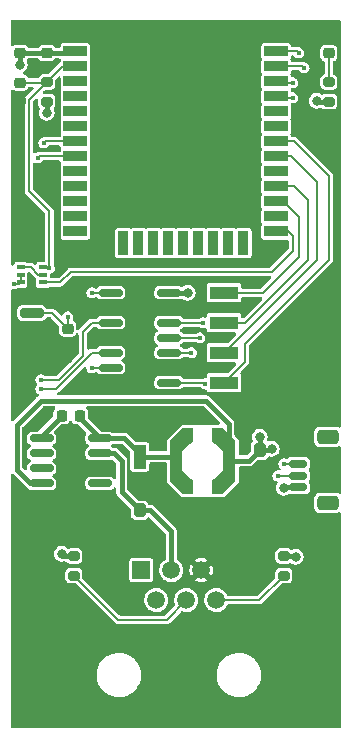
<source format=gbr>
%TF.GenerationSoftware,KiCad,Pcbnew,(6.0.0-rc1-343-g73b39e836d)*%
%TF.CreationDate,2021-12-09T15:59:46-05:00*%
%TF.ProjectId,Celestron-WiFi,43656c65-7374-4726-9f6e-2d576946692e,rev?*%
%TF.SameCoordinates,Original*%
%TF.FileFunction,Copper,L1,Top*%
%TF.FilePolarity,Positive*%
%FSLAX46Y46*%
G04 Gerber Fmt 4.6, Leading zero omitted, Abs format (unit mm)*
G04 Created by KiCad (PCBNEW (6.0.0-rc1-343-g73b39e836d)) date 2021-12-09 15:59:46*
%MOMM*%
%LPD*%
G01*
G04 APERTURE LIST*
G04 Aperture macros list*
%AMRoundRect*
0 Rectangle with rounded corners*
0 $1 Rounding radius*
0 $2 $3 $4 $5 $6 $7 $8 $9 X,Y pos of 4 corners*
0 Add a 4 corners polygon primitive as box body*
4,1,4,$2,$3,$4,$5,$6,$7,$8,$9,$2,$3,0*
0 Add four circle primitives for the rounded corners*
1,1,$1+$1,$2,$3*
1,1,$1+$1,$4,$5*
1,1,$1+$1,$6,$7*
1,1,$1+$1,$8,$9*
0 Add four rect primitives between the rounded corners*
20,1,$1+$1,$2,$3,$4,$5,0*
20,1,$1+$1,$4,$5,$6,$7,0*
20,1,$1+$1,$6,$7,$8,$9,0*
20,1,$1+$1,$8,$9,$2,$3,0*%
%AMFreePoly0*
4,1,11,1.467500,1.700000,0.527500,0.844500,0.527500,-0.844500,1.467500,-1.700000,1.467500,-2.755000,0.527500,-2.755000,-0.527500,-1.700000,-0.527500,1.700000,0.527500,2.755000,1.467500,2.755000,1.467500,1.700000,1.467500,1.700000,$1*%
%AMFreePoly1*
4,1,11,0.527500,1.700000,0.527500,-1.700000,-0.527500,-2.755000,-1.467500,-2.755000,-1.467500,-1.700000,-0.527500,-0.844500,-0.527500,0.844500,-1.467500,1.700000,-1.467500,2.755000,-0.527500,2.755000,0.527500,1.700000,0.527500,1.700000,$1*%
G04 Aperture macros list end*
%TA.AperFunction,SMDPad,CuDef*%
%ADD10RoundRect,0.200000X0.800000X-0.200000X0.800000X0.200000X-0.800000X0.200000X-0.800000X-0.200000X0*%
%TD*%
%TA.AperFunction,SMDPad,CuDef*%
%ADD11RoundRect,0.150000X-0.625000X0.150000X-0.625000X-0.150000X0.625000X-0.150000X0.625000X0.150000X0*%
%TD*%
%TA.AperFunction,SMDPad,CuDef*%
%ADD12RoundRect,0.250000X-0.650000X0.350000X-0.650000X-0.350000X0.650000X-0.350000X0.650000X0.350000X0*%
%TD*%
%TA.AperFunction,SMDPad,CuDef*%
%ADD13R,5.000000X5.000000*%
%TD*%
%TA.AperFunction,SMDPad,CuDef*%
%ADD14R,2.000000X0.900000*%
%TD*%
%TA.AperFunction,SMDPad,CuDef*%
%ADD15R,0.900000X2.000000*%
%TD*%
%TA.AperFunction,SMDPad,CuDef*%
%ADD16R,1.100000X2.000000*%
%TD*%
%TA.AperFunction,SMDPad,CuDef*%
%ADD17R,0.800000X0.800000*%
%TD*%
%TA.AperFunction,SMDPad,CuDef*%
%ADD18RoundRect,0.150000X-0.825000X-0.150000X0.825000X-0.150000X0.825000X0.150000X-0.825000X0.150000X0*%
%TD*%
%TA.AperFunction,SMDPad,CuDef*%
%ADD19RoundRect,0.200000X0.275000X-0.200000X0.275000X0.200000X-0.275000X0.200000X-0.275000X-0.200000X0*%
%TD*%
%TA.AperFunction,SMDPad,CuDef*%
%ADD20RoundRect,0.225000X0.250000X-0.225000X0.250000X0.225000X-0.250000X0.225000X-0.250000X-0.225000X0*%
%TD*%
%TA.AperFunction,SMDPad,CuDef*%
%ADD21RoundRect,0.225000X-0.250000X0.225000X-0.250000X-0.225000X0.250000X-0.225000X0.250000X0.225000X0*%
%TD*%
%TA.AperFunction,SMDPad,CuDef*%
%ADD22FreePoly0,0.000000*%
%TD*%
%TA.AperFunction,SMDPad,CuDef*%
%ADD23FreePoly1,0.000000*%
%TD*%
%TA.AperFunction,SMDPad,CuDef*%
%ADD24RoundRect,0.250000X-0.275000X0.312500X-0.275000X-0.312500X0.275000X-0.312500X0.275000X0.312500X0*%
%TD*%
%TA.AperFunction,SMDPad,CuDef*%
%ADD25R,0.650000X0.400000*%
%TD*%
%TA.AperFunction,SMDPad,CuDef*%
%ADD26RoundRect,0.200000X-0.275000X0.200000X-0.275000X-0.200000X0.275000X-0.200000X0.275000X0.200000X0*%
%TD*%
%TA.AperFunction,SMDPad,CuDef*%
%ADD27RoundRect,0.218750X-0.256250X0.218750X-0.256250X-0.218750X0.256250X-0.218750X0.256250X0.218750X0*%
%TD*%
%TA.AperFunction,SMDPad,CuDef*%
%ADD28R,2.440000X1.120000*%
%TD*%
%TA.AperFunction,SMDPad,CuDef*%
%ADD29RoundRect,0.225000X-0.225000X-0.250000X0.225000X-0.250000X0.225000X0.250000X-0.225000X0.250000X0*%
%TD*%
%TA.AperFunction,ComponentPad*%
%ADD30R,1.520000X1.520000*%
%TD*%
%TA.AperFunction,ComponentPad*%
%ADD31C,1.520000*%
%TD*%
%TA.AperFunction,ViaPad*%
%ADD32C,0.812800*%
%TD*%
%TA.AperFunction,ViaPad*%
%ADD33C,0.406400*%
%TD*%
%TA.AperFunction,Conductor*%
%ADD34C,0.203200*%
%TD*%
%TA.AperFunction,Conductor*%
%ADD35C,0.406400*%
%TD*%
G04 APERTURE END LIST*
D10*
%TO.P,SW1,1,1*%
%TO.N,GND*%
X113792000Y-89222000D03*
%TO.P,SW1,2,2*%
%TO.N,EN*%
X113792000Y-85022000D03*
%TD*%
D11*
%TO.P,J1,1,Pin_1*%
%TO.N,GND*%
X136343000Y-96798000D03*
%TO.P,J1,2,Pin_2*%
%TO.N,TXG*%
X136343000Y-97798000D03*
%TO.P,J1,3,Pin_3*%
%TO.N,RXG*%
X136343000Y-98798000D03*
%TO.P,J1,4,Pin_4*%
%TO.N,VCC*%
X136343000Y-99798000D03*
D12*
%TO.P,J1,MP*%
%TO.N,N/C*%
X138868000Y-101098000D03*
X138868000Y-95498000D03*
%TD*%
D13*
%TO.P,U2,39,GND*%
%TO.N,GND*%
X124984000Y-69095000D03*
D14*
%TO.P,U2,38,GND*%
X134484000Y-61595000D03*
%TO.P,U2,37,IO23*%
%TO.N,RXG*%
X134484000Y-62865000D03*
%TO.P,U2,36,IO22*%
%TO.N,TXG*%
X134484000Y-64135000D03*
%TO.P,U2,35,TXD0/IO1*%
%TO.N,TXD0*%
X134484000Y-65405000D03*
%TO.P,U2,34,RXD0/IO3*%
%TO.N,RXD0*%
X134484000Y-66675000D03*
%TO.P,U2,33,IO21*%
%TO.N,unconnected-(U2-Pad33)*%
X134484000Y-67945000D03*
%TO.P,U2,32,NC*%
%TO.N,unconnected-(U2-Pad32)*%
X134484000Y-69215000D03*
%TO.P,U2,31,IO19*%
%TO.N,W_MOD*%
X134484000Y-70485000D03*
%TO.P,U2,30,IO18*%
%TO.N,W_RST*%
X134484000Y-71755000D03*
%TO.P,U2,29,IO5*%
%TO.N,unconnected-(U2-Pad29)*%
X134484000Y-73025000D03*
%TO.P,U2,28,IO17*%
%TO.N,E_EN*%
X134484000Y-74295000D03*
%TO.P,U2,27,IO16*%
%TO.N,W_EN*%
X134484000Y-75565000D03*
%TO.P,U2,26,IO4*%
%TO.N,unconnected-(U2-Pad26)*%
X134484000Y-76835000D03*
%TO.P,U2,25,IO0*%
%TO.N,IO0*%
X134484000Y-78105000D03*
D15*
%TO.P,U2,24,IO2*%
%TO.N,unconnected-(U2-Pad24)*%
X131699000Y-79105000D03*
%TO.P,U2,23,IO15*%
%TO.N,unconnected-(U2-Pad23)*%
X130429000Y-79105000D03*
%TO.P,U2,22,SDI/SD1*%
%TO.N,unconnected-(U2-Pad22)*%
X129159000Y-79105000D03*
%TO.P,U2,21,SDO/SD0*%
%TO.N,unconnected-(U2-Pad21)*%
X127889000Y-79105000D03*
%TO.P,U2,20,SCK/CLK*%
%TO.N,unconnected-(U2-Pad20)*%
X126619000Y-79105000D03*
%TO.P,U2,19,SCS/CMD*%
%TO.N,unconnected-(U2-Pad19)*%
X125349000Y-79105000D03*
%TO.P,U2,18,SWP/SD3*%
%TO.N,unconnected-(U2-Pad18)*%
X124079000Y-79105000D03*
%TO.P,U2,17,SHD/SD2*%
%TO.N,unconnected-(U2-Pad17)*%
X122809000Y-79105000D03*
%TO.P,U2,16,IO13*%
%TO.N,unconnected-(U2-Pad16)*%
X121539000Y-79105000D03*
%TO.P,U2,15,GND*%
%TO.N,GND*%
X120269000Y-79105000D03*
D14*
%TO.P,U2,14,IO12*%
%TO.N,unconnected-(U2-Pad14)*%
X117484000Y-78105000D03*
%TO.P,U2,13,IO14*%
%TO.N,unconnected-(U2-Pad13)*%
X117484000Y-76835000D03*
%TO.P,U2,12,IO27*%
%TO.N,unconnected-(U2-Pad12)*%
X117484000Y-75565000D03*
%TO.P,U2,11,IO26*%
%TO.N,unconnected-(U2-Pad11)*%
X117484000Y-74295000D03*
%TO.P,U2,10,IO25*%
%TO.N,unconnected-(U2-Pad10)*%
X117484000Y-73025000D03*
%TO.P,U2,9,IO33*%
%TO.N,IO33*%
X117484000Y-71755000D03*
%TO.P,U2,8,IO32*%
%TO.N,IO32*%
X117484000Y-70485000D03*
%TO.P,U2,7,IO35*%
%TO.N,unconnected-(U2-Pad7)*%
X117484000Y-69215000D03*
%TO.P,U2,6,IO34*%
%TO.N,unconnected-(U2-Pad6)*%
X117484000Y-67945000D03*
%TO.P,U2,5,SENSOR_VN*%
%TO.N,unconnected-(U2-Pad5)*%
X117484000Y-66675000D03*
%TO.P,U2,4,SENSOR_VP*%
%TO.N,unconnected-(U2-Pad4)*%
X117484000Y-65405000D03*
%TO.P,U2,3,EN*%
%TO.N,EN*%
X117484000Y-64135000D03*
%TO.P,U2,2,VDD*%
%TO.N,VCC*%
X117484000Y-62865000D03*
%TO.P,U2,1,GND*%
%TO.N,GND*%
X117484000Y-61595000D03*
%TD*%
D16*
%TO.P,D1,1,K*%
%TO.N,Net-(C4-Pad2)*%
X122936000Y-97194000D03*
D17*
%TO.P,D1,2,A*%
%TO.N,GND*%
X122936000Y-99094000D03*
%TD*%
D18*
%TO.P,U1,1,CB*%
%TO.N,Net-(C4-Pad1)*%
X114619000Y-95631000D03*
%TO.P,U1,2,SS*%
%TO.N,unconnected-(U1-Pad2)*%
X114619000Y-96901000D03*
%TO.P,U1,3,SYNC*%
%TO.N,unconnected-(U1-Pad3)*%
X114619000Y-98171000D03*
%TO.P,U1,4,FB*%
%TO.N,VCC*%
X114619000Y-99441000D03*
%TO.P,U1,5,ON/~{OFF}*%
%TO.N,unconnected-(U1-Pad5)*%
X119569000Y-99441000D03*
%TO.P,U1,6,GND*%
%TO.N,GND*%
X119569000Y-98171000D03*
%TO.P,U1,7,VIN*%
%TO.N,+12V*%
X119569000Y-96901000D03*
%TO.P,U1,8,VSW*%
%TO.N,Net-(C4-Pad2)*%
X119569000Y-95631000D03*
%TD*%
D19*
%TO.P,R1,1*%
%TO.N,VCC*%
X115062000Y-67119000D03*
%TO.P,R1,2*%
%TO.N,EN*%
X115062000Y-65469000D03*
%TD*%
D20*
%TO.P,C3,1*%
%TO.N,GND*%
X112776000Y-67069000D03*
%TO.P,C3,2*%
%TO.N,EN*%
X112776000Y-65519000D03*
%TD*%
D21*
%TO.P,C2,1*%
%TO.N,EN*%
X116840000Y-86347000D03*
%TO.P,C2,2*%
%TO.N,GND*%
X116840000Y-87897000D03*
%TD*%
D22*
%TO.P,L1,1*%
%TO.N,Net-(C4-Pad2)*%
X126042500Y-97536000D03*
D23*
%TO.P,L1,2*%
%TO.N,VCC*%
X130497500Y-97536000D03*
%TD*%
D24*
%TO.P,C1,1*%
%TO.N,+12V*%
X122936000Y-101728500D03*
%TO.P,C1,2*%
%TO.N,GND*%
X122936000Y-103503500D03*
%TD*%
D25*
%TO.P,Q1,1,E1*%
%TO.N,RTS*%
X112842000Y-81138000D03*
%TO.P,Q1,2,B1*%
%TO.N,DTR*%
X112842000Y-81788000D03*
%TO.P,Q1,3,C2*%
X112842000Y-82438000D03*
%TO.P,Q1,4,E2*%
%TO.N,IO0*%
X114742000Y-82438000D03*
%TO.P,Q1,5,B2*%
%TO.N,RTS*%
X114742000Y-81788000D03*
%TO.P,Q1,6,C1*%
%TO.N,EN*%
X114742000Y-81138000D03*
%TD*%
D26*
%TO.P,R3,1*%
%TO.N,VCC*%
X135128000Y-105601000D03*
%TO.P,R3,2*%
%TO.N,/BUSY*%
X135128000Y-107251000D03*
%TD*%
%TO.P,R4,1*%
%TO.N,VCC*%
X117348000Y-105601000D03*
%TO.P,R4,2*%
%TO.N,/TX*%
X117348000Y-107251000D03*
%TD*%
D27*
%TO.P,D2,1,K*%
%TO.N,GND*%
X138938000Y-61442500D03*
%TO.P,D2,2,A*%
%TO.N,Net-(D2-Pad2)*%
X138938000Y-63017500D03*
%TD*%
D21*
%TO.P,C7,1*%
%TO.N,GND*%
X115062000Y-61455000D03*
%TO.P,C7,2*%
%TO.N,VCC*%
X115062000Y-63005000D03*
%TD*%
D18*
%TO.P,U3,1*%
%TO.N,TXD0*%
X120461000Y-83312000D03*
%TO.P,U3,2*%
%TO.N,GND*%
X120461000Y-84582000D03*
%TO.P,U3,3*%
%TO.N,/TX*%
X120461000Y-85852000D03*
%TO.P,U3,4*%
%TO.N,GND*%
X120461000Y-87122000D03*
%TO.P,U3,5*%
%TO.N,/RX*%
X120461000Y-88392000D03*
%TO.P,U3,6*%
%TO.N,RXD0*%
X120461000Y-89662000D03*
%TO.P,U3,7,GND*%
%TO.N,GND*%
X120461000Y-90932000D03*
%TO.P,U3,8*%
%TO.N,/BUSY*%
X125411000Y-90932000D03*
%TO.P,U3,9*%
%TO.N,GND*%
X125411000Y-89662000D03*
%TO.P,U3,10*%
%TO.N,IO32*%
X125411000Y-88392000D03*
%TO.P,U3,11*%
%TO.N,IO33*%
X125411000Y-87122000D03*
%TO.P,U3,12*%
%TO.N,/BUSY*%
X125411000Y-85852000D03*
%TO.P,U3,13*%
%TO.N,GND*%
X125411000Y-84582000D03*
%TO.P,U3,14,VCC*%
%TO.N,VCC*%
X125411000Y-83312000D03*
%TD*%
D28*
%TO.P,SW2,1*%
%TO.N,W_EN*%
X130061000Y-83312000D03*
%TO.P,SW2,2*%
%TO.N,E_EN*%
X130061000Y-85852000D03*
%TO.P,SW2,3*%
%TO.N,W_RST*%
X130061000Y-88392000D03*
%TO.P,SW2,4*%
%TO.N,W_MOD*%
X130061000Y-90932000D03*
%TO.P,SW2,5*%
%TO.N,GND*%
X138671000Y-90932000D03*
%TO.P,SW2,6*%
X138671000Y-88392000D03*
%TO.P,SW2,7*%
X138671000Y-85852000D03*
%TO.P,SW2,8*%
X138671000Y-83312000D03*
%TD*%
D24*
%TO.P,C5,1*%
%TO.N,VCC*%
X133096000Y-96648500D03*
%TO.P,C5,2*%
%TO.N,GND*%
X133096000Y-98423500D03*
%TD*%
D29*
%TO.P,C4,1*%
%TO.N,Net-(C4-Pad1)*%
X116319000Y-93726000D03*
%TO.P,C4,2*%
%TO.N,Net-(C4-Pad2)*%
X117869000Y-93726000D03*
%TD*%
D21*
%TO.P,C6,1*%
%TO.N,GND*%
X112776000Y-61455000D03*
%TO.P,C6,2*%
%TO.N,VCC*%
X112776000Y-63005000D03*
%TD*%
D19*
%TO.P,R2,1*%
%TO.N,VCC*%
X138938000Y-67119000D03*
%TO.P,R2,2*%
%TO.N,Net-(D2-Pad2)*%
X138938000Y-65469000D03*
%TD*%
D30*
%TO.P,J2,1*%
%TO.N,DTR*%
X123068004Y-106783988D03*
D31*
%TO.P,J2,2*%
%TO.N,/RX*%
X124338004Y-109323988D03*
%TO.P,J2,3*%
%TO.N,+12V*%
X125608004Y-106783988D03*
%TO.P,J2,4*%
%TO.N,/TX*%
X126878004Y-109323988D03*
%TO.P,J2,5*%
%TO.N,GND*%
X128148004Y-106783988D03*
%TO.P,J2,6*%
%TO.N,/BUSY*%
X129418004Y-109323988D03*
%TD*%
D32*
%TO.N,GND*%
X126873000Y-70993000D03*
X125603000Y-70993000D03*
X124333000Y-70993000D03*
X123063000Y-70993000D03*
X126873000Y-69723000D03*
X125603000Y-69723000D03*
X124333000Y-69723000D03*
X123063000Y-69723000D03*
X126873000Y-68453000D03*
X125603000Y-68453000D03*
X124333000Y-68453000D03*
X123063000Y-68453000D03*
X126873000Y-67183000D03*
X125603000Y-67183000D03*
X124333000Y-67183000D03*
X123063000Y-67183000D03*
X135890000Y-61722000D03*
X137413010Y-90932000D03*
X123952000Y-99060000D03*
X121964612Y-102974333D03*
X118872000Y-90932000D03*
X112776000Y-68072000D03*
X118110000Y-98298000D03*
X123190000Y-93980000D03*
X114046000Y-64262000D03*
X115062000Y-69342000D03*
X137922000Y-61468000D03*
X116840000Y-88900000D03*
X137414000Y-96774000D03*
X118872000Y-87122000D03*
X133096000Y-99568000D03*
X118872000Y-84582000D03*
X127000000Y-84582000D03*
X126746000Y-89662000D03*
X114554000Y-93980000D03*
X137413010Y-83312000D03*
D33*
%TO.N,EN*%
X115285064Y-81249064D03*
X116840000Y-85344000D03*
D32*
%TO.N,VCC*%
X136144000Y-105664000D03*
X134112000Y-96520000D03*
X137922000Y-67056000D03*
X116332000Y-105410000D03*
X133096000Y-95504000D03*
X115062000Y-68072000D03*
X127000000Y-83312000D03*
X135128000Y-99822000D03*
X112776000Y-64008000D03*
D33*
%TO.N,DTR*%
X112268000Y-82550000D03*
%TO.N,/RX*%
X114554000Y-91440000D03*
%TO.N,/TX*%
X114554000Y-90678000D03*
%TO.N,/BUSY*%
X128270000Y-85852000D03*
X128472700Y-91027342D03*
%TO.N,IO32*%
X127305300Y-88392000D03*
X114808000Y-70612000D03*
%TO.N,IO33*%
X114300000Y-71882000D03*
X128016000Y-87122000D03*
%TO.N,RXD0*%
X135890000Y-66802000D03*
X118872000Y-89662000D03*
%TO.N,TXD0*%
X118872000Y-83312000D03*
X135890000Y-65532000D03*
%TO.N,TXG*%
X135128000Y-97790000D03*
X136854700Y-64262000D03*
%TO.N,RXG*%
X134620000Y-98806000D03*
X136398000Y-62992000D03*
%TD*%
D34*
%TO.N,W_EN*%
X130061000Y-83312000D02*
X133350000Y-83312000D01*
X133350000Y-83312000D02*
X136398000Y-80264000D01*
X136398000Y-80264000D02*
X136398000Y-76929000D01*
X136398000Y-76929000D02*
X135034000Y-75565000D01*
%TO.N,IO0*%
X114742000Y-82438000D02*
X116190000Y-82438000D01*
X116190000Y-82438000D02*
X117094000Y-81534000D01*
X117094000Y-81534000D02*
X134112000Y-81534000D01*
X134112000Y-81534000D02*
X135890000Y-79756000D01*
X135890000Y-79756000D02*
X135890000Y-78486000D01*
X135890000Y-78486000D02*
X135509000Y-78105000D01*
X135509000Y-78105000D02*
X134484000Y-78105000D01*
D35*
%TO.N,+12V*%
X123826500Y-101728500D02*
X125608004Y-103510004D01*
X122936000Y-101728500D02*
X123826500Y-101728500D01*
X119569000Y-96901000D02*
X120777000Y-96901000D01*
X125608004Y-106783988D02*
X125608004Y-103510004D01*
X121412000Y-100204500D02*
X122936000Y-101728500D01*
X121412000Y-97536000D02*
X121412000Y-100204500D01*
X120777000Y-96901000D02*
X121412000Y-97536000D01*
%TO.N,GND*%
X133096000Y-98423500D02*
X133096000Y-99568000D01*
X115062000Y-61455000D02*
X117344000Y-61455000D01*
X134484000Y-61595000D02*
X135763000Y-61595000D01*
X138671000Y-90932000D02*
X138671000Y-83312000D01*
X137947500Y-61442500D02*
X137922000Y-61468000D01*
X138938000Y-61442500D02*
X137947500Y-61442500D01*
X125411000Y-89662000D02*
X126746000Y-89662000D01*
X136343000Y-96798000D02*
X137390000Y-96798000D01*
X116840000Y-87897000D02*
X116840000Y-88900000D01*
X120461000Y-84582000D02*
X118872000Y-84582000D01*
X113792000Y-89222000D02*
X115117000Y-87897000D01*
X137390000Y-96798000D02*
X137414000Y-96774000D01*
X135763000Y-61595000D02*
X135890000Y-61722000D01*
X123918000Y-99094000D02*
X123952000Y-99060000D01*
X123190000Y-99094000D02*
X123918000Y-99094000D01*
X120461000Y-87122000D02*
X118872000Y-87122000D01*
X112776000Y-61455000D02*
X115062000Y-61455000D01*
X125411000Y-84582000D02*
X127000000Y-84582000D01*
X118237000Y-98171000D02*
X118110000Y-98298000D01*
X112776000Y-67069000D02*
X112776000Y-68072000D01*
X138671000Y-90932000D02*
X137413010Y-90932000D01*
X122936000Y-103503500D02*
X122493779Y-103503500D01*
X122493779Y-103503500D02*
X121964612Y-102974333D01*
X138671000Y-83312000D02*
X137413010Y-83312000D01*
X119569000Y-98171000D02*
X118237000Y-98171000D01*
X120461000Y-90932000D02*
X118872000Y-90932000D01*
X115117000Y-87897000D02*
X116840000Y-87897000D01*
D34*
%TO.N,EN*%
X113538000Y-74676000D02*
X113538000Y-66993000D01*
X116396000Y-64135000D02*
X117484000Y-64135000D01*
X116840000Y-86347000D02*
X116840000Y-85344000D01*
X115062000Y-65469000D02*
X116396000Y-64135000D01*
X114742000Y-81138000D02*
X114853064Y-81249064D01*
X115285064Y-76423064D02*
X113538000Y-74676000D01*
X115515000Y-85022000D02*
X116840000Y-86347000D01*
X115285064Y-81249064D02*
X115285064Y-76423064D01*
X113538000Y-66993000D02*
X115062000Y-65469000D01*
X113792000Y-85022000D02*
X115515000Y-85022000D01*
X114853064Y-81249064D02*
X115285064Y-81249064D01*
X112776000Y-65519000D02*
X115012000Y-65519000D01*
D35*
%TO.N,VCC*%
X112522000Y-94488000D02*
X114554000Y-92456000D01*
X115062000Y-63005000D02*
X117344000Y-63005000D01*
X135128000Y-105601000D02*
X136081000Y-105601000D01*
X136081000Y-105601000D02*
X136144000Y-105664000D01*
X135152000Y-99798000D02*
X135128000Y-99822000D01*
X117348000Y-105601000D02*
X116523000Y-105601000D01*
X133096000Y-96648500D02*
X133983500Y-96648500D01*
X133096000Y-96648500D02*
X133096000Y-95504000D01*
X128524000Y-92456000D02*
X130497500Y-94429500D01*
X112522000Y-98298000D02*
X112522000Y-94488000D01*
X114619000Y-99441000D02*
X113665000Y-99441000D01*
X137985000Y-67119000D02*
X137922000Y-67056000D01*
X116523000Y-105601000D02*
X116332000Y-105410000D01*
X112776000Y-63005000D02*
X112776000Y-64008000D01*
X125411000Y-83312000D02*
X127000000Y-83312000D01*
X114554000Y-92456000D02*
X128524000Y-92456000D01*
X130497500Y-94429500D02*
X130497500Y-97536000D01*
X115062000Y-63005000D02*
X112776000Y-63005000D01*
X138938000Y-67119000D02*
X137985000Y-67119000D01*
X115062000Y-67119000D02*
X115062000Y-68072000D01*
X136343000Y-99798000D02*
X135152000Y-99798000D01*
X133983500Y-96648500D02*
X134112000Y-96520000D01*
X132208500Y-97536000D02*
X133096000Y-96648500D01*
X113665000Y-99441000D02*
X112522000Y-98298000D01*
X130497500Y-97536000D02*
X132208500Y-97536000D01*
D34*
%TO.N,Net-(D2-Pad2)*%
X138938000Y-63017500D02*
X138938000Y-65469000D01*
%TO.N,DTR*%
X112730000Y-82550000D02*
X112842000Y-82438000D01*
X112268000Y-82550000D02*
X112730000Y-82550000D01*
X112842000Y-82438000D02*
X112842000Y-81788000D01*
%TO.N,/RX*%
X118872000Y-88392000D02*
X115824000Y-91440000D01*
X120461000Y-88392000D02*
X118872000Y-88392000D01*
X115824000Y-91440000D02*
X114554000Y-91440000D01*
%TO.N,/TX*%
X116078000Y-90678000D02*
X118110000Y-88646000D01*
X118110000Y-88646000D02*
X118110000Y-86614000D01*
X118110000Y-86614000D02*
X118872000Y-85852000D01*
X126878004Y-109323988D02*
X125203992Y-110998000D01*
X121095000Y-110998000D02*
X117348000Y-107251000D01*
X125203992Y-110998000D02*
X121095000Y-110998000D01*
X114554000Y-90678000D02*
X116078000Y-90678000D01*
X118872000Y-85852000D02*
X120461000Y-85852000D01*
%TO.N,/BUSY*%
X129418004Y-109323988D02*
X133055012Y-109323988D01*
X128270000Y-90932000D02*
X128365342Y-91027342D01*
X128365342Y-91027342D02*
X128472700Y-91027342D01*
X133055012Y-109323988D02*
X135128000Y-107251000D01*
X125411000Y-85852000D02*
X128270000Y-85852000D01*
X125411000Y-90932000D02*
X128270000Y-90932000D01*
%TO.N,RTS*%
X114359978Y-81788000D02*
X114742000Y-81788000D01*
X113709978Y-81138000D02*
X114359978Y-81788000D01*
X112842000Y-81138000D02*
X113709978Y-81138000D01*
%TO.N,E_EN*%
X137160000Y-75438000D02*
X136017000Y-74295000D01*
X137160000Y-80518000D02*
X137160000Y-75438000D01*
X131826000Y-85852000D02*
X137160000Y-80518000D01*
X130061000Y-85852000D02*
X131826000Y-85852000D01*
X136017000Y-74295000D02*
X134484000Y-74295000D01*
%TO.N,W_RST*%
X137922000Y-73914000D02*
X135763000Y-71755000D01*
X135763000Y-71755000D02*
X134484000Y-71755000D01*
X137922000Y-80524500D02*
X137922000Y-73907500D01*
X130061000Y-88392000D02*
X137922000Y-80531000D01*
%TO.N,W_MOD*%
X138938000Y-73406000D02*
X136017000Y-70485000D01*
X131826000Y-87630000D02*
X138938000Y-80518000D01*
X138938000Y-80518000D02*
X138938000Y-73406000D01*
X131826000Y-89167000D02*
X131826000Y-87630000D01*
X130061000Y-90932000D02*
X131826000Y-89167000D01*
X136017000Y-70485000D02*
X134484000Y-70485000D01*
%TO.N,IO32*%
X114935000Y-70485000D02*
X114808000Y-70612000D01*
X125411000Y-88392000D02*
X127305300Y-88392000D01*
X117484000Y-70485000D02*
X114935000Y-70485000D01*
%TO.N,IO33*%
X114427000Y-71755000D02*
X114300000Y-71882000D01*
X117484000Y-71755000D02*
X114427000Y-71755000D01*
X125411000Y-87122000D02*
X128016000Y-87122000D01*
%TO.N,RXD0*%
X135890000Y-66802000D02*
X134611000Y-66802000D01*
X120461000Y-89662000D02*
X118872000Y-89662000D01*
%TO.N,TXD0*%
X120461000Y-83312000D02*
X118872000Y-83312000D01*
X135890000Y-65532000D02*
X134611000Y-65532000D01*
%TO.N,TXG*%
X136343000Y-97798000D02*
X135136000Y-97798000D01*
X135136000Y-97798000D02*
X135128000Y-97790000D01*
X134484000Y-64135000D02*
X136727700Y-64135000D01*
X136727700Y-64135000D02*
X136854700Y-64262000D01*
%TO.N,RXG*%
X134628000Y-98798000D02*
X134620000Y-98806000D01*
X136343000Y-98798000D02*
X134628000Y-98798000D01*
X134484000Y-62865000D02*
X136271000Y-62865000D01*
X136271000Y-62865000D02*
X136398000Y-62992000D01*
D35*
%TO.N,Net-(C4-Pad1)*%
X114619000Y-95631000D02*
X114619000Y-95426000D01*
X114619000Y-95426000D02*
X116319000Y-93726000D01*
%TO.N,Net-(C4-Pad2)*%
X125700500Y-97194000D02*
X126042500Y-97536000D01*
X119569000Y-95631000D02*
X121627000Y-95631000D01*
X117869000Y-93931000D02*
X119569000Y-95631000D01*
X121627000Y-95631000D02*
X123190000Y-97194000D01*
X123190000Y-97194000D02*
X125700500Y-97194000D01*
%TD*%
%TA.AperFunction,Conductor*%
%TO.N,GND*%
G36*
X139896121Y-60218002D02*
G01*
X139942614Y-60271658D01*
X139954000Y-60324000D01*
X139954000Y-94594448D01*
X139933998Y-94662569D01*
X139880342Y-94709062D01*
X139810068Y-94719166D01*
X139768683Y-94705365D01*
X139762764Y-94700929D01*
X139700493Y-94677585D01*
X139634843Y-94652974D01*
X139634841Y-94652974D01*
X139627448Y-94650202D01*
X139619598Y-94649349D01*
X139619597Y-94649349D01*
X139569153Y-94643869D01*
X139569152Y-94643869D01*
X139565756Y-94643500D01*
X138170244Y-94643500D01*
X138166848Y-94643869D01*
X138166847Y-94643869D01*
X138116403Y-94649349D01*
X138116402Y-94649349D01*
X138108552Y-94650202D01*
X138101159Y-94652974D01*
X138101157Y-94652974D01*
X138062954Y-94667296D01*
X137973236Y-94700929D01*
X137966057Y-94706309D01*
X137966054Y-94706311D01*
X137878023Y-94772287D01*
X137857596Y-94787596D01*
X137852215Y-94794776D01*
X137776311Y-94896054D01*
X137776309Y-94896057D01*
X137770929Y-94903236D01*
X137720202Y-95038552D01*
X137713500Y-95100244D01*
X137713500Y-95895756D01*
X137720202Y-95957448D01*
X137722974Y-95964841D01*
X137722974Y-95964843D01*
X137724818Y-95969762D01*
X137770929Y-96092764D01*
X137776309Y-96099943D01*
X137776311Y-96099946D01*
X137823465Y-96162863D01*
X137857596Y-96208404D01*
X137864776Y-96213785D01*
X137966054Y-96289689D01*
X137966057Y-96289691D01*
X137973236Y-96295071D01*
X138062954Y-96328704D01*
X138101157Y-96343026D01*
X138101159Y-96343026D01*
X138108552Y-96345798D01*
X138116402Y-96346651D01*
X138116403Y-96346651D01*
X138166847Y-96352131D01*
X138170244Y-96352500D01*
X139565756Y-96352500D01*
X139569153Y-96352131D01*
X139619597Y-96346651D01*
X139619598Y-96346651D01*
X139627448Y-96345798D01*
X139634841Y-96343026D01*
X139634843Y-96343026D01*
X139754361Y-96298221D01*
X139754360Y-96298221D01*
X139762764Y-96295071D01*
X139768426Y-96290828D01*
X139836849Y-96275863D01*
X139903397Y-96300600D01*
X139946007Y-96357388D01*
X139954000Y-96401552D01*
X139954000Y-100194448D01*
X139933998Y-100262569D01*
X139880342Y-100309062D01*
X139810068Y-100319166D01*
X139768683Y-100305365D01*
X139762764Y-100300929D01*
X139686435Y-100272315D01*
X139634843Y-100252974D01*
X139634841Y-100252974D01*
X139627448Y-100250202D01*
X139619598Y-100249349D01*
X139619597Y-100249349D01*
X139569153Y-100243869D01*
X139569152Y-100243869D01*
X139565756Y-100243500D01*
X138170244Y-100243500D01*
X138166848Y-100243869D01*
X138166847Y-100243869D01*
X138116403Y-100249349D01*
X138116402Y-100249349D01*
X138108552Y-100250202D01*
X138101159Y-100252974D01*
X138101157Y-100252974D01*
X138062954Y-100267296D01*
X137973236Y-100300929D01*
X137966057Y-100306309D01*
X137966054Y-100306311D01*
X137883341Y-100368301D01*
X137857596Y-100387596D01*
X137852215Y-100394776D01*
X137776311Y-100496054D01*
X137776309Y-100496057D01*
X137770929Y-100503236D01*
X137720202Y-100638552D01*
X137713500Y-100700244D01*
X137713500Y-101495756D01*
X137720202Y-101557448D01*
X137770929Y-101692764D01*
X137776309Y-101699943D01*
X137776311Y-101699946D01*
X137842287Y-101787977D01*
X137857596Y-101808404D01*
X137864776Y-101813785D01*
X137966054Y-101889689D01*
X137966057Y-101889691D01*
X137973236Y-101895071D01*
X138062954Y-101928704D01*
X138101157Y-101943026D01*
X138101159Y-101943026D01*
X138108552Y-101945798D01*
X138116402Y-101946651D01*
X138116403Y-101946651D01*
X138166847Y-101952131D01*
X138170244Y-101952500D01*
X139565756Y-101952500D01*
X139569153Y-101952131D01*
X139619597Y-101946651D01*
X139619598Y-101946651D01*
X139627448Y-101945798D01*
X139634841Y-101943026D01*
X139634843Y-101943026D01*
X139754361Y-101898221D01*
X139754360Y-101898221D01*
X139762764Y-101895071D01*
X139768426Y-101890828D01*
X139836849Y-101875863D01*
X139903397Y-101900600D01*
X139946007Y-101957388D01*
X139954000Y-102001552D01*
X139954000Y-120016000D01*
X139933998Y-120084121D01*
X139880342Y-120130614D01*
X139828000Y-120142000D01*
X112140000Y-120142000D01*
X112071879Y-120121998D01*
X112025386Y-120068342D01*
X112014000Y-120016000D01*
X112014000Y-115614801D01*
X119274633Y-115614801D01*
X119274808Y-115619252D01*
X119281481Y-115789093D01*
X119285082Y-115880760D01*
X119332902Y-116142595D01*
X119334311Y-116146818D01*
X119389511Y-116312272D01*
X119417137Y-116395079D01*
X119536107Y-116633175D01*
X119687438Y-116852133D01*
X119690460Y-116855402D01*
X119810534Y-116985297D01*
X119868111Y-117047584D01*
X119871565Y-117050396D01*
X120071064Y-117212814D01*
X120071068Y-117212817D01*
X120074521Y-117215628D01*
X120078343Y-117217929D01*
X120235726Y-117312681D01*
X120302549Y-117352912D01*
X120397900Y-117393288D01*
X120543543Y-117454961D01*
X120543548Y-117454963D01*
X120547646Y-117456698D01*
X120551943Y-117457837D01*
X120551948Y-117457839D01*
X120676283Y-117490805D01*
X120804921Y-117524913D01*
X120809338Y-117525436D01*
X120809339Y-117525436D01*
X120868099Y-117532391D01*
X121069241Y-117556197D01*
X121335332Y-117549926D01*
X121339726Y-117549195D01*
X121339733Y-117549194D01*
X121593483Y-117506959D01*
X121593487Y-117506958D01*
X121597885Y-117506226D01*
X121764009Y-117453688D01*
X121847415Y-117427310D01*
X121847417Y-117427309D01*
X121851661Y-117425967D01*
X122091597Y-117310751D01*
X122095303Y-117308275D01*
X122309197Y-117165356D01*
X122309201Y-117165353D01*
X122312905Y-117162878D01*
X122316222Y-117159907D01*
X122316226Y-117159904D01*
X122507854Y-116988267D01*
X122511170Y-116985297D01*
X122682436Y-116781552D01*
X122823284Y-116555709D01*
X122930907Y-116312272D01*
X123003155Y-116056100D01*
X123026706Y-115880760D01*
X123038160Y-115795486D01*
X123038161Y-115795478D01*
X123038587Y-115792304D01*
X123042305Y-115673988D01*
X123038114Y-115614801D01*
X129434633Y-115614801D01*
X129434808Y-115619252D01*
X129441481Y-115789093D01*
X129445082Y-115880760D01*
X129492902Y-116142595D01*
X129494311Y-116146818D01*
X129549511Y-116312272D01*
X129577137Y-116395079D01*
X129696107Y-116633175D01*
X129847438Y-116852133D01*
X129850460Y-116855402D01*
X129970534Y-116985297D01*
X130028111Y-117047584D01*
X130031565Y-117050396D01*
X130231064Y-117212814D01*
X130231068Y-117212817D01*
X130234521Y-117215628D01*
X130238343Y-117217929D01*
X130395726Y-117312681D01*
X130462549Y-117352912D01*
X130557900Y-117393288D01*
X130703543Y-117454961D01*
X130703548Y-117454963D01*
X130707646Y-117456698D01*
X130711943Y-117457837D01*
X130711948Y-117457839D01*
X130836283Y-117490805D01*
X130964921Y-117524913D01*
X130969338Y-117525436D01*
X130969339Y-117525436D01*
X131028099Y-117532391D01*
X131229241Y-117556197D01*
X131495332Y-117549926D01*
X131499726Y-117549195D01*
X131499733Y-117549194D01*
X131753483Y-117506959D01*
X131753487Y-117506958D01*
X131757885Y-117506226D01*
X131924009Y-117453688D01*
X132007415Y-117427310D01*
X132007417Y-117427309D01*
X132011661Y-117425967D01*
X132251597Y-117310751D01*
X132255303Y-117308275D01*
X132469197Y-117165356D01*
X132469201Y-117165353D01*
X132472905Y-117162878D01*
X132476222Y-117159907D01*
X132476226Y-117159904D01*
X132667854Y-116988267D01*
X132671170Y-116985297D01*
X132842436Y-116781552D01*
X132983284Y-116555709D01*
X133090907Y-116312272D01*
X133163155Y-116056100D01*
X133186706Y-115880760D01*
X133198160Y-115795486D01*
X133198161Y-115795478D01*
X133198587Y-115792304D01*
X133202305Y-115673988D01*
X133183507Y-115408488D01*
X133170920Y-115350022D01*
X133128423Y-115152637D01*
X133127486Y-115148285D01*
X133108211Y-115096036D01*
X133036903Y-114902748D01*
X133035362Y-114898571D01*
X132908972Y-114664329D01*
X132750838Y-114450232D01*
X132710571Y-114409327D01*
X132567246Y-114263734D01*
X132564115Y-114260553D01*
X132352528Y-114099075D01*
X132300511Y-114069944D01*
X132124186Y-113971197D01*
X132124183Y-113971196D01*
X132120300Y-113969021D01*
X132116161Y-113967420D01*
X132116153Y-113967416D01*
X131932290Y-113896286D01*
X131872064Y-113872986D01*
X131867739Y-113871983D01*
X131867734Y-113871982D01*
X131725575Y-113839032D01*
X131612774Y-113812886D01*
X131347601Y-113789919D01*
X131343166Y-113790163D01*
X131343162Y-113790163D01*
X131086281Y-113804300D01*
X131086274Y-113804301D01*
X131081838Y-113804545D01*
X130820788Y-113856471D01*
X130816578Y-113857949D01*
X130816576Y-113857950D01*
X130670124Y-113909381D01*
X130569658Y-113944662D01*
X130565707Y-113946715D01*
X130565701Y-113946717D01*
X130337409Y-114065305D01*
X130333459Y-114067357D01*
X130329844Y-114069940D01*
X130329838Y-114069944D01*
X130193129Y-114167638D01*
X130116905Y-114222109D01*
X129924316Y-114405830D01*
X129759535Y-114614854D01*
X129625850Y-114845010D01*
X129624182Y-114849127D01*
X129624179Y-114849134D01*
X129527601Y-115087574D01*
X129525927Y-115091707D01*
X129461762Y-115350022D01*
X129434633Y-115614801D01*
X123038114Y-115614801D01*
X123023507Y-115408488D01*
X123010920Y-115350022D01*
X122968423Y-115152637D01*
X122967486Y-115148285D01*
X122948211Y-115096036D01*
X122876903Y-114902748D01*
X122875362Y-114898571D01*
X122748972Y-114664329D01*
X122590838Y-114450232D01*
X122550571Y-114409327D01*
X122407246Y-114263734D01*
X122404115Y-114260553D01*
X122192528Y-114099075D01*
X122140511Y-114069944D01*
X121964186Y-113971197D01*
X121964183Y-113971196D01*
X121960300Y-113969021D01*
X121956161Y-113967420D01*
X121956153Y-113967416D01*
X121772290Y-113896286D01*
X121712064Y-113872986D01*
X121707739Y-113871983D01*
X121707734Y-113871982D01*
X121565575Y-113839032D01*
X121452774Y-113812886D01*
X121187601Y-113789919D01*
X121183166Y-113790163D01*
X121183162Y-113790163D01*
X120926281Y-113804300D01*
X120926274Y-113804301D01*
X120921838Y-113804545D01*
X120660788Y-113856471D01*
X120656578Y-113857949D01*
X120656576Y-113857950D01*
X120510124Y-113909381D01*
X120409658Y-113944662D01*
X120405707Y-113946715D01*
X120405701Y-113946717D01*
X120177409Y-114065305D01*
X120173459Y-114067357D01*
X120169844Y-114069940D01*
X120169838Y-114069944D01*
X120033129Y-114167638D01*
X119956905Y-114222109D01*
X119764316Y-114405830D01*
X119599535Y-114614854D01*
X119465850Y-114845010D01*
X119464182Y-114849127D01*
X119464179Y-114849134D01*
X119367601Y-115087574D01*
X119365927Y-115091707D01*
X119301762Y-115350022D01*
X119274633Y-115614801D01*
X112014000Y-115614801D01*
X112014000Y-106996685D01*
X116618500Y-106996685D01*
X116618501Y-107505314D01*
X116621507Y-107537127D01*
X116666791Y-107666076D01*
X116747990Y-107776010D01*
X116857924Y-107857209D01*
X116986873Y-107902493D01*
X116994515Y-107903215D01*
X116994518Y-107903216D01*
X117009421Y-107904624D01*
X117018685Y-107905500D01*
X117044492Y-107905500D01*
X117446708Y-107905499D01*
X117514828Y-107925501D01*
X117535803Y-107942404D01*
X119195004Y-109601606D01*
X120806833Y-111213435D01*
X120819505Y-111229125D01*
X120822327Y-111232226D01*
X120827975Y-111240974D01*
X120836153Y-111247421D01*
X120852367Y-111260203D01*
X120856397Y-111263784D01*
X120856480Y-111263686D01*
X120860437Y-111267039D01*
X120864118Y-111270720D01*
X120868350Y-111273744D01*
X120868352Y-111273746D01*
X120878711Y-111281149D01*
X120883456Y-111284712D01*
X120912895Y-111307920D01*
X120912897Y-111307921D01*
X120921075Y-111314368D01*
X120929180Y-111317214D01*
X120936171Y-111322210D01*
X120971462Y-111332764D01*
X120982071Y-111335937D01*
X120987715Y-111337771D01*
X121025447Y-111351021D01*
X121025450Y-111351022D01*
X121032929Y-111353648D01*
X121038148Y-111354100D01*
X121040859Y-111354100D01*
X121043135Y-111354198D01*
X121043585Y-111354333D01*
X121043583Y-111354387D01*
X121043814Y-111354402D01*
X121049751Y-111356177D01*
X121100149Y-111354197D01*
X121105095Y-111354100D01*
X125152564Y-111354100D01*
X125172613Y-111356234D01*
X125176803Y-111356432D01*
X125186985Y-111358624D01*
X125217832Y-111354973D01*
X125223207Y-111354656D01*
X125223196Y-111354528D01*
X125228374Y-111354100D01*
X125233576Y-111354100D01*
X125244911Y-111352213D01*
X125251235Y-111351161D01*
X125257107Y-111350326D01*
X125294366Y-111345916D01*
X125294373Y-111345914D01*
X125304714Y-111344690D01*
X125312460Y-111340970D01*
X125320934Y-111339560D01*
X125360176Y-111318386D01*
X125363101Y-111316808D01*
X125368388Y-111314115D01*
X125404434Y-111296805D01*
X125404437Y-111296803D01*
X125411582Y-111293372D01*
X125415592Y-111290001D01*
X125417530Y-111288063D01*
X125419181Y-111286548D01*
X125419591Y-111286327D01*
X125419629Y-111286369D01*
X125419812Y-111286208D01*
X125425266Y-111283265D01*
X125459524Y-111246205D01*
X125462954Y-111242639D01*
X126398359Y-110307234D01*
X126460671Y-110273208D01*
X126526390Y-110276496D01*
X126659101Y-110319617D01*
X126665221Y-110320347D01*
X126665222Y-110320347D01*
X126714754Y-110326253D01*
X126856655Y-110343173D01*
X126862790Y-110342701D01*
X126862792Y-110342701D01*
X127048882Y-110328383D01*
X127048887Y-110328382D01*
X127055023Y-110327910D01*
X127060955Y-110326254D01*
X127060959Y-110326253D01*
X127150835Y-110301159D01*
X127246647Y-110274407D01*
X127424231Y-110184703D01*
X127454474Y-110161075D01*
X127576152Y-110066009D01*
X127581008Y-110062215D01*
X127711009Y-109911608D01*
X127714052Y-109906251D01*
X127714055Y-109906247D01*
X127801397Y-109752495D01*
X127809280Y-109738619D01*
X127820550Y-109704742D01*
X127842052Y-109640103D01*
X127872080Y-109549837D01*
X127897016Y-109352452D01*
X127897413Y-109323988D01*
X127896018Y-109309755D01*
X128398694Y-109309755D01*
X128415342Y-109508011D01*
X128432723Y-109568627D01*
X128465982Y-109684612D01*
X128470181Y-109699257D01*
X128473000Y-109704742D01*
X128558305Y-109870728D01*
X128558308Y-109870733D01*
X128561123Y-109876210D01*
X128684703Y-110032129D01*
X128689397Y-110036124D01*
X128724512Y-110066009D01*
X128836213Y-110161075D01*
X128841591Y-110164081D01*
X128841593Y-110164082D01*
X128883461Y-110187481D01*
X129009885Y-110258136D01*
X129015744Y-110260040D01*
X129015747Y-110260041D01*
X129193238Y-110317712D01*
X129199101Y-110319617D01*
X129205221Y-110320347D01*
X129205222Y-110320347D01*
X129254754Y-110326253D01*
X129396655Y-110343173D01*
X129402790Y-110342701D01*
X129402792Y-110342701D01*
X129588882Y-110328383D01*
X129588887Y-110328382D01*
X129595023Y-110327910D01*
X129600955Y-110326254D01*
X129600959Y-110326253D01*
X129690835Y-110301159D01*
X129786647Y-110274407D01*
X129964231Y-110184703D01*
X129994474Y-110161075D01*
X130116152Y-110066009D01*
X130121008Y-110062215D01*
X130251009Y-109911608D01*
X130346309Y-109743849D01*
X130397346Y-109694501D01*
X130455863Y-109680088D01*
X133003584Y-109680088D01*
X133023633Y-109682222D01*
X133027823Y-109682420D01*
X133038005Y-109684612D01*
X133068852Y-109680961D01*
X133074227Y-109680644D01*
X133074216Y-109680516D01*
X133079394Y-109680088D01*
X133084596Y-109680088D01*
X133095931Y-109678201D01*
X133102255Y-109677149D01*
X133108127Y-109676314D01*
X133145386Y-109671904D01*
X133145393Y-109671902D01*
X133155734Y-109670678D01*
X133163480Y-109666958D01*
X133171954Y-109665548D01*
X133214121Y-109642796D01*
X133219408Y-109640103D01*
X133255454Y-109622793D01*
X133255457Y-109622791D01*
X133262602Y-109619360D01*
X133266612Y-109615989D01*
X133268550Y-109614051D01*
X133270201Y-109612536D01*
X133270611Y-109612315D01*
X133270649Y-109612357D01*
X133270832Y-109612196D01*
X133276286Y-109609253D01*
X133310544Y-109572193D01*
X133313974Y-109568627D01*
X134940196Y-107942405D01*
X135002508Y-107908379D01*
X135029291Y-107905500D01*
X135431474Y-107905499D01*
X135457314Y-107905499D01*
X135460262Y-107905220D01*
X135460271Y-107905220D01*
X135481478Y-107903216D01*
X135481480Y-107903216D01*
X135489127Y-107902493D01*
X135618076Y-107857209D01*
X135728010Y-107776010D01*
X135809209Y-107666076D01*
X135854493Y-107537127D01*
X135857500Y-107505315D01*
X135857499Y-106996686D01*
X135855350Y-106973935D01*
X135855216Y-106972522D01*
X135855215Y-106972518D01*
X135854493Y-106964873D01*
X135809209Y-106835924D01*
X135728010Y-106725990D01*
X135618076Y-106644791D01*
X135489127Y-106599507D01*
X135481485Y-106598785D01*
X135481482Y-106598784D01*
X135466579Y-106597376D01*
X135457315Y-106596500D01*
X135128223Y-106596500D01*
X134798686Y-106596501D01*
X134795738Y-106596780D01*
X134795729Y-106596780D01*
X134774522Y-106598784D01*
X134774520Y-106598784D01*
X134766873Y-106599507D01*
X134637924Y-106644791D01*
X134527990Y-106725990D01*
X134446791Y-106835924D01*
X134401507Y-106964873D01*
X134398500Y-106996685D01*
X134398500Y-106999649D01*
X134398501Y-107424708D01*
X134378499Y-107492828D01*
X134361596Y-107513803D01*
X132944415Y-108930983D01*
X132882103Y-108965009D01*
X132855320Y-108967888D01*
X130453413Y-108967888D01*
X130385292Y-108947886D01*
X130342162Y-108901042D01*
X130269985Y-108765299D01*
X130267091Y-108759856D01*
X130141347Y-108605678D01*
X129988050Y-108478860D01*
X129928893Y-108446874D01*
X129818466Y-108387165D01*
X129818463Y-108387164D01*
X129813041Y-108384232D01*
X129622985Y-108325400D01*
X129616860Y-108324756D01*
X129616859Y-108324756D01*
X129431250Y-108305248D01*
X129431248Y-108305248D01*
X129425121Y-108304604D01*
X129342809Y-108312095D01*
X129233125Y-108322077D01*
X129233122Y-108322078D01*
X129226986Y-108322636D01*
X129221080Y-108324374D01*
X129221076Y-108324375D01*
X129075224Y-108367301D01*
X129036127Y-108378808D01*
X129030667Y-108381662D01*
X129030668Y-108381662D01*
X128865273Y-108468128D01*
X128865269Y-108468131D01*
X128859813Y-108470983D01*
X128704761Y-108595648D01*
X128576876Y-108748056D01*
X128481029Y-108922400D01*
X128420872Y-109112041D01*
X128398694Y-109309755D01*
X127896018Y-109309755D01*
X127878600Y-109132117D01*
X127877999Y-109125984D01*
X127820495Y-108935521D01*
X127727091Y-108759856D01*
X127601347Y-108605678D01*
X127448050Y-108478860D01*
X127388893Y-108446874D01*
X127278466Y-108387165D01*
X127278463Y-108387164D01*
X127273041Y-108384232D01*
X127082985Y-108325400D01*
X127076860Y-108324756D01*
X127076859Y-108324756D01*
X126891250Y-108305248D01*
X126891248Y-108305248D01*
X126885121Y-108304604D01*
X126802809Y-108312095D01*
X126693125Y-108322077D01*
X126693122Y-108322078D01*
X126686986Y-108322636D01*
X126681080Y-108324374D01*
X126681076Y-108324375D01*
X126535224Y-108367301D01*
X126496127Y-108378808D01*
X126490667Y-108381662D01*
X126490668Y-108381662D01*
X126325273Y-108468128D01*
X126325269Y-108468131D01*
X126319813Y-108470983D01*
X126164761Y-108595648D01*
X126036876Y-108748056D01*
X125941029Y-108922400D01*
X125880872Y-109112041D01*
X125858694Y-109309755D01*
X125875342Y-109508011D01*
X125893230Y-109570394D01*
X125925089Y-109681500D01*
X125924638Y-109752495D01*
X125893065Y-109805325D01*
X125093395Y-110604995D01*
X125031083Y-110639021D01*
X125004300Y-110641900D01*
X121294691Y-110641900D01*
X121226570Y-110621898D01*
X121205596Y-110604995D01*
X119910356Y-109309755D01*
X123318694Y-109309755D01*
X123335342Y-109508011D01*
X123352723Y-109568627D01*
X123385982Y-109684612D01*
X123390181Y-109699257D01*
X123393000Y-109704742D01*
X123478305Y-109870728D01*
X123478308Y-109870733D01*
X123481123Y-109876210D01*
X123604703Y-110032129D01*
X123609397Y-110036124D01*
X123644512Y-110066009D01*
X123756213Y-110161075D01*
X123761591Y-110164081D01*
X123761593Y-110164082D01*
X123803461Y-110187481D01*
X123929885Y-110258136D01*
X123935744Y-110260040D01*
X123935747Y-110260041D01*
X124113238Y-110317712D01*
X124119101Y-110319617D01*
X124125221Y-110320347D01*
X124125222Y-110320347D01*
X124174754Y-110326253D01*
X124316655Y-110343173D01*
X124322790Y-110342701D01*
X124322792Y-110342701D01*
X124508882Y-110328383D01*
X124508887Y-110328382D01*
X124515023Y-110327910D01*
X124520955Y-110326254D01*
X124520959Y-110326253D01*
X124610835Y-110301159D01*
X124706647Y-110274407D01*
X124884231Y-110184703D01*
X124914474Y-110161075D01*
X125036152Y-110066009D01*
X125041008Y-110062215D01*
X125171009Y-109911608D01*
X125174052Y-109906251D01*
X125174055Y-109906247D01*
X125261397Y-109752495D01*
X125269280Y-109738619D01*
X125280550Y-109704742D01*
X125302052Y-109640103D01*
X125332080Y-109549837D01*
X125357016Y-109352452D01*
X125357413Y-109323988D01*
X125356018Y-109309755D01*
X125338600Y-109132117D01*
X125337999Y-109125984D01*
X125280495Y-108935521D01*
X125187091Y-108759856D01*
X125061347Y-108605678D01*
X124908050Y-108478860D01*
X124848893Y-108446874D01*
X124738466Y-108387165D01*
X124738463Y-108387164D01*
X124733041Y-108384232D01*
X124542985Y-108325400D01*
X124536860Y-108324756D01*
X124536859Y-108324756D01*
X124351250Y-108305248D01*
X124351248Y-108305248D01*
X124345121Y-108304604D01*
X124262809Y-108312095D01*
X124153125Y-108322077D01*
X124153122Y-108322078D01*
X124146986Y-108322636D01*
X124141080Y-108324374D01*
X124141076Y-108324375D01*
X123995224Y-108367301D01*
X123956127Y-108378808D01*
X123950667Y-108381662D01*
X123950668Y-108381662D01*
X123785273Y-108468128D01*
X123785269Y-108468131D01*
X123779813Y-108470983D01*
X123624761Y-108595648D01*
X123496876Y-108748056D01*
X123401029Y-108922400D01*
X123340872Y-109112041D01*
X123318694Y-109309755D01*
X119910356Y-109309755D01*
X118114405Y-107513803D01*
X118080379Y-107451491D01*
X118077500Y-107424708D01*
X118077499Y-106999654D01*
X118077499Y-106996686D01*
X118075350Y-106973935D01*
X118075216Y-106972522D01*
X118075215Y-106972518D01*
X118074493Y-106964873D01*
X118029209Y-106835924D01*
X117948010Y-106725990D01*
X117838076Y-106644791D01*
X117709127Y-106599507D01*
X117701485Y-106598785D01*
X117701482Y-106598784D01*
X117686579Y-106597376D01*
X117677315Y-106596500D01*
X117348223Y-106596500D01*
X117018686Y-106596501D01*
X117015738Y-106596780D01*
X117015729Y-106596780D01*
X116994522Y-106598784D01*
X116994520Y-106598784D01*
X116986873Y-106599507D01*
X116857924Y-106644791D01*
X116747990Y-106725990D01*
X116666791Y-106835924D01*
X116621507Y-106964873D01*
X116618500Y-106996685D01*
X112014000Y-106996685D01*
X112014000Y-105403028D01*
X115666283Y-105403028D01*
X115683836Y-105562026D01*
X115738809Y-105712246D01*
X115743046Y-105718552D01*
X115743048Y-105718555D01*
X115774706Y-105765666D01*
X115828028Y-105845017D01*
X115946341Y-105952675D01*
X116086920Y-106029002D01*
X116241647Y-106069594D01*
X116326033Y-106070920D01*
X116393993Y-106071988D01*
X116393996Y-106071988D01*
X116401590Y-106072107D01*
X116446244Y-106061880D01*
X116474373Y-106058700D01*
X116510864Y-106058700D01*
X116515810Y-106058797D01*
X116573793Y-106061075D01*
X116580988Y-106059167D01*
X116589480Y-106058700D01*
X116634696Y-106058700D01*
X116702817Y-106078702D01*
X116736046Y-106109839D01*
X116747990Y-106126010D01*
X116755565Y-106131605D01*
X116755566Y-106131606D01*
X116802957Y-106166610D01*
X116857924Y-106207209D01*
X116986873Y-106252493D01*
X116994515Y-106253215D01*
X116994518Y-106253216D01*
X117009421Y-106254624D01*
X117018685Y-106255500D01*
X117347777Y-106255500D01*
X117677314Y-106255499D01*
X117680262Y-106255220D01*
X117680271Y-106255220D01*
X117701478Y-106253216D01*
X117701480Y-106253216D01*
X117709127Y-106252493D01*
X117838076Y-106207209D01*
X117948010Y-106126010D01*
X118029209Y-106016076D01*
X118035233Y-105998921D01*
X122053504Y-105998921D01*
X122053505Y-107569054D01*
X122060616Y-107604806D01*
X122064450Y-107624082D01*
X122068270Y-107643289D01*
X122075165Y-107653608D01*
X122075166Y-107653610D01*
X122083496Y-107666076D01*
X122124520Y-107727472D01*
X122208703Y-107783722D01*
X122282937Y-107798488D01*
X123067877Y-107798488D01*
X123853070Y-107798487D01*
X123888822Y-107791376D01*
X123915130Y-107786144D01*
X123915132Y-107786143D01*
X123927305Y-107783722D01*
X123937625Y-107776827D01*
X123937626Y-107776826D01*
X124001172Y-107734365D01*
X124011488Y-107727472D01*
X124067738Y-107643289D01*
X124082504Y-107569055D01*
X124082503Y-105998922D01*
X124067738Y-105924687D01*
X124060491Y-105913840D01*
X124018381Y-105850820D01*
X124011488Y-105840504D01*
X123927305Y-105784254D01*
X123853071Y-105769488D01*
X123068131Y-105769488D01*
X122282938Y-105769489D01*
X122247186Y-105776600D01*
X122220878Y-105781832D01*
X122220876Y-105781833D01*
X122208703Y-105784254D01*
X122198383Y-105791149D01*
X122198382Y-105791150D01*
X122137989Y-105831504D01*
X122124520Y-105840504D01*
X122068270Y-105924687D01*
X122053504Y-105998921D01*
X118035233Y-105998921D01*
X118074493Y-105887127D01*
X118075314Y-105878447D01*
X118076694Y-105863845D01*
X118077500Y-105855315D01*
X118077499Y-105346686D01*
X118074493Y-105314873D01*
X118029209Y-105185924D01*
X117948010Y-105075990D01*
X117838076Y-104994791D01*
X117709127Y-104949507D01*
X117701485Y-104948785D01*
X117701482Y-104948784D01*
X117686579Y-104947376D01*
X117677315Y-104946500D01*
X117348223Y-104946500D01*
X117018686Y-104946501D01*
X117015738Y-104946780D01*
X117015729Y-104946780D01*
X116994522Y-104948784D01*
X116994520Y-104948784D01*
X116986873Y-104949507D01*
X116929164Y-104969773D01*
X116858265Y-104973473D01*
X116803597Y-104944967D01*
X116717627Y-104868370D01*
X116717624Y-104868368D01*
X116711955Y-104863317D01*
X116697919Y-104855885D01*
X116577297Y-104792019D01*
X116577298Y-104792019D01*
X116570585Y-104788465D01*
X116563220Y-104786615D01*
X116422812Y-104751347D01*
X116422808Y-104751347D01*
X116415441Y-104749496D01*
X116407841Y-104749456D01*
X116407840Y-104749456D01*
X116342147Y-104749112D01*
X116255480Y-104748658D01*
X116248100Y-104750430D01*
X116248098Y-104750430D01*
X116107317Y-104784229D01*
X116107315Y-104784230D01*
X116099937Y-104786001D01*
X115957791Y-104859368D01*
X115952069Y-104864360D01*
X115952067Y-104864361D01*
X115885196Y-104922697D01*
X115837248Y-104964524D01*
X115812043Y-105000387D01*
X115762839Y-105070398D01*
X115745269Y-105095397D01*
X115738109Y-105113762D01*
X115695235Y-105223729D01*
X115687162Y-105244434D01*
X115686170Y-105251967D01*
X115686170Y-105251968D01*
X115673310Y-105349654D01*
X115666283Y-105403028D01*
X112014000Y-105403028D01*
X112014000Y-98744691D01*
X112034002Y-98676570D01*
X112087658Y-98630077D01*
X112157932Y-98619973D01*
X112218051Y-98647430D01*
X112218850Y-98646433D01*
X112226201Y-98652323D01*
X112232594Y-98659238D01*
X112239031Y-98662977D01*
X112245368Y-98668653D01*
X113316859Y-99740145D01*
X113326714Y-99751234D01*
X113348144Y-99778418D01*
X113355892Y-99783773D01*
X113355893Y-99783774D01*
X113397210Y-99812330D01*
X113400431Y-99814632D01*
X113440826Y-99844468D01*
X113440830Y-99844470D01*
X113448409Y-99850068D01*
X113455329Y-99852498D01*
X113461365Y-99856670D01*
X113470339Y-99859508D01*
X113470345Y-99859511D01*
X113470422Y-99859535D01*
X113470536Y-99859604D01*
X113478803Y-99863654D01*
X113478436Y-99864403D01*
X113521527Y-99890576D01*
X113553277Y-99922326D01*
X113667445Y-99980498D01*
X113762166Y-99995500D01*
X115475834Y-99995500D01*
X115570555Y-99980498D01*
X115684723Y-99922326D01*
X115775326Y-99831723D01*
X115833498Y-99717555D01*
X115848500Y-99622834D01*
X115848500Y-99259166D01*
X115833498Y-99164445D01*
X115775326Y-99050277D01*
X115684723Y-98959674D01*
X115603458Y-98918267D01*
X115551843Y-98869518D01*
X115534777Y-98800603D01*
X115557678Y-98733402D01*
X115603458Y-98693733D01*
X115631044Y-98679677D01*
X115684723Y-98652326D01*
X115775326Y-98561723D01*
X115833498Y-98447555D01*
X115848500Y-98352834D01*
X115848500Y-97989166D01*
X115833498Y-97894445D01*
X115775326Y-97780277D01*
X115684723Y-97689674D01*
X115603458Y-97648267D01*
X115551843Y-97599518D01*
X115534777Y-97530603D01*
X115557678Y-97463402D01*
X115603458Y-97423733D01*
X115618419Y-97416110D01*
X115684723Y-97382326D01*
X115775326Y-97291723D01*
X115833498Y-97177555D01*
X115848500Y-97082834D01*
X115848500Y-96719166D01*
X115833498Y-96624445D01*
X115775326Y-96510277D01*
X115684723Y-96419674D01*
X115603458Y-96378267D01*
X115551843Y-96329518D01*
X115534777Y-96260603D01*
X115557678Y-96193402D01*
X115603458Y-96153733D01*
X115609313Y-96150750D01*
X115684723Y-96112326D01*
X115775326Y-96021723D01*
X115833498Y-95907555D01*
X115848500Y-95812834D01*
X115848500Y-95449166D01*
X115833498Y-95354445D01*
X115775326Y-95240277D01*
X115702763Y-95167714D01*
X115668737Y-95105402D01*
X115673802Y-95034587D01*
X115702763Y-94989524D01*
X116199882Y-94492405D01*
X116262194Y-94458379D01*
X116288977Y-94455500D01*
X116567715Y-94455499D01*
X116589388Y-94455499D01*
X116592782Y-94455130D01*
X116592788Y-94455130D01*
X116640166Y-94449984D01*
X116640170Y-94449983D01*
X116648024Y-94449130D01*
X116756140Y-94408600D01*
X116768230Y-94404068D01*
X116768231Y-94404067D01*
X116776635Y-94400917D01*
X116783814Y-94395537D01*
X116783817Y-94395535D01*
X116879367Y-94323923D01*
X116886544Y-94318544D01*
X116898416Y-94302704D01*
X116963535Y-94215817D01*
X116963537Y-94215814D01*
X116968917Y-94208635D01*
X116976018Y-94189693D01*
X117018659Y-94132928D01*
X117085221Y-94108228D01*
X117154570Y-94123435D01*
X117204688Y-94173721D01*
X117211982Y-94189693D01*
X117219083Y-94208635D01*
X117224463Y-94215814D01*
X117224465Y-94215817D01*
X117289584Y-94302704D01*
X117301456Y-94318544D01*
X117308633Y-94323923D01*
X117404183Y-94395535D01*
X117404186Y-94395537D01*
X117411365Y-94400917D01*
X117419769Y-94404067D01*
X117419770Y-94404068D01*
X117532581Y-94446358D01*
X117532582Y-94446358D01*
X117539976Y-94449130D01*
X117547826Y-94449983D01*
X117547827Y-94449983D01*
X117595205Y-94455130D01*
X117598611Y-94455500D01*
X117694025Y-94455500D01*
X117762146Y-94475502D01*
X117783120Y-94492405D01*
X118387879Y-95097164D01*
X118421905Y-95159476D01*
X118416840Y-95230291D01*
X118411051Y-95243462D01*
X118366268Y-95331354D01*
X118354502Y-95354445D01*
X118339500Y-95449166D01*
X118339500Y-95812834D01*
X118354502Y-95907555D01*
X118412674Y-96021723D01*
X118503277Y-96112326D01*
X118578687Y-96150750D01*
X118584542Y-96153733D01*
X118636157Y-96202482D01*
X118653223Y-96271397D01*
X118630322Y-96338598D01*
X118584542Y-96378267D01*
X118503277Y-96419674D01*
X118412674Y-96510277D01*
X118354502Y-96624445D01*
X118339500Y-96719166D01*
X118339500Y-97082834D01*
X118354502Y-97177555D01*
X118412674Y-97291723D01*
X118503277Y-97382326D01*
X118617445Y-97440498D01*
X118712166Y-97455500D01*
X120425834Y-97455500D01*
X120520555Y-97440498D01*
X120537467Y-97431881D01*
X120607243Y-97418776D01*
X120673028Y-97445475D01*
X120683766Y-97455052D01*
X120917395Y-97688681D01*
X120951421Y-97750993D01*
X120954300Y-97777776D01*
X120954300Y-98980284D01*
X120934298Y-99048405D01*
X120880642Y-99094898D01*
X120810368Y-99105002D01*
X120745788Y-99075508D01*
X120728691Y-99056881D01*
X120725326Y-99050277D01*
X120634723Y-98959674D01*
X120520555Y-98901502D01*
X120425834Y-98886500D01*
X118712166Y-98886500D01*
X118617445Y-98901502D01*
X118503277Y-98959674D01*
X118412674Y-99050277D01*
X118354502Y-99164445D01*
X118339500Y-99259166D01*
X118339500Y-99622834D01*
X118354502Y-99717555D01*
X118412674Y-99831723D01*
X118503277Y-99922326D01*
X118617445Y-99980498D01*
X118712166Y-99995500D01*
X120425834Y-99995500D01*
X120520555Y-99980498D01*
X120634723Y-99922326D01*
X120725326Y-99831723D01*
X120728069Y-99826339D01*
X120782589Y-99784300D01*
X120853325Y-99778226D01*
X120916116Y-99811359D01*
X120951026Y-99873180D01*
X120954300Y-99901716D01*
X120954300Y-100169852D01*
X120953427Y-100184662D01*
X120950465Y-100209687D01*
X120949358Y-100219040D01*
X120951050Y-100228304D01*
X120951050Y-100228307D01*
X120960075Y-100277724D01*
X120960725Y-100281626D01*
X120969592Y-100340602D01*
X120972767Y-100347214D01*
X120974085Y-100354431D01*
X120978427Y-100362789D01*
X120978427Y-100362790D01*
X121001585Y-100407371D01*
X121003354Y-100410911D01*
X121029169Y-100464672D01*
X121034075Y-100469979D01*
X121034217Y-100470189D01*
X121037530Y-100476568D01*
X121041909Y-100481694D01*
X121079770Y-100519555D01*
X121083199Y-100523121D01*
X121116201Y-100558823D01*
X121116204Y-100558825D01*
X121122594Y-100565738D01*
X121129031Y-100569477D01*
X121135368Y-100575153D01*
X122119595Y-101559380D01*
X122153621Y-101621692D01*
X122156500Y-101648475D01*
X122156500Y-102088756D01*
X122163202Y-102150448D01*
X122213929Y-102285764D01*
X122219309Y-102292943D01*
X122219311Y-102292946D01*
X122231866Y-102309698D01*
X122300596Y-102401404D01*
X122307776Y-102406785D01*
X122409054Y-102482689D01*
X122409057Y-102482691D01*
X122416236Y-102488071D01*
X122505954Y-102521704D01*
X122544157Y-102536026D01*
X122544159Y-102536026D01*
X122551552Y-102538798D01*
X122559402Y-102539651D01*
X122559403Y-102539651D01*
X122609847Y-102545131D01*
X122613244Y-102545500D01*
X123258756Y-102545500D01*
X123262153Y-102545131D01*
X123312597Y-102539651D01*
X123312598Y-102539651D01*
X123320448Y-102538798D01*
X123327841Y-102536026D01*
X123327843Y-102536026D01*
X123366046Y-102521704D01*
X123455764Y-102488071D01*
X123462943Y-102482691D01*
X123462946Y-102482689D01*
X123564224Y-102406785D01*
X123571404Y-102401404D01*
X123604504Y-102357238D01*
X123661361Y-102314724D01*
X123732179Y-102309698D01*
X123794424Y-102343709D01*
X125113399Y-103662685D01*
X125147425Y-103724997D01*
X125150304Y-103751780D01*
X125150304Y-105802139D01*
X125130302Y-105870260D01*
X125082681Y-105913800D01*
X125049813Y-105930983D01*
X125045012Y-105934843D01*
X125045009Y-105934845D01*
X124982966Y-105984729D01*
X124894761Y-106055648D01*
X124766876Y-106208056D01*
X124671029Y-106382400D01*
X124610872Y-106572041D01*
X124610186Y-106578160D01*
X124610185Y-106578163D01*
X124602711Y-106644791D01*
X124588694Y-106769755D01*
X124590184Y-106787494D01*
X124604819Y-106961778D01*
X124605342Y-106968011D01*
X124628121Y-107047451D01*
X124658429Y-107153146D01*
X124660181Y-107159257D01*
X124663000Y-107164742D01*
X124748305Y-107330728D01*
X124748308Y-107330733D01*
X124751123Y-107336210D01*
X124874703Y-107492129D01*
X124879397Y-107496124D01*
X124918588Y-107529478D01*
X125026213Y-107621075D01*
X125031591Y-107624081D01*
X125031593Y-107624082D01*
X125084428Y-107653610D01*
X125199885Y-107718136D01*
X125205744Y-107720040D01*
X125205747Y-107720041D01*
X125354699Y-107768439D01*
X125389101Y-107779617D01*
X125395221Y-107780347D01*
X125395222Y-107780347D01*
X125443840Y-107786144D01*
X125586655Y-107803173D01*
X125592790Y-107802701D01*
X125592792Y-107802701D01*
X125778882Y-107788383D01*
X125778887Y-107788382D01*
X125785023Y-107787910D01*
X125790955Y-107786254D01*
X125790959Y-107786253D01*
X125880835Y-107761158D01*
X125976647Y-107734407D01*
X126128840Y-107657529D01*
X127639292Y-107657529D01*
X127644201Y-107664088D01*
X127734706Y-107714668D01*
X127745947Y-107719579D01*
X127923350Y-107777221D01*
X127935324Y-107779854D01*
X128120554Y-107801942D01*
X128132803Y-107802199D01*
X128318793Y-107787888D01*
X128330872Y-107785757D01*
X128510521Y-107735598D01*
X128521971Y-107731157D01*
X128647975Y-107667508D01*
X128658261Y-107657861D01*
X128656023Y-107651218D01*
X128160815Y-107156009D01*
X128146872Y-107148396D01*
X128145038Y-107148527D01*
X128138424Y-107152778D01*
X127646049Y-107645154D01*
X127639292Y-107657529D01*
X126128840Y-107657529D01*
X126154231Y-107644703D01*
X126184474Y-107621075D01*
X126306152Y-107526009D01*
X126311008Y-107522215D01*
X126441009Y-107371608D01*
X126444052Y-107366251D01*
X126444055Y-107366247D01*
X126490953Y-107283690D01*
X126539280Y-107198619D01*
X126541296Y-107192561D01*
X126600133Y-107015689D01*
X126602080Y-107009837D01*
X126627016Y-106812452D01*
X126627413Y-106783988D01*
X126626621Y-106775905D01*
X127129713Y-106775905D01*
X127145321Y-106961778D01*
X127147536Y-106973845D01*
X127198950Y-107153146D01*
X127203468Y-107164558D01*
X127264694Y-107283690D01*
X127274415Y-107293911D01*
X127281214Y-107291567D01*
X127775983Y-106796799D01*
X127782360Y-106785120D01*
X128512412Y-106785120D01*
X128512543Y-106786954D01*
X128516794Y-106793568D01*
X129009070Y-107285843D01*
X129021445Y-107292600D01*
X129028179Y-107287559D01*
X129075774Y-107203777D01*
X129080768Y-107192561D01*
X129139643Y-107015577D01*
X129142363Y-107003606D01*
X129166071Y-106815941D01*
X129166562Y-106808914D01*
X129166861Y-106787493D01*
X129166568Y-106780500D01*
X129148106Y-106592214D01*
X129145723Y-106580179D01*
X129091811Y-106401613D01*
X129087137Y-106390272D01*
X129031002Y-106284699D01*
X129021143Y-106274619D01*
X129014015Y-106277188D01*
X128520025Y-106771177D01*
X128512412Y-106785120D01*
X127782360Y-106785120D01*
X127783596Y-106782856D01*
X127783465Y-106781022D01*
X127779214Y-106774408D01*
X127286702Y-106281897D01*
X127274327Y-106275140D01*
X127267938Y-106279922D01*
X127214459Y-106377199D01*
X127209628Y-106388471D01*
X127153228Y-106566271D01*
X127150677Y-106578268D01*
X127129884Y-106763637D01*
X127129713Y-106775905D01*
X126626621Y-106775905D01*
X126621178Y-106720398D01*
X126607999Y-106585984D01*
X126550495Y-106395521D01*
X126457091Y-106219856D01*
X126399943Y-106149785D01*
X126335241Y-106070452D01*
X126335239Y-106070450D01*
X126331347Y-106065678D01*
X126178050Y-105938860D01*
X126131773Y-105913838D01*
X126128550Y-105910641D01*
X127638377Y-105910641D01*
X127640832Y-105917605D01*
X128135193Y-106411967D01*
X128149136Y-106419580D01*
X128150970Y-106419449D01*
X128157584Y-106415198D01*
X128650268Y-105922513D01*
X128657025Y-105910138D01*
X128652366Y-105903914D01*
X128548271Y-105847629D01*
X128536956Y-105842873D01*
X128358769Y-105787715D01*
X128346758Y-105785249D01*
X128161245Y-105765751D01*
X128148977Y-105765666D01*
X127963219Y-105782571D01*
X127951170Y-105784869D01*
X127772224Y-105837536D01*
X127760856Y-105842129D01*
X127648526Y-105900854D01*
X127638377Y-105910641D01*
X126128550Y-105910641D01*
X126081366Y-105863845D01*
X126065704Y-105803004D01*
X126065704Y-105346685D01*
X134398500Y-105346685D01*
X134398501Y-105855314D01*
X134401507Y-105887127D01*
X134446791Y-106016076D01*
X134527990Y-106126010D01*
X134637924Y-106207209D01*
X134766873Y-106252493D01*
X134774515Y-106253215D01*
X134774518Y-106253216D01*
X134789421Y-106254624D01*
X134798685Y-106255500D01*
X135127777Y-106255500D01*
X135457314Y-106255499D01*
X135460262Y-106255220D01*
X135460271Y-106255220D01*
X135481478Y-106253216D01*
X135481480Y-106253216D01*
X135489127Y-106252493D01*
X135566564Y-106225299D01*
X135609190Y-106210330D01*
X135609192Y-106210329D01*
X135618076Y-106207209D01*
X135625649Y-106201616D01*
X135629875Y-106199378D01*
X135699437Y-106185181D01*
X135758306Y-106206740D01*
X135758341Y-106206675D01*
X135758782Y-106206915D01*
X135758785Y-106206916D01*
X135765013Y-106210297D01*
X135765015Y-106210299D01*
X135844060Y-106253216D01*
X135898920Y-106283002D01*
X136053647Y-106323594D01*
X136138033Y-106324920D01*
X136205993Y-106325988D01*
X136205996Y-106325988D01*
X136213590Y-106326107D01*
X136269334Y-106313340D01*
X136362113Y-106292091D01*
X136362117Y-106292090D01*
X136369516Y-106290395D01*
X136449939Y-106249947D01*
X136505640Y-106221933D01*
X136505643Y-106221931D01*
X136512423Y-106218521D01*
X136518195Y-106213592D01*
X136518197Y-106213590D01*
X136628288Y-106119563D01*
X136628289Y-106119562D01*
X136634060Y-106114633D01*
X136679218Y-106051789D01*
X136722974Y-105990896D01*
X136722975Y-105990894D01*
X136727405Y-105984729D01*
X136746648Y-105936862D01*
X136784235Y-105843360D01*
X136784235Y-105843359D01*
X136787069Y-105836310D01*
X136809608Y-105677942D01*
X136809754Y-105664000D01*
X136790537Y-105505195D01*
X136751931Y-105403028D01*
X136736678Y-105362661D01*
X136736677Y-105362658D01*
X136733994Y-105355559D01*
X136643389Y-105223729D01*
X136592455Y-105178348D01*
X136529627Y-105122370D01*
X136529624Y-105122368D01*
X136523955Y-105117317D01*
X136382585Y-105042465D01*
X136375220Y-105040615D01*
X136234812Y-105005347D01*
X136234808Y-105005347D01*
X136227441Y-105003496D01*
X136219841Y-105003456D01*
X136219840Y-105003456D01*
X136154147Y-105003112D01*
X136067480Y-105002658D01*
X136060100Y-105004430D01*
X136060098Y-105004430D01*
X135919317Y-105038229D01*
X135919315Y-105038230D01*
X135911937Y-105040001D01*
X135905196Y-105043480D01*
X135905186Y-105043484D01*
X135844611Y-105074750D01*
X135774904Y-105088220D01*
X135711961Y-105064136D01*
X135676886Y-105038229D01*
X135618076Y-104994791D01*
X135489127Y-104949507D01*
X135481485Y-104948785D01*
X135481482Y-104948784D01*
X135466579Y-104947376D01*
X135457315Y-104946500D01*
X135128223Y-104946500D01*
X134798686Y-104946501D01*
X134795738Y-104946780D01*
X134795729Y-104946780D01*
X134774522Y-104948784D01*
X134774520Y-104948784D01*
X134766873Y-104949507D01*
X134637924Y-104994791D01*
X134527990Y-105075990D01*
X134446791Y-105185924D01*
X134401507Y-105314873D01*
X134398500Y-105346685D01*
X126065704Y-105346685D01*
X126065704Y-103544644D01*
X126066577Y-103529834D01*
X126069538Y-103504816D01*
X126070645Y-103495464D01*
X126059930Y-103436794D01*
X126059280Y-103432889D01*
X126051813Y-103383218D01*
X126051812Y-103383215D01*
X126050412Y-103373902D01*
X126047237Y-103367290D01*
X126045919Y-103360073D01*
X126018419Y-103307133D01*
X126016650Y-103303592D01*
X125994914Y-103258326D01*
X125994913Y-103258325D01*
X125990835Y-103249832D01*
X125985929Y-103244525D01*
X125985787Y-103244315D01*
X125982474Y-103237936D01*
X125978095Y-103232810D01*
X125940234Y-103194949D01*
X125936805Y-103191383D01*
X125903803Y-103155681D01*
X125903800Y-103155679D01*
X125897410Y-103148766D01*
X125890973Y-103145027D01*
X125884636Y-103139351D01*
X124174641Y-101429355D01*
X124164786Y-101418266D01*
X124149186Y-101398477D01*
X124149185Y-101398476D01*
X124143356Y-101391082D01*
X124135608Y-101385727D01*
X124135607Y-101385726D01*
X124094290Y-101357170D01*
X124091069Y-101354868D01*
X124050674Y-101325032D01*
X124050670Y-101325030D01*
X124043091Y-101319432D01*
X124036171Y-101317002D01*
X124030135Y-101312830D01*
X124021155Y-101309990D01*
X124021153Y-101309989D01*
X123973264Y-101294844D01*
X123969509Y-101293591D01*
X123922121Y-101276949D01*
X123922119Y-101276949D01*
X123913233Y-101273828D01*
X123906011Y-101273544D01*
X123905758Y-101273495D01*
X123898909Y-101271329D01*
X123892188Y-101270800D01*
X123838636Y-101270800D01*
X123833691Y-101270703D01*
X123828995Y-101270519D01*
X123776940Y-101268473D01*
X123709657Y-101245811D01*
X123663904Y-101186797D01*
X123661220Y-101179637D01*
X123658071Y-101171236D01*
X123652691Y-101164057D01*
X123652689Y-101164054D01*
X123576785Y-101062776D01*
X123571404Y-101055596D01*
X123550977Y-101040287D01*
X123462946Y-100974311D01*
X123462943Y-100974309D01*
X123455764Y-100968929D01*
X123366046Y-100935296D01*
X123327843Y-100920974D01*
X123327841Y-100920974D01*
X123320448Y-100918202D01*
X123312598Y-100917349D01*
X123312597Y-100917349D01*
X123262153Y-100911869D01*
X123262152Y-100911869D01*
X123258756Y-100911500D01*
X122818476Y-100911500D01*
X122750355Y-100891498D01*
X122729381Y-100874595D01*
X121906605Y-100051819D01*
X121872579Y-99989507D01*
X121869700Y-99962724D01*
X121869700Y-97570650D01*
X121870573Y-97555840D01*
X121873535Y-97530813D01*
X121874642Y-97521461D01*
X121863923Y-97462768D01*
X121863273Y-97458865D01*
X121855809Y-97409214D01*
X121855808Y-97409211D01*
X121854408Y-97399898D01*
X121851233Y-97393286D01*
X121849915Y-97386069D01*
X121841652Y-97370161D01*
X121822415Y-97333129D01*
X121820646Y-97329588D01*
X121798910Y-97284322D01*
X121798909Y-97284321D01*
X121794831Y-97275828D01*
X121789925Y-97270521D01*
X121789783Y-97270311D01*
X121786470Y-97263932D01*
X121782091Y-97258806D01*
X121744229Y-97220944D01*
X121740800Y-97217378D01*
X121707799Y-97181677D01*
X121707796Y-97181674D01*
X121701406Y-97174762D01*
X121694970Y-97171023D01*
X121688636Y-97165351D01*
X121125136Y-96601850D01*
X121115282Y-96590760D01*
X121099689Y-96570980D01*
X121099685Y-96570977D01*
X121093856Y-96563582D01*
X121086108Y-96558227D01*
X121086107Y-96558226D01*
X121044790Y-96529670D01*
X121041569Y-96527368D01*
X121001174Y-96497532D01*
X121001170Y-96497530D01*
X120993591Y-96491932D01*
X120986671Y-96489502D01*
X120980635Y-96485330D01*
X120971655Y-96482490D01*
X120971653Y-96482489D01*
X120923764Y-96467344D01*
X120920009Y-96466091D01*
X120872621Y-96449449D01*
X120872619Y-96449449D01*
X120863733Y-96446328D01*
X120856511Y-96446044D01*
X120856258Y-96445995D01*
X120849409Y-96443829D01*
X120842688Y-96443300D01*
X120789136Y-96443300D01*
X120784190Y-96443203D01*
X120726207Y-96440925D01*
X120719012Y-96442833D01*
X120710522Y-96443300D01*
X120705542Y-96443300D01*
X120638732Y-96423683D01*
X120634723Y-96419674D01*
X120625887Y-96415172D01*
X120625886Y-96415171D01*
X120553458Y-96378267D01*
X120501843Y-96329518D01*
X120484777Y-96260603D01*
X120507678Y-96193402D01*
X120553458Y-96153733D01*
X120625886Y-96116829D01*
X120625887Y-96116828D01*
X120634723Y-96112326D01*
X120635840Y-96111209D01*
X120698346Y-96088906D01*
X120705542Y-96088700D01*
X121385224Y-96088700D01*
X121453345Y-96108702D01*
X121474320Y-96125605D01*
X122094596Y-96745882D01*
X122128621Y-96808194D01*
X122131500Y-96834977D01*
X122131501Y-97529400D01*
X122131501Y-98219066D01*
X122146266Y-98293301D01*
X122153161Y-98303620D01*
X122153162Y-98303622D01*
X122167302Y-98324783D01*
X122202516Y-98377484D01*
X122286699Y-98433734D01*
X122360933Y-98448500D01*
X122935907Y-98448500D01*
X123511066Y-98448499D01*
X123550207Y-98440714D01*
X123573126Y-98436156D01*
X123573128Y-98436155D01*
X123585301Y-98433734D01*
X123595621Y-98426839D01*
X123595622Y-98426838D01*
X123659168Y-98384377D01*
X123669484Y-98377484D01*
X123725734Y-98293301D01*
X123740500Y-98219067D01*
X123740500Y-97777700D01*
X123760502Y-97709579D01*
X123814158Y-97663086D01*
X123866500Y-97651700D01*
X125096000Y-97651700D01*
X125164121Y-97671702D01*
X125210614Y-97725358D01*
X125222000Y-97777700D01*
X125222000Y-99314000D01*
X126492000Y-100584000D01*
X130048000Y-100584000D01*
X131318000Y-99314000D01*
X131318000Y-98800351D01*
X134157628Y-98800351D01*
X134174627Y-98930350D01*
X134227430Y-99050354D01*
X134311791Y-99150713D01*
X134319262Y-99155686D01*
X134319263Y-99155687D01*
X134332420Y-99164445D01*
X134420929Y-99223362D01*
X134518510Y-99253849D01*
X134577566Y-99293254D01*
X134605943Y-99358333D01*
X134594631Y-99428422D01*
X134584023Y-99446563D01*
X134541269Y-99507397D01*
X134538509Y-99514477D01*
X134498194Y-99617880D01*
X134483162Y-99656434D01*
X134482170Y-99663967D01*
X134482170Y-99663968D01*
X134466398Y-99783774D01*
X134462283Y-99815028D01*
X134479836Y-99974026D01*
X134534809Y-100124246D01*
X134539046Y-100130552D01*
X134539048Y-100130555D01*
X134565455Y-100169852D01*
X134624028Y-100257017D01*
X134742341Y-100364675D01*
X134749018Y-100368300D01*
X134749019Y-100368301D01*
X134764159Y-100376521D01*
X134882920Y-100441002D01*
X135037647Y-100481594D01*
X135122033Y-100482920D01*
X135189993Y-100483988D01*
X135189996Y-100483988D01*
X135197590Y-100484107D01*
X135253334Y-100471340D01*
X135346113Y-100450091D01*
X135346117Y-100450090D01*
X135353516Y-100448395D01*
X135428043Y-100410912D01*
X135489640Y-100379933D01*
X135489643Y-100379931D01*
X135496423Y-100376521D01*
X135505657Y-100368634D01*
X135570444Y-100339601D01*
X135607198Y-100339993D01*
X135686166Y-100352500D01*
X136999834Y-100352500D01*
X137094555Y-100337498D01*
X137208723Y-100279326D01*
X137299326Y-100188723D01*
X137357498Y-100074555D01*
X137372500Y-99979834D01*
X137372500Y-99616166D01*
X137357498Y-99521445D01*
X137299326Y-99407277D01*
X137279144Y-99387095D01*
X137245118Y-99324783D01*
X137250183Y-99253968D01*
X137279144Y-99208905D01*
X137299326Y-99188723D01*
X137357498Y-99074555D01*
X137372500Y-98979834D01*
X137372500Y-98616166D01*
X137357498Y-98521445D01*
X137299326Y-98407277D01*
X137279144Y-98387095D01*
X137245118Y-98324783D01*
X137250183Y-98253968D01*
X137279144Y-98208905D01*
X137299326Y-98188723D01*
X137357498Y-98074555D01*
X137372500Y-97979834D01*
X137372500Y-97616166D01*
X137357498Y-97521445D01*
X137299326Y-97407277D01*
X137208723Y-97316674D01*
X137094555Y-97258502D01*
X136999834Y-97243500D01*
X135686166Y-97243500D01*
X135591445Y-97258502D01*
X135477277Y-97316674D01*
X135452751Y-97341200D01*
X135390439Y-97375226D01*
X135322116Y-97370339D01*
X135321958Y-97370237D01*
X135196348Y-97332672D01*
X135187372Y-97332617D01*
X135187371Y-97332617D01*
X135132959Y-97332285D01*
X135065244Y-97331871D01*
X134939185Y-97367899D01*
X134931598Y-97372686D01*
X134931596Y-97372687D01*
X134887886Y-97400266D01*
X134828305Y-97437859D01*
X134741517Y-97536128D01*
X134685798Y-97654805D01*
X134684417Y-97663677D01*
X134667009Y-97775478D01*
X134667009Y-97775482D01*
X134665628Y-97784351D01*
X134666792Y-97793253D01*
X134666792Y-97793256D01*
X134670675Y-97822947D01*
X134682627Y-97914350D01*
X134735430Y-98034354D01*
X134819791Y-98134713D01*
X134827223Y-98139660D01*
X134864662Y-98199954D01*
X134863559Y-98270942D01*
X134824253Y-98330065D01*
X134759222Y-98358552D01*
X134707128Y-98354288D01*
X134696953Y-98351245D01*
X134696950Y-98351245D01*
X134688348Y-98348672D01*
X134679372Y-98348617D01*
X134679371Y-98348617D01*
X134624959Y-98348285D01*
X134557244Y-98347871D01*
X134431185Y-98383899D01*
X134423598Y-98388686D01*
X134423596Y-98388687D01*
X134365243Y-98425505D01*
X134320305Y-98453859D01*
X134233517Y-98552128D01*
X134177798Y-98670805D01*
X134176417Y-98679677D01*
X134159009Y-98791478D01*
X134159009Y-98791482D01*
X134157628Y-98800351D01*
X131318000Y-98800351D01*
X131318000Y-98119700D01*
X131338002Y-98051579D01*
X131391658Y-98005086D01*
X131444000Y-97993700D01*
X132173852Y-97993700D01*
X132188662Y-97994573D01*
X132213687Y-97997535D01*
X132223040Y-97998642D01*
X132232304Y-97996950D01*
X132232307Y-97996950D01*
X132281724Y-97987925D01*
X132285626Y-97987275D01*
X132297248Y-97985527D01*
X132344602Y-97978408D01*
X132351214Y-97975233D01*
X132358431Y-97973915D01*
X132411371Y-97946415D01*
X132414912Y-97944646D01*
X132460178Y-97922910D01*
X132460179Y-97922909D01*
X132468672Y-97918831D01*
X132473979Y-97913925D01*
X132474189Y-97913783D01*
X132480568Y-97910470D01*
X132485694Y-97906091D01*
X132523555Y-97868230D01*
X132527121Y-97864801D01*
X132562823Y-97831799D01*
X132562825Y-97831796D01*
X132569738Y-97825406D01*
X132573477Y-97818969D01*
X132579153Y-97812632D01*
X132889380Y-97502405D01*
X132951692Y-97468379D01*
X132978475Y-97465500D01*
X133418756Y-97465500D01*
X133422153Y-97465131D01*
X133472597Y-97459651D01*
X133472598Y-97459651D01*
X133480448Y-97458798D01*
X133487841Y-97456026D01*
X133487843Y-97456026D01*
X133552250Y-97431881D01*
X133615764Y-97408071D01*
X133622943Y-97402691D01*
X133622946Y-97402689D01*
X133724224Y-97326785D01*
X133731404Y-97321404D01*
X133766606Y-97274434D01*
X133817086Y-97207079D01*
X133873945Y-97164564D01*
X133949885Y-97160768D01*
X134014296Y-97177666D01*
X134014300Y-97177667D01*
X134021647Y-97179594D01*
X134106033Y-97180920D01*
X134173993Y-97181988D01*
X134173996Y-97181988D01*
X134181590Y-97182107D01*
X134244223Y-97167762D01*
X134330113Y-97148091D01*
X134330117Y-97148090D01*
X134337516Y-97146395D01*
X134454168Y-97087726D01*
X134473640Y-97077933D01*
X134473643Y-97077931D01*
X134480423Y-97074521D01*
X134486195Y-97069592D01*
X134486197Y-97069590D01*
X134596288Y-96975563D01*
X134596289Y-96975562D01*
X134602060Y-96970633D01*
X134695405Y-96840729D01*
X134742282Y-96724120D01*
X134752235Y-96699360D01*
X134752235Y-96699359D01*
X134755069Y-96692310D01*
X134777608Y-96533942D01*
X134777754Y-96520000D01*
X134776578Y-96510277D01*
X134766052Y-96423298D01*
X134758537Y-96361195D01*
X134752719Y-96345798D01*
X134704678Y-96218661D01*
X134704677Y-96218658D01*
X134701994Y-96211559D01*
X134611389Y-96079729D01*
X134502572Y-95982776D01*
X134497627Y-95978370D01*
X134497624Y-95978368D01*
X134491955Y-95973317D01*
X134475951Y-95964843D01*
X134367753Y-95907555D01*
X134350585Y-95898465D01*
X134343220Y-95896615D01*
X134202812Y-95861347D01*
X134202808Y-95861347D01*
X134195441Y-95859496D01*
X134187841Y-95859456D01*
X134187840Y-95859456D01*
X134122147Y-95859112D01*
X134035480Y-95858658D01*
X134028100Y-95860430D01*
X134028098Y-95860430D01*
X133952380Y-95878609D01*
X133879937Y-95896001D01*
X133875860Y-95898105D01*
X133806320Y-95903013D01*
X133744039Y-95868930D01*
X133710072Y-95806586D01*
X133716311Y-95732923D01*
X133739069Y-95676310D01*
X133761608Y-95517942D01*
X133761754Y-95504000D01*
X133760911Y-95497028D01*
X133748588Y-95395200D01*
X133742537Y-95345195D01*
X133733304Y-95320760D01*
X133688678Y-95202661D01*
X133688677Y-95202658D01*
X133685994Y-95195559D01*
X133595389Y-95063729D01*
X133548274Y-95021751D01*
X133481627Y-94962370D01*
X133481624Y-94962368D01*
X133475955Y-94957317D01*
X133461919Y-94949885D01*
X133341297Y-94886019D01*
X133341298Y-94886019D01*
X133334585Y-94882465D01*
X133327220Y-94880615D01*
X133186812Y-94845347D01*
X133186808Y-94845347D01*
X133179441Y-94843496D01*
X133171841Y-94843456D01*
X133171840Y-94843456D01*
X133106147Y-94843112D01*
X133019480Y-94842658D01*
X133012100Y-94844430D01*
X133012098Y-94844430D01*
X132871317Y-94878229D01*
X132871315Y-94878230D01*
X132863937Y-94880001D01*
X132721791Y-94953368D01*
X132716069Y-94958360D01*
X132716067Y-94958361D01*
X132680344Y-94989524D01*
X132601248Y-95058524D01*
X132590638Y-95073621D01*
X132515088Y-95181118D01*
X132509269Y-95189397D01*
X132496584Y-95221932D01*
X132458053Y-95320760D01*
X132451162Y-95338434D01*
X132450170Y-95345967D01*
X132450170Y-95345968D01*
X132435932Y-95454120D01*
X132430283Y-95497028D01*
X132447836Y-95656026D01*
X132502809Y-95806246D01*
X132506305Y-95811449D01*
X132519306Y-95880669D01*
X132492607Y-95946454D01*
X132469501Y-95968922D01*
X132460596Y-95975596D01*
X132455215Y-95982776D01*
X132379311Y-96084054D01*
X132379309Y-96084057D01*
X132373929Y-96091236D01*
X132364336Y-96116826D01*
X132328823Y-96211559D01*
X132323202Y-96226552D01*
X132316500Y-96288244D01*
X132316500Y-96728524D01*
X132296498Y-96796645D01*
X132279595Y-96817619D01*
X132055819Y-97041395D01*
X131993507Y-97075421D01*
X131966724Y-97078300D01*
X131444000Y-97078300D01*
X131375879Y-97058298D01*
X131329386Y-97004642D01*
X131318000Y-96952300D01*
X131318000Y-95758000D01*
X130992105Y-95432105D01*
X130958079Y-95369793D01*
X130955200Y-95343010D01*
X130955200Y-94464140D01*
X130956073Y-94449330D01*
X130959034Y-94424312D01*
X130960141Y-94414960D01*
X130949429Y-94356305D01*
X130948779Y-94352401D01*
X130942964Y-94313722D01*
X130939908Y-94293398D01*
X130936732Y-94286783D01*
X130935414Y-94279568D01*
X130907931Y-94226661D01*
X130906162Y-94223120D01*
X130884409Y-94177819D01*
X130884407Y-94177815D01*
X130880331Y-94169328D01*
X130875422Y-94164017D01*
X130875282Y-94163809D01*
X130871969Y-94157432D01*
X130867591Y-94152305D01*
X130829718Y-94114432D01*
X130826289Y-94110866D01*
X130793301Y-94075180D01*
X130786906Y-94068262D01*
X130780470Y-94064524D01*
X130774136Y-94058850D01*
X128872141Y-92156855D01*
X128862286Y-92145766D01*
X128846686Y-92125977D01*
X128846685Y-92125976D01*
X128840856Y-92118582D01*
X128833108Y-92113227D01*
X128833107Y-92113226D01*
X128791790Y-92084670D01*
X128788569Y-92082368D01*
X128748174Y-92052532D01*
X128748170Y-92052530D01*
X128740591Y-92046932D01*
X128733671Y-92044502D01*
X128727635Y-92040330D01*
X128718655Y-92037490D01*
X128718653Y-92037489D01*
X128670764Y-92022344D01*
X128667009Y-92021091D01*
X128658450Y-92018085D01*
X128653508Y-92016350D01*
X128619621Y-92004449D01*
X128619619Y-92004449D01*
X128610733Y-92001328D01*
X128603511Y-92001044D01*
X128603258Y-92000995D01*
X128596409Y-91998829D01*
X128589688Y-91998300D01*
X128536136Y-91998300D01*
X128531190Y-91998203D01*
X128473207Y-91995925D01*
X128466012Y-91997833D01*
X128457522Y-91998300D01*
X116038115Y-91998300D01*
X115969994Y-91978298D01*
X115923501Y-91924642D01*
X115913397Y-91854368D01*
X115942891Y-91789788D01*
X115978291Y-91761408D01*
X115983116Y-91758805D01*
X115988396Y-91756115D01*
X116024442Y-91738805D01*
X116024445Y-91738803D01*
X116031590Y-91735372D01*
X116035600Y-91732001D01*
X116037538Y-91730063D01*
X116039189Y-91728548D01*
X116039599Y-91728327D01*
X116039637Y-91728369D01*
X116039820Y-91728208D01*
X116045274Y-91725265D01*
X116079532Y-91688205D01*
X116082961Y-91684640D01*
X118195740Y-89571862D01*
X118258052Y-89537836D01*
X118328868Y-89542901D01*
X118385703Y-89585448D01*
X118410370Y-89651583D01*
X118409628Y-89656351D01*
X118426627Y-89786350D01*
X118479430Y-89906354D01*
X118563791Y-90006713D01*
X118672929Y-90079362D01*
X118762372Y-90107306D01*
X118789501Y-90115782D01*
X118789502Y-90115782D01*
X118798070Y-90118459D01*
X118862505Y-90119640D01*
X118920178Y-90120697D01*
X118920181Y-90120697D01*
X118929154Y-90120861D01*
X118970547Y-90109576D01*
X119046982Y-90088738D01*
X119046985Y-90088737D01*
X119055644Y-90086376D01*
X119063294Y-90081679D01*
X119063296Y-90081678D01*
X119136509Y-90036725D01*
X119202437Y-90018100D01*
X119217861Y-90018100D01*
X119285982Y-90038102D01*
X119306956Y-90055005D01*
X119395277Y-90143326D01*
X119509445Y-90201498D01*
X119604166Y-90216500D01*
X121317834Y-90216500D01*
X121412555Y-90201498D01*
X121526723Y-90143326D01*
X121617326Y-90052723D01*
X121675498Y-89938555D01*
X121690500Y-89843834D01*
X121690500Y-89480166D01*
X121675498Y-89385445D01*
X121617326Y-89271277D01*
X121526723Y-89180674D01*
X121445458Y-89139267D01*
X121393843Y-89090518D01*
X121376777Y-89021603D01*
X121399678Y-88954402D01*
X121445458Y-88914733D01*
X121451313Y-88911750D01*
X121526723Y-88873326D01*
X121617326Y-88782723D01*
X121675498Y-88668555D01*
X121690500Y-88573834D01*
X121690500Y-88210166D01*
X121675498Y-88115445D01*
X121617326Y-88001277D01*
X121526723Y-87910674D01*
X121412555Y-87852502D01*
X121317834Y-87837500D01*
X119604166Y-87837500D01*
X119509445Y-87852502D01*
X119395277Y-87910674D01*
X119306956Y-87998995D01*
X119244644Y-88033021D01*
X119217861Y-88035900D01*
X118923428Y-88035900D01*
X118903379Y-88033766D01*
X118899189Y-88033568D01*
X118889007Y-88031376D01*
X118868814Y-88033766D01*
X118858160Y-88035027D01*
X118852785Y-88035344D01*
X118852796Y-88035472D01*
X118847618Y-88035900D01*
X118842416Y-88035900D01*
X118831081Y-88037787D01*
X118824757Y-88038839D01*
X118818885Y-88039674D01*
X118781626Y-88044084D01*
X118781619Y-88044086D01*
X118771278Y-88045310D01*
X118763532Y-88049030D01*
X118755058Y-88050440D01*
X118716452Y-88071270D01*
X118712891Y-88073192D01*
X118707604Y-88075885D01*
X118671561Y-88093194D01*
X118664410Y-88096628D01*
X118660400Y-88099999D01*
X118659855Y-88100544D01*
X118592375Y-88120518D01*
X118524211Y-88100664D01*
X118477601Y-88047110D01*
X118466100Y-87994518D01*
X118466100Y-86813691D01*
X118486102Y-86745570D01*
X118503005Y-86724596D01*
X118982596Y-86245005D01*
X119044908Y-86210979D01*
X119071691Y-86208100D01*
X119217861Y-86208100D01*
X119285982Y-86228102D01*
X119306956Y-86245005D01*
X119395277Y-86333326D01*
X119509445Y-86391498D01*
X119604166Y-86406500D01*
X121317834Y-86406500D01*
X121412555Y-86391498D01*
X121526723Y-86333326D01*
X121617326Y-86242723D01*
X121675498Y-86128555D01*
X121690500Y-86033834D01*
X121690500Y-85670166D01*
X121675498Y-85575445D01*
X121617326Y-85461277D01*
X121526723Y-85370674D01*
X121412555Y-85312502D01*
X121317834Y-85297500D01*
X119604166Y-85297500D01*
X119509445Y-85312502D01*
X119395277Y-85370674D01*
X119306956Y-85458995D01*
X119244644Y-85493021D01*
X119217861Y-85495900D01*
X118923432Y-85495900D01*
X118903371Y-85493765D01*
X118899187Y-85493568D01*
X118889007Y-85491376D01*
X118858160Y-85495027D01*
X118852785Y-85495344D01*
X118852796Y-85495472D01*
X118847618Y-85495900D01*
X118842416Y-85495900D01*
X118831081Y-85497787D01*
X118824757Y-85498839D01*
X118818885Y-85499674D01*
X118781626Y-85504084D01*
X118781619Y-85504086D01*
X118771278Y-85505310D01*
X118763532Y-85509030D01*
X118755058Y-85510440D01*
X118723311Y-85527570D01*
X118712891Y-85533192D01*
X118707604Y-85535885D01*
X118671558Y-85553195D01*
X118671555Y-85553197D01*
X118664410Y-85556628D01*
X118660400Y-85559999D01*
X118658462Y-85561937D01*
X118656811Y-85563452D01*
X118656401Y-85563673D01*
X118656363Y-85563631D01*
X118656180Y-85563792D01*
X118650726Y-85566735D01*
X118643658Y-85574382D01*
X118643657Y-85574382D01*
X118616469Y-85603794D01*
X118613039Y-85607360D01*
X117894567Y-86325832D01*
X117878878Y-86338504D01*
X117875778Y-86341324D01*
X117867026Y-86346975D01*
X117860579Y-86355153D01*
X117860578Y-86355154D01*
X117847797Y-86371367D01*
X117844216Y-86375397D01*
X117844314Y-86375480D01*
X117840961Y-86379437D01*
X117837280Y-86383118D01*
X117834256Y-86387350D01*
X117834254Y-86387352D01*
X117826851Y-86397711D01*
X117823291Y-86402452D01*
X117794449Y-86439038D01*
X117736571Y-86480151D01*
X117665651Y-86483446D01*
X117604207Y-86447876D01*
X117571749Y-86384733D01*
X117569500Y-86361033D01*
X117569499Y-86080030D01*
X117569499Y-86076612D01*
X117565384Y-86038726D01*
X117563984Y-86025834D01*
X117563983Y-86025830D01*
X117563130Y-86017976D01*
X117514917Y-85889365D01*
X117509537Y-85882186D01*
X117509535Y-85882183D01*
X117437923Y-85786633D01*
X117432544Y-85779456D01*
X117322635Y-85697083D01*
X117314228Y-85693932D01*
X117312578Y-85693028D01*
X117262432Y-85642770D01*
X117247417Y-85573379D01*
X117259693Y-85527570D01*
X117276603Y-85492667D01*
X117276604Y-85492663D01*
X117280517Y-85484587D01*
X117302269Y-85355298D01*
X117302407Y-85344000D01*
X117292257Y-85273122D01*
X117285094Y-85223104D01*
X117285093Y-85223101D01*
X117283821Y-85214218D01*
X117267033Y-85177294D01*
X117233273Y-85103043D01*
X117233271Y-85103040D01*
X117229556Y-85094869D01*
X117143975Y-84995547D01*
X117130895Y-84987069D01*
X117041489Y-84929118D01*
X117041487Y-84929117D01*
X117033958Y-84924237D01*
X116908348Y-84886672D01*
X116899372Y-84886617D01*
X116899371Y-84886617D01*
X116844959Y-84886285D01*
X116777244Y-84885871D01*
X116651185Y-84921899D01*
X116643598Y-84926686D01*
X116643596Y-84926687D01*
X116585243Y-84963505D01*
X116540305Y-84991859D01*
X116453517Y-85090128D01*
X116449703Y-85098251D01*
X116449702Y-85098253D01*
X116412592Y-85177294D01*
X116365535Y-85230456D01*
X116297207Y-85249738D01*
X116229301Y-85229018D01*
X116209442Y-85212840D01*
X115803167Y-84806565D01*
X115790495Y-84790875D01*
X115787673Y-84787774D01*
X115782025Y-84779026D01*
X115757633Y-84759797D01*
X115753603Y-84756216D01*
X115753520Y-84756314D01*
X115749563Y-84752961D01*
X115745882Y-84749280D01*
X115741648Y-84746254D01*
X115731289Y-84738851D01*
X115726544Y-84735288D01*
X115697105Y-84712080D01*
X115697103Y-84712079D01*
X115688925Y-84705632D01*
X115680820Y-84702786D01*
X115673829Y-84697790D01*
X115627938Y-84684066D01*
X115622293Y-84682232D01*
X115584553Y-84668979D01*
X115584550Y-84668978D01*
X115577071Y-84666352D01*
X115571852Y-84665900D01*
X115569141Y-84665900D01*
X115566864Y-84665802D01*
X115566415Y-84665667D01*
X115566417Y-84665613D01*
X115566184Y-84665598D01*
X115560248Y-84663823D01*
X115510385Y-84665782D01*
X115509850Y-84665803D01*
X115504904Y-84665900D01*
X115103709Y-84665900D01*
X115035588Y-84645898D01*
X114999137Y-84606239D01*
X114998209Y-84606924D01*
X114922602Y-84504561D01*
X114917010Y-84496990D01*
X114807076Y-84415791D01*
X114678127Y-84370507D01*
X114670485Y-84369785D01*
X114670482Y-84369784D01*
X114655579Y-84368376D01*
X114646315Y-84367500D01*
X113792433Y-84367500D01*
X112937686Y-84367501D01*
X112934738Y-84367780D01*
X112934729Y-84367780D01*
X112913522Y-84369784D01*
X112913520Y-84369784D01*
X112905873Y-84370507D01*
X112776924Y-84415791D01*
X112666990Y-84496990D01*
X112585791Y-84606924D01*
X112540507Y-84735873D01*
X112539785Y-84743515D01*
X112539784Y-84743518D01*
X112538680Y-84755201D01*
X112537500Y-84767685D01*
X112537501Y-85276314D01*
X112537780Y-85279262D01*
X112537780Y-85279271D01*
X112539784Y-85300478D01*
X112540507Y-85308127D01*
X112585791Y-85437076D01*
X112666990Y-85547010D01*
X112776924Y-85628209D01*
X112905873Y-85673493D01*
X112913515Y-85674215D01*
X112913518Y-85674216D01*
X112928421Y-85675624D01*
X112937685Y-85676500D01*
X113791567Y-85676500D01*
X114646314Y-85676499D01*
X114649262Y-85676220D01*
X114649271Y-85676220D01*
X114670478Y-85674216D01*
X114670480Y-85674216D01*
X114678127Y-85673493D01*
X114807076Y-85628209D01*
X114917010Y-85547010D01*
X114998209Y-85437076D01*
X114999375Y-85437937D01*
X115041908Y-85394297D01*
X115103709Y-85378100D01*
X115315308Y-85378100D01*
X115383429Y-85398102D01*
X115404404Y-85415005D01*
X116073596Y-86084198D01*
X116107621Y-86146510D01*
X116110500Y-86173293D01*
X116110501Y-86397711D01*
X116110501Y-86617388D01*
X116110870Y-86620782D01*
X116110870Y-86620788D01*
X116115836Y-86666500D01*
X116116870Y-86676024D01*
X116165083Y-86804635D01*
X116170463Y-86811814D01*
X116170465Y-86811817D01*
X116203008Y-86855238D01*
X116247456Y-86914544D01*
X116254633Y-86919923D01*
X116350183Y-86991535D01*
X116350186Y-86991537D01*
X116357365Y-86996917D01*
X116365769Y-87000067D01*
X116365770Y-87000068D01*
X116478581Y-87042358D01*
X116478582Y-87042358D01*
X116485976Y-87045130D01*
X116493826Y-87045983D01*
X116493827Y-87045983D01*
X116541205Y-87051130D01*
X116544611Y-87051500D01*
X116839956Y-87051500D01*
X117135388Y-87051499D01*
X117138782Y-87051130D01*
X117138788Y-87051130D01*
X117186166Y-87045984D01*
X117186170Y-87045983D01*
X117194024Y-87045130D01*
X117322635Y-86996917D01*
X117329814Y-86991537D01*
X117329817Y-86991535D01*
X117425367Y-86919923D01*
X117432544Y-86914544D01*
X117514917Y-86804635D01*
X117517726Y-86797142D01*
X117567636Y-86747341D01*
X117637026Y-86732326D01*
X117703519Y-86757210D01*
X117746004Y-86814092D01*
X117753900Y-86857995D01*
X117753900Y-88446309D01*
X117733898Y-88514430D01*
X117716995Y-88535404D01*
X115967403Y-90284995D01*
X115905091Y-90319021D01*
X115878308Y-90321900D01*
X114883441Y-90321900D01*
X114814909Y-90301632D01*
X114755492Y-90263120D01*
X114755490Y-90263119D01*
X114747958Y-90258237D01*
X114622348Y-90220672D01*
X114613372Y-90220617D01*
X114613371Y-90220617D01*
X114558959Y-90220285D01*
X114491244Y-90219871D01*
X114365185Y-90255899D01*
X114357598Y-90260686D01*
X114357596Y-90260687D01*
X114299243Y-90297505D01*
X114254305Y-90325859D01*
X114167517Y-90424128D01*
X114163703Y-90432251D01*
X114163702Y-90432253D01*
X114151762Y-90457685D01*
X114111798Y-90542805D01*
X114106800Y-90574906D01*
X114093009Y-90663478D01*
X114093009Y-90663482D01*
X114091628Y-90672351D01*
X114108627Y-90802350D01*
X114161430Y-90922354D01*
X114167206Y-90929225D01*
X114208140Y-90977922D01*
X114236661Y-91042938D01*
X114225505Y-91113053D01*
X114206131Y-91142405D01*
X114175460Y-91177134D01*
X114167517Y-91186128D01*
X114111798Y-91304805D01*
X114109008Y-91322723D01*
X114093009Y-91425478D01*
X114093009Y-91425482D01*
X114091628Y-91434351D01*
X114092792Y-91443253D01*
X114092792Y-91443256D01*
X114095897Y-91466997D01*
X114108627Y-91564350D01*
X114161430Y-91684354D01*
X114245791Y-91784713D01*
X114253262Y-91789686D01*
X114253263Y-91789687D01*
X114333402Y-91843032D01*
X114379025Y-91897429D01*
X114387996Y-91967857D01*
X114357466Y-92031954D01*
X114318127Y-92061501D01*
X114293828Y-92073169D01*
X114288521Y-92078075D01*
X114288311Y-92078217D01*
X114281932Y-92081530D01*
X114276806Y-92085909D01*
X114238945Y-92123770D01*
X114235379Y-92127199D01*
X114199677Y-92160201D01*
X114199675Y-92160204D01*
X114192762Y-92166594D01*
X114189023Y-92173031D01*
X114183347Y-92179368D01*
X112229095Y-94133619D01*
X112166783Y-94167645D01*
X112095967Y-94162580D01*
X112039132Y-94120033D01*
X112014321Y-94053513D01*
X112014000Y-94044524D01*
X112014000Y-83306351D01*
X118409628Y-83306351D01*
X118410792Y-83315253D01*
X118410792Y-83315256D01*
X118418127Y-83371350D01*
X118426627Y-83436350D01*
X118479430Y-83556354D01*
X118563791Y-83656713D01*
X118571262Y-83661686D01*
X118571263Y-83661687D01*
X118595341Y-83677715D01*
X118672929Y-83729362D01*
X118759693Y-83756469D01*
X118789501Y-83765782D01*
X118789502Y-83765782D01*
X118798070Y-83768459D01*
X118862505Y-83769640D01*
X118920178Y-83770697D01*
X118920181Y-83770697D01*
X118929154Y-83770861D01*
X118970547Y-83759576D01*
X119046982Y-83738738D01*
X119046985Y-83738737D01*
X119055644Y-83736376D01*
X119063294Y-83731679D01*
X119063296Y-83731678D01*
X119136509Y-83686725D01*
X119202437Y-83668100D01*
X119217861Y-83668100D01*
X119285982Y-83688102D01*
X119306956Y-83705005D01*
X119395277Y-83793326D01*
X119509445Y-83851498D01*
X119604166Y-83866500D01*
X121317834Y-83866500D01*
X121412555Y-83851498D01*
X121526723Y-83793326D01*
X121617326Y-83702723D01*
X121675498Y-83588555D01*
X121690500Y-83493834D01*
X124181500Y-83493834D01*
X124196502Y-83588555D01*
X124254674Y-83702723D01*
X124345277Y-83793326D01*
X124459445Y-83851498D01*
X124554166Y-83866500D01*
X126267834Y-83866500D01*
X126362555Y-83851498D01*
X126444130Y-83809933D01*
X126513906Y-83796829D01*
X126579691Y-83823529D01*
X126586130Y-83829004D01*
X126614341Y-83854675D01*
X126621018Y-83858300D01*
X126621019Y-83858301D01*
X126666869Y-83883195D01*
X126754920Y-83931002D01*
X126909647Y-83971594D01*
X126994033Y-83972920D01*
X127061993Y-83973988D01*
X127061996Y-83973988D01*
X127069590Y-83974107D01*
X127125334Y-83961340D01*
X127218113Y-83940091D01*
X127218117Y-83940090D01*
X127225516Y-83938395D01*
X127296617Y-83902635D01*
X127361640Y-83869933D01*
X127361643Y-83869931D01*
X127368423Y-83866521D01*
X127374195Y-83861592D01*
X127374197Y-83861590D01*
X127484288Y-83767563D01*
X127484289Y-83767562D01*
X127490060Y-83762633D01*
X127531470Y-83705005D01*
X127578974Y-83638896D01*
X127578975Y-83638894D01*
X127583405Y-83632729D01*
X127593599Y-83607372D01*
X127640235Y-83491360D01*
X127640235Y-83491359D01*
X127643069Y-83484310D01*
X127665608Y-83325942D01*
X127665754Y-83312000D01*
X127665071Y-83306351D01*
X127656361Y-83234375D01*
X127646537Y-83153195D01*
X127637835Y-83130166D01*
X127592678Y-83010661D01*
X127592677Y-83010658D01*
X127589994Y-83003559D01*
X127499389Y-82871729D01*
X127415492Y-82796979D01*
X127385627Y-82770370D01*
X127385624Y-82770368D01*
X127379955Y-82765317D01*
X127365919Y-82757885D01*
X127311417Y-82729028D01*
X127238585Y-82690465D01*
X127231220Y-82688615D01*
X127090812Y-82653347D01*
X127090808Y-82653347D01*
X127083441Y-82651496D01*
X127075841Y-82651456D01*
X127075840Y-82651456D01*
X127010147Y-82651112D01*
X126923480Y-82650658D01*
X126916100Y-82652430D01*
X126916098Y-82652430D01*
X126775317Y-82686229D01*
X126775315Y-82686230D01*
X126767937Y-82688001D01*
X126693600Y-82726369D01*
X126637358Y-82755398D01*
X126625791Y-82761368D01*
X126584837Y-82797094D01*
X126520355Y-82826801D01*
X126444806Y-82814411D01*
X126371389Y-82777003D01*
X126371388Y-82777003D01*
X126362555Y-82772502D01*
X126267834Y-82757500D01*
X124554166Y-82757500D01*
X124459445Y-82772502D01*
X124345277Y-82830674D01*
X124254674Y-82921277D01*
X124196502Y-83035445D01*
X124181500Y-83130166D01*
X124181500Y-83493834D01*
X121690500Y-83493834D01*
X121690500Y-83130166D01*
X121675498Y-83035445D01*
X121617326Y-82921277D01*
X121526723Y-82830674D01*
X121412555Y-82772502D01*
X121317834Y-82757500D01*
X119604166Y-82757500D01*
X119509445Y-82772502D01*
X119395277Y-82830674D01*
X119306956Y-82918995D01*
X119244644Y-82953021D01*
X119217861Y-82955900D01*
X119201441Y-82955900D01*
X119132909Y-82935632D01*
X119073492Y-82897120D01*
X119073490Y-82897119D01*
X119065958Y-82892237D01*
X118940348Y-82854672D01*
X118931372Y-82854617D01*
X118931371Y-82854617D01*
X118876959Y-82854285D01*
X118809244Y-82853871D01*
X118683185Y-82889899D01*
X118675598Y-82894686D01*
X118675596Y-82894687D01*
X118633454Y-82921277D01*
X118572305Y-82959859D01*
X118485517Y-83058128D01*
X118429798Y-83176805D01*
X118428417Y-83185677D01*
X118411009Y-83297478D01*
X118411009Y-83297482D01*
X118409628Y-83306351D01*
X112014000Y-83306351D01*
X112014000Y-83121572D01*
X112034002Y-83053451D01*
X112087658Y-83006958D01*
X112157932Y-82996854D01*
X112177566Y-83001303D01*
X112194070Y-83006459D01*
X112258505Y-83007640D01*
X112316178Y-83008697D01*
X112316181Y-83008697D01*
X112325154Y-83008861D01*
X112369195Y-82996854D01*
X112442982Y-82976738D01*
X112442985Y-82976737D01*
X112451644Y-82974376D01*
X112459294Y-82969679D01*
X112459296Y-82969678D01*
X112532509Y-82924725D01*
X112598437Y-82906100D01*
X112678572Y-82906100D01*
X112698621Y-82908234D01*
X112702811Y-82908432D01*
X112712993Y-82910624D01*
X112743840Y-82906973D01*
X112749215Y-82906656D01*
X112749204Y-82906528D01*
X112754382Y-82906100D01*
X112759584Y-82906100D01*
X112770919Y-82904213D01*
X112777243Y-82903161D01*
X112783115Y-82902326D01*
X112820376Y-82897916D01*
X112820385Y-82897914D01*
X112830722Y-82896690D01*
X112832075Y-82896040D01*
X112856948Y-82892500D01*
X113092665Y-82892499D01*
X113192066Y-82892499D01*
X113227818Y-82885388D01*
X113254126Y-82880156D01*
X113254128Y-82880155D01*
X113266301Y-82877734D01*
X113276621Y-82870839D01*
X113276622Y-82870838D01*
X113340168Y-82828377D01*
X113350484Y-82821484D01*
X113406734Y-82737301D01*
X113421500Y-82663067D01*
X113421499Y-82212934D01*
X113406734Y-82138699D01*
X113410934Y-82137864D01*
X113405843Y-82090676D01*
X113406828Y-82087320D01*
X113406734Y-82087301D01*
X113420293Y-82019135D01*
X113421500Y-82013067D01*
X113421499Y-81657311D01*
X113441501Y-81589192D01*
X113495156Y-81542699D01*
X113565430Y-81532594D01*
X113630011Y-81562087D01*
X113636594Y-81568217D01*
X114071810Y-82003433D01*
X114084482Y-82019122D01*
X114087302Y-82022222D01*
X114092953Y-82030974D01*
X114101131Y-82037421D01*
X114101132Y-82037422D01*
X114117345Y-82050203D01*
X114121367Y-82053777D01*
X114121450Y-82053679D01*
X114125410Y-82057034D01*
X114127580Y-82059204D01*
X114127731Y-82059433D01*
X114128434Y-82060058D01*
X114129096Y-82060720D01*
X114128784Y-82061032D01*
X114166131Y-82117750D01*
X114169216Y-82179170D01*
X114162500Y-82212933D01*
X114162501Y-82663066D01*
X114167583Y-82688615D01*
X114173997Y-82720863D01*
X114177266Y-82737301D01*
X114184161Y-82747620D01*
X114184162Y-82747622D01*
X114214648Y-82793246D01*
X114233516Y-82821484D01*
X114317699Y-82877734D01*
X114391933Y-82892500D01*
X114741943Y-82892500D01*
X115092066Y-82892499D01*
X115127818Y-82885388D01*
X115154126Y-82880156D01*
X115154128Y-82880155D01*
X115166301Y-82877734D01*
X115176621Y-82870839D01*
X115176622Y-82870838D01*
X115250484Y-82821484D01*
X115251685Y-82823281D01*
X115299852Y-82796979D01*
X115326635Y-82794100D01*
X116138572Y-82794100D01*
X116158621Y-82796234D01*
X116162811Y-82796432D01*
X116172993Y-82798624D01*
X116203840Y-82794973D01*
X116209215Y-82794656D01*
X116209204Y-82794528D01*
X116214382Y-82794100D01*
X116219584Y-82794100D01*
X116230919Y-82792213D01*
X116237243Y-82791161D01*
X116243115Y-82790326D01*
X116280374Y-82785916D01*
X116280381Y-82785914D01*
X116290722Y-82784690D01*
X116298468Y-82780970D01*
X116306942Y-82779560D01*
X116349109Y-82756808D01*
X116354396Y-82754115D01*
X116390442Y-82736805D01*
X116390445Y-82736803D01*
X116397590Y-82733372D01*
X116401600Y-82730001D01*
X116403538Y-82728063D01*
X116405189Y-82726548D01*
X116405599Y-82726327D01*
X116405637Y-82726369D01*
X116405820Y-82726208D01*
X116411274Y-82723265D01*
X116445519Y-82686219D01*
X116448949Y-82682652D01*
X117204598Y-81927004D01*
X117266910Y-81892979D01*
X117293693Y-81890100D01*
X133964108Y-81890100D01*
X134032229Y-81910102D01*
X134078722Y-81963758D01*
X134088826Y-82034032D01*
X134059332Y-82098612D01*
X134053203Y-82105195D01*
X133239403Y-82918995D01*
X133177091Y-82953021D01*
X133150308Y-82955900D01*
X131661499Y-82955900D01*
X131593378Y-82935898D01*
X131546885Y-82882242D01*
X131535499Y-82829900D01*
X131535499Y-82726934D01*
X131526692Y-82682652D01*
X131523156Y-82664874D01*
X131523155Y-82664872D01*
X131520734Y-82652699D01*
X131464484Y-82568516D01*
X131380301Y-82512266D01*
X131306067Y-82497500D01*
X130061202Y-82497500D01*
X128815934Y-82497501D01*
X128780182Y-82504612D01*
X128753874Y-82509844D01*
X128753872Y-82509845D01*
X128741699Y-82512266D01*
X128731379Y-82519161D01*
X128731378Y-82519162D01*
X128670985Y-82559516D01*
X128657516Y-82568516D01*
X128601266Y-82652699D01*
X128586500Y-82726933D01*
X128586501Y-83897066D01*
X128601266Y-83971301D01*
X128657516Y-84055484D01*
X128741699Y-84111734D01*
X128815933Y-84126500D01*
X130060798Y-84126500D01*
X131306066Y-84126499D01*
X131341818Y-84119388D01*
X131368126Y-84114156D01*
X131368128Y-84114155D01*
X131380301Y-84111734D01*
X131390621Y-84104839D01*
X131390622Y-84104838D01*
X131454168Y-84062377D01*
X131464484Y-84055484D01*
X131520734Y-83971301D01*
X131535500Y-83897067D01*
X131535500Y-83794100D01*
X131555502Y-83725979D01*
X131609158Y-83679486D01*
X131661500Y-83668100D01*
X133202108Y-83668100D01*
X133270229Y-83688102D01*
X133316722Y-83741758D01*
X133326826Y-83812032D01*
X133297332Y-83876612D01*
X133291203Y-83883195D01*
X131750594Y-85423804D01*
X131688282Y-85457830D01*
X131617467Y-85452765D01*
X131560631Y-85410218D01*
X131535820Y-85343698D01*
X131535499Y-85334709D01*
X131535499Y-85266934D01*
X131527958Y-85229018D01*
X131523156Y-85204874D01*
X131523155Y-85204872D01*
X131520734Y-85192699D01*
X131464484Y-85108516D01*
X131380301Y-85052266D01*
X131306067Y-85037500D01*
X130061202Y-85037500D01*
X128815934Y-85037501D01*
X128780182Y-85044612D01*
X128753874Y-85049844D01*
X128753872Y-85049845D01*
X128741699Y-85052266D01*
X128731379Y-85059161D01*
X128731378Y-85059162D01*
X128695104Y-85083400D01*
X128657516Y-85108516D01*
X128601266Y-85192699D01*
X128586500Y-85266933D01*
X128586500Y-85299689D01*
X128566498Y-85367810D01*
X128512842Y-85414303D01*
X128442568Y-85424407D01*
X128424398Y-85420406D01*
X128349817Y-85398102D01*
X128338348Y-85394672D01*
X128329372Y-85394617D01*
X128329371Y-85394617D01*
X128274959Y-85394285D01*
X128207244Y-85393871D01*
X128150047Y-85410218D01*
X128089816Y-85427432D01*
X128089815Y-85427433D01*
X128081185Y-85429899D01*
X128073594Y-85434689D01*
X128073591Y-85434690D01*
X128007386Y-85476462D01*
X127940151Y-85495900D01*
X126654139Y-85495900D01*
X126586018Y-85475898D01*
X126565044Y-85458995D01*
X126476723Y-85370674D01*
X126362555Y-85312502D01*
X126267834Y-85297500D01*
X124554166Y-85297500D01*
X124459445Y-85312502D01*
X124345277Y-85370674D01*
X124254674Y-85461277D01*
X124196502Y-85575445D01*
X124181500Y-85670166D01*
X124181500Y-86033834D01*
X124196502Y-86128555D01*
X124254674Y-86242723D01*
X124345277Y-86333326D01*
X124399655Y-86361033D01*
X124426542Y-86374733D01*
X124478157Y-86423482D01*
X124495223Y-86492397D01*
X124472322Y-86559598D01*
X124426542Y-86599267D01*
X124345277Y-86640674D01*
X124254674Y-86731277D01*
X124196502Y-86845445D01*
X124181500Y-86940166D01*
X124181500Y-87303834D01*
X124196502Y-87398555D01*
X124254674Y-87512723D01*
X124345277Y-87603326D01*
X124412580Y-87637619D01*
X124426542Y-87644733D01*
X124478157Y-87693482D01*
X124495223Y-87762397D01*
X124472322Y-87829598D01*
X124426542Y-87869267D01*
X124345277Y-87910674D01*
X124254674Y-88001277D01*
X124196502Y-88115445D01*
X124181500Y-88210166D01*
X124181500Y-88573834D01*
X124196502Y-88668555D01*
X124254674Y-88782723D01*
X124345277Y-88873326D01*
X124459445Y-88931498D01*
X124554166Y-88946500D01*
X126267834Y-88946500D01*
X126362555Y-88931498D01*
X126476723Y-88873326D01*
X126565044Y-88785005D01*
X126627356Y-88750979D01*
X126654139Y-88748100D01*
X126976095Y-88748100D01*
X127045914Y-88769213D01*
X127066210Y-88782723D01*
X127106229Y-88809362D01*
X127195672Y-88837306D01*
X127222801Y-88845782D01*
X127222802Y-88845782D01*
X127231370Y-88848459D01*
X127295805Y-88849640D01*
X127353478Y-88850697D01*
X127353481Y-88850697D01*
X127362454Y-88850861D01*
X127403847Y-88839576D01*
X127480282Y-88818738D01*
X127480285Y-88818737D01*
X127488944Y-88816376D01*
X127500368Y-88809362D01*
X127593019Y-88752475D01*
X127593022Y-88752472D01*
X127600671Y-88747776D01*
X127688653Y-88650575D01*
X127728234Y-88568880D01*
X127741904Y-88540664D01*
X127741904Y-88540663D01*
X127745817Y-88532587D01*
X127767569Y-88403298D01*
X127767707Y-88392000D01*
X127762586Y-88356245D01*
X127750394Y-88271104D01*
X127750393Y-88271101D01*
X127749121Y-88262218D01*
X127727707Y-88215120D01*
X127698573Y-88151043D01*
X127698571Y-88151040D01*
X127694856Y-88142869D01*
X127609275Y-88043547D01*
X127594185Y-88033766D01*
X127506789Y-87977118D01*
X127506787Y-87977117D01*
X127499258Y-87972237D01*
X127373648Y-87934672D01*
X127364672Y-87934617D01*
X127364671Y-87934617D01*
X127310259Y-87934285D01*
X127242544Y-87933871D01*
X127230739Y-87937245D01*
X127125116Y-87967432D01*
X127125115Y-87967433D01*
X127116485Y-87969899D01*
X127108894Y-87974689D01*
X127108891Y-87974690D01*
X127042686Y-88016462D01*
X126975451Y-88035900D01*
X126654139Y-88035900D01*
X126586018Y-88015898D01*
X126565044Y-87998995D01*
X126476723Y-87910674D01*
X126395458Y-87869267D01*
X126343843Y-87820518D01*
X126326777Y-87751603D01*
X126349678Y-87684402D01*
X126395458Y-87644733D01*
X126409420Y-87637619D01*
X126476723Y-87603326D01*
X126565044Y-87515005D01*
X126627356Y-87480979D01*
X126654139Y-87478100D01*
X127686795Y-87478100D01*
X127756614Y-87499213D01*
X127776910Y-87512723D01*
X127816929Y-87539362D01*
X127906372Y-87567306D01*
X127933501Y-87575782D01*
X127933502Y-87575782D01*
X127942070Y-87578459D01*
X128006505Y-87579640D01*
X128064178Y-87580697D01*
X128064181Y-87580697D01*
X128073154Y-87580861D01*
X128120588Y-87567929D01*
X128190982Y-87548738D01*
X128190985Y-87548737D01*
X128199644Y-87546376D01*
X128207296Y-87541678D01*
X128303719Y-87482475D01*
X128303722Y-87482472D01*
X128311371Y-87477776D01*
X128323678Y-87464180D01*
X128393328Y-87387231D01*
X128399353Y-87380575D01*
X128438934Y-87298880D01*
X128452604Y-87270664D01*
X128452604Y-87270663D01*
X128456517Y-87262587D01*
X128478269Y-87133298D01*
X128478407Y-87122000D01*
X128467521Y-87045983D01*
X128461094Y-87001104D01*
X128461093Y-87001101D01*
X128459821Y-86992218D01*
X128438407Y-86945120D01*
X128409273Y-86881043D01*
X128409271Y-86881040D01*
X128405556Y-86872869D01*
X128319975Y-86773547D01*
X128308177Y-86765900D01*
X128217489Y-86707118D01*
X128217487Y-86707117D01*
X128209958Y-86702237D01*
X128084348Y-86664672D01*
X128075372Y-86664617D01*
X128075371Y-86664617D01*
X128020959Y-86664285D01*
X127953244Y-86663871D01*
X127910722Y-86676024D01*
X127835816Y-86697432D01*
X127835815Y-86697433D01*
X127827185Y-86699899D01*
X127819594Y-86704689D01*
X127819591Y-86704690D01*
X127753386Y-86746462D01*
X127686151Y-86765900D01*
X126654139Y-86765900D01*
X126586018Y-86745898D01*
X126565044Y-86728995D01*
X126476723Y-86640674D01*
X126395458Y-86599267D01*
X126343843Y-86550518D01*
X126326777Y-86481603D01*
X126349678Y-86414402D01*
X126395458Y-86374733D01*
X126422345Y-86361033D01*
X126476723Y-86333326D01*
X126565044Y-86245005D01*
X126627356Y-86210979D01*
X126654139Y-86208100D01*
X127940795Y-86208100D01*
X128010614Y-86229213D01*
X128030910Y-86242723D01*
X128070929Y-86269362D01*
X128160372Y-86297306D01*
X128187501Y-86305782D01*
X128187502Y-86305782D01*
X128196070Y-86308459D01*
X128260505Y-86309640D01*
X128318178Y-86310697D01*
X128318181Y-86310697D01*
X128327154Y-86310861D01*
X128427359Y-86283542D01*
X128498342Y-86284922D01*
X128557311Y-86324459D01*
X128585543Y-86389601D01*
X128586501Y-86405105D01*
X128586501Y-86437066D01*
X128601266Y-86511301D01*
X128657516Y-86595484D01*
X128741699Y-86651734D01*
X128815933Y-86666500D01*
X128865109Y-86666500D01*
X130978709Y-86666499D01*
X131046830Y-86686501D01*
X131093323Y-86740157D01*
X131103427Y-86810431D01*
X131073933Y-86875011D01*
X131067804Y-86881594D01*
X130408803Y-87540595D01*
X130346491Y-87574621D01*
X130319708Y-87577500D01*
X128980888Y-87577501D01*
X128815934Y-87577501D01*
X128780182Y-87584612D01*
X128753874Y-87589844D01*
X128753872Y-87589845D01*
X128741699Y-87592266D01*
X128731379Y-87599161D01*
X128731378Y-87599162D01*
X128718412Y-87607826D01*
X128657516Y-87648516D01*
X128601266Y-87732699D01*
X128586500Y-87806933D01*
X128586501Y-88977066D01*
X128601266Y-89051301D01*
X128657516Y-89135484D01*
X128741699Y-89191734D01*
X128815933Y-89206500D01*
X128865109Y-89206500D01*
X130978709Y-89206499D01*
X131046830Y-89226501D01*
X131093323Y-89280157D01*
X131103427Y-89350431D01*
X131073933Y-89415011D01*
X131067807Y-89421592D01*
X130711953Y-89777445D01*
X130408802Y-90080596D01*
X130346490Y-90114621D01*
X130319707Y-90117500D01*
X128980885Y-90117501D01*
X128815934Y-90117501D01*
X128780182Y-90124612D01*
X128753874Y-90129844D01*
X128753872Y-90129845D01*
X128741699Y-90132266D01*
X128731379Y-90139161D01*
X128731378Y-90139162D01*
X128718412Y-90147826D01*
X128657516Y-90188516D01*
X128601266Y-90272699D01*
X128586500Y-90346933D01*
X128586500Y-90443519D01*
X128566498Y-90511640D01*
X128512842Y-90558133D01*
X128459731Y-90569517D01*
X128438035Y-90569385D01*
X128409944Y-90569213D01*
X128390528Y-90574762D01*
X128332979Y-90576671D01*
X128332071Y-90576352D01*
X128326852Y-90575900D01*
X128324139Y-90575900D01*
X128321864Y-90575802D01*
X128321415Y-90575667D01*
X128321417Y-90575613D01*
X128321184Y-90575598D01*
X128315248Y-90573823D01*
X128265385Y-90575782D01*
X128264850Y-90575803D01*
X128259904Y-90575900D01*
X126654139Y-90575900D01*
X126586018Y-90555898D01*
X126565044Y-90538995D01*
X126476723Y-90450674D01*
X126362555Y-90392502D01*
X126267834Y-90377500D01*
X124554166Y-90377500D01*
X124459445Y-90392502D01*
X124345277Y-90450674D01*
X124254674Y-90541277D01*
X124196502Y-90655445D01*
X124181500Y-90750166D01*
X124181500Y-91113834D01*
X124196502Y-91208555D01*
X124254674Y-91322723D01*
X124345277Y-91413326D01*
X124459445Y-91471498D01*
X124554166Y-91486500D01*
X126267834Y-91486500D01*
X126362555Y-91471498D01*
X126476723Y-91413326D01*
X126565044Y-91325005D01*
X126627356Y-91290979D01*
X126654139Y-91288100D01*
X128035231Y-91288100D01*
X128103352Y-91308102D01*
X128131682Y-91333025D01*
X128158713Y-91365182D01*
X128158715Y-91365184D01*
X128164491Y-91372055D01*
X128273629Y-91444704D01*
X128359391Y-91471498D01*
X128390201Y-91481124D01*
X128390202Y-91481124D01*
X128398770Y-91483801D01*
X128407741Y-91483965D01*
X128407745Y-91483966D01*
X128479075Y-91485273D01*
X128546818Y-91506520D01*
X128592320Y-91561019D01*
X128595333Y-91570648D01*
X128598844Y-91579126D01*
X128601266Y-91591301D01*
X128657516Y-91675484D01*
X128741699Y-91731734D01*
X128815933Y-91746500D01*
X130060798Y-91746500D01*
X131306066Y-91746499D01*
X131344750Y-91738805D01*
X131368126Y-91734156D01*
X131368128Y-91734155D01*
X131380301Y-91731734D01*
X131390621Y-91724839D01*
X131390622Y-91724838D01*
X131454168Y-91682377D01*
X131464484Y-91675484D01*
X131520734Y-91591301D01*
X131535500Y-91517067D01*
X131535499Y-90346934D01*
X131520734Y-90272699D01*
X131509509Y-90255899D01*
X131464484Y-90188516D01*
X131466169Y-90187390D01*
X131439643Y-90138812D01*
X131444708Y-90067997D01*
X131473669Y-90022934D01*
X132041437Y-89455166D01*
X132057115Y-89442504D01*
X132060226Y-89439674D01*
X132068974Y-89434025D01*
X132088203Y-89409633D01*
X132091784Y-89405603D01*
X132091686Y-89405520D01*
X132095039Y-89401563D01*
X132098720Y-89397882D01*
X132109149Y-89383289D01*
X132112712Y-89378544D01*
X132135920Y-89349105D01*
X132135921Y-89349103D01*
X132142368Y-89340925D01*
X132145214Y-89332820D01*
X132150210Y-89325829D01*
X132163934Y-89279938D01*
X132165768Y-89274293D01*
X132179021Y-89236553D01*
X132179022Y-89236550D01*
X132181648Y-89229071D01*
X132182100Y-89223852D01*
X132182100Y-89221141D01*
X132182198Y-89218864D01*
X132182333Y-89218415D01*
X132182387Y-89218417D01*
X132182402Y-89218184D01*
X132184177Y-89212248D01*
X132182197Y-89161850D01*
X132182100Y-89156904D01*
X132182100Y-87829691D01*
X132202102Y-87761570D01*
X132219005Y-87740596D01*
X139153435Y-80806167D01*
X139169125Y-80793495D01*
X139172226Y-80790673D01*
X139180974Y-80785025D01*
X139200203Y-80760633D01*
X139203784Y-80756603D01*
X139203686Y-80756520D01*
X139207039Y-80752563D01*
X139210720Y-80748882D01*
X139221149Y-80734289D01*
X139224712Y-80729544D01*
X139247920Y-80700105D01*
X139247921Y-80700103D01*
X139254368Y-80691925D01*
X139257214Y-80683820D01*
X139262210Y-80676829D01*
X139275934Y-80630938D01*
X139277768Y-80625293D01*
X139291021Y-80587553D01*
X139291022Y-80587550D01*
X139293648Y-80580071D01*
X139294100Y-80574852D01*
X139294100Y-80572141D01*
X139294198Y-80569864D01*
X139294333Y-80569415D01*
X139294387Y-80569417D01*
X139294402Y-80569184D01*
X139296177Y-80563248D01*
X139294197Y-80512850D01*
X139294100Y-80507904D01*
X139294100Y-73457428D01*
X139296234Y-73437379D01*
X139296432Y-73433189D01*
X139298624Y-73423007D01*
X139294973Y-73392160D01*
X139294656Y-73386785D01*
X139294528Y-73386796D01*
X139294100Y-73381618D01*
X139294100Y-73376416D01*
X139291161Y-73358757D01*
X139290326Y-73352885D01*
X139285916Y-73315626D01*
X139285914Y-73315619D01*
X139284690Y-73305278D01*
X139280970Y-73297532D01*
X139279560Y-73289058D01*
X139256808Y-73246891D01*
X139254115Y-73241604D01*
X139236805Y-73205558D01*
X139236803Y-73205555D01*
X139233372Y-73198410D01*
X139230001Y-73194400D01*
X139228063Y-73192462D01*
X139226548Y-73190811D01*
X139226327Y-73190401D01*
X139226369Y-73190363D01*
X139226208Y-73190180D01*
X139223265Y-73184726D01*
X139186205Y-73150468D01*
X139182640Y-73147039D01*
X136305167Y-70269565D01*
X136292495Y-70253875D01*
X136289673Y-70250774D01*
X136284025Y-70242026D01*
X136259633Y-70222797D01*
X136255603Y-70219216D01*
X136255520Y-70219314D01*
X136251563Y-70215961D01*
X136247882Y-70212280D01*
X136243648Y-70209254D01*
X136233289Y-70201851D01*
X136228544Y-70198288D01*
X136199105Y-70175080D01*
X136199103Y-70175079D01*
X136190925Y-70168632D01*
X136182820Y-70165786D01*
X136175829Y-70160790D01*
X136129938Y-70147066D01*
X136124293Y-70145232D01*
X136086553Y-70131979D01*
X136086550Y-70131978D01*
X136079071Y-70129352D01*
X136073852Y-70128900D01*
X136071141Y-70128900D01*
X136068864Y-70128802D01*
X136068415Y-70128667D01*
X136068417Y-70128613D01*
X136068184Y-70128598D01*
X136062248Y-70126823D01*
X136012385Y-70128782D01*
X136011850Y-70128803D01*
X136006904Y-70128900D01*
X135863806Y-70128900D01*
X135795685Y-70108898D01*
X135749192Y-70055242D01*
X135738499Y-70015569D01*
X135738499Y-70009934D01*
X135723734Y-69935699D01*
X135713247Y-69920004D01*
X135692030Y-69852252D01*
X135713247Y-69779995D01*
X135723734Y-69764301D01*
X135738500Y-69690067D01*
X135738499Y-68739934D01*
X135728767Y-68691002D01*
X135726156Y-68677874D01*
X135726155Y-68677872D01*
X135723734Y-68665699D01*
X135713247Y-68650004D01*
X135692030Y-68582252D01*
X135713247Y-68509995D01*
X135715237Y-68507017D01*
X135723734Y-68494301D01*
X135738500Y-68420067D01*
X135738499Y-67469934D01*
X135726515Y-67409682D01*
X135732844Y-67338970D01*
X135776399Y-67282903D01*
X135843351Y-67259285D01*
X135852402Y-67259125D01*
X135938177Y-67260697D01*
X135938180Y-67260697D01*
X135947154Y-67260861D01*
X135988547Y-67249576D01*
X136064982Y-67228738D01*
X136064985Y-67228737D01*
X136073644Y-67226376D01*
X136081296Y-67221678D01*
X136177719Y-67162475D01*
X136177722Y-67162472D01*
X136185371Y-67157776D01*
X136273353Y-67060575D01*
X136278948Y-67049028D01*
X137256283Y-67049028D01*
X137273836Y-67208026D01*
X137328809Y-67358246D01*
X137333046Y-67364552D01*
X137333048Y-67364555D01*
X137362158Y-67407874D01*
X137418028Y-67491017D01*
X137536341Y-67598675D01*
X137676920Y-67675002D01*
X137831647Y-67715594D01*
X137916033Y-67716920D01*
X137983993Y-67717988D01*
X137983996Y-67717988D01*
X137991590Y-67718107D01*
X138059642Y-67702521D01*
X138140113Y-67684091D01*
X138140117Y-67684090D01*
X138147516Y-67682395D01*
X138154302Y-67678982D01*
X138154305Y-67678981D01*
X138222566Y-67644650D01*
X138292410Y-67631912D01*
X138354039Y-67655864D01*
X138447924Y-67725209D01*
X138576873Y-67770493D01*
X138584515Y-67771215D01*
X138584518Y-67771216D01*
X138599421Y-67772624D01*
X138608685Y-67773500D01*
X138937777Y-67773500D01*
X139267314Y-67773499D01*
X139270262Y-67773220D01*
X139270271Y-67773220D01*
X139291478Y-67771216D01*
X139291480Y-67771216D01*
X139299127Y-67770493D01*
X139428076Y-67725209D01*
X139538010Y-67644010D01*
X139619209Y-67534076D01*
X139664493Y-67405127D01*
X139666360Y-67385381D01*
X139666868Y-67380005D01*
X139667500Y-67373315D01*
X139667499Y-66864686D01*
X139664493Y-66832873D01*
X139619209Y-66703924D01*
X139538010Y-66593990D01*
X139428076Y-66512791D01*
X139299127Y-66467507D01*
X139291485Y-66466785D01*
X139291482Y-66466784D01*
X139276579Y-66465376D01*
X139267315Y-66464500D01*
X138938223Y-66464500D01*
X138608686Y-66464501D01*
X138605738Y-66464780D01*
X138605729Y-66464780D01*
X138584522Y-66466784D01*
X138584520Y-66466784D01*
X138576873Y-66467507D01*
X138447924Y-66512791D01*
X138440348Y-66518387D01*
X138436132Y-66520619D01*
X138366570Y-66534817D01*
X138306138Y-66513044D01*
X138301955Y-66509317D01*
X138160585Y-66434465D01*
X138153220Y-66432615D01*
X138012812Y-66397347D01*
X138012808Y-66397347D01*
X138005441Y-66395496D01*
X137997841Y-66395456D01*
X137997840Y-66395456D01*
X137932147Y-66395112D01*
X137845480Y-66394658D01*
X137838100Y-66396430D01*
X137838098Y-66396430D01*
X137697317Y-66430229D01*
X137697315Y-66430230D01*
X137689937Y-66432001D01*
X137547791Y-66505368D01*
X137542069Y-66510360D01*
X137542067Y-66510361D01*
X137532867Y-66518387D01*
X137427248Y-66610524D01*
X137422881Y-66616738D01*
X137346108Y-66725975D01*
X137335269Y-66741397D01*
X137321501Y-66776711D01*
X137286044Y-66867654D01*
X137277162Y-66890434D01*
X137276170Y-66897967D01*
X137276170Y-66897968D01*
X137263093Y-66997302D01*
X137256283Y-67049028D01*
X136278948Y-67049028D01*
X136326604Y-66950664D01*
X136326604Y-66950663D01*
X136330517Y-66942587D01*
X136352269Y-66813298D01*
X136352407Y-66802000D01*
X136339850Y-66714318D01*
X136335094Y-66681104D01*
X136335093Y-66681101D01*
X136333821Y-66672218D01*
X136308596Y-66616738D01*
X136283273Y-66561043D01*
X136283271Y-66561040D01*
X136279556Y-66552869D01*
X136193975Y-66453547D01*
X136180016Y-66444499D01*
X136091489Y-66387118D01*
X136091487Y-66387117D01*
X136083958Y-66382237D01*
X135958348Y-66344672D01*
X135949372Y-66344617D01*
X135949371Y-66344617D01*
X135895208Y-66344286D01*
X135863729Y-66344094D01*
X135795732Y-66323676D01*
X135749568Y-66269737D01*
X135738499Y-66218096D01*
X135738499Y-66199934D01*
X135726515Y-66139682D01*
X135732844Y-66068970D01*
X135776399Y-66012903D01*
X135843351Y-65989285D01*
X135852402Y-65989125D01*
X135938177Y-65990697D01*
X135938180Y-65990697D01*
X135947154Y-65990861D01*
X135999335Y-65976635D01*
X136064982Y-65958738D01*
X136064985Y-65958737D01*
X136073644Y-65956376D01*
X136081296Y-65951678D01*
X136177719Y-65892475D01*
X136177722Y-65892472D01*
X136185371Y-65887776D01*
X136273353Y-65790575D01*
X136305941Y-65723314D01*
X136326604Y-65680664D01*
X136326604Y-65680663D01*
X136330517Y-65672587D01*
X136352269Y-65543298D01*
X136352407Y-65532000D01*
X136333821Y-65402218D01*
X136279556Y-65282869D01*
X136220805Y-65214685D01*
X138208500Y-65214685D01*
X138208501Y-65723314D01*
X138211507Y-65755127D01*
X138256791Y-65884076D01*
X138337990Y-65994010D01*
X138447924Y-66075209D01*
X138576873Y-66120493D01*
X138584515Y-66121215D01*
X138584518Y-66121216D01*
X138599421Y-66122624D01*
X138608685Y-66123500D01*
X138937777Y-66123500D01*
X139267314Y-66123499D01*
X139270262Y-66123220D01*
X139270271Y-66123220D01*
X139291478Y-66121216D01*
X139291480Y-66121216D01*
X139299127Y-66120493D01*
X139428076Y-66075209D01*
X139538010Y-65994010D01*
X139619209Y-65884076D01*
X139664493Y-65755127D01*
X139667500Y-65723315D01*
X139667499Y-65214686D01*
X139664493Y-65182873D01*
X139619209Y-65053924D01*
X139538010Y-64943990D01*
X139428076Y-64862791D01*
X139378349Y-64845328D01*
X139320706Y-64803887D01*
X139294618Y-64737857D01*
X139294100Y-64726447D01*
X139294100Y-63791598D01*
X139314102Y-63723477D01*
X139367758Y-63676984D01*
X139375871Y-63673616D01*
X139415447Y-63658780D01*
X139415451Y-63658778D01*
X139423853Y-63655628D01*
X139532330Y-63574330D01*
X139613628Y-63465853D01*
X139619249Y-63450861D01*
X139656132Y-63352475D01*
X139661214Y-63338919D01*
X139662067Y-63331066D01*
X139662068Y-63331062D01*
X139667131Y-63284452D01*
X139667131Y-63284448D01*
X139667500Y-63281053D01*
X139667499Y-62753948D01*
X139661214Y-62696081D01*
X139613628Y-62569147D01*
X139532330Y-62460670D01*
X139423853Y-62379372D01*
X139415452Y-62376222D01*
X139415449Y-62376221D01*
X139339525Y-62347758D01*
X139296919Y-62331786D01*
X139289066Y-62330933D01*
X139289062Y-62330932D01*
X139242452Y-62325869D01*
X139242448Y-62325869D01*
X139239053Y-62325500D01*
X138938045Y-62325500D01*
X138636948Y-62325501D01*
X138579081Y-62331786D01*
X138525342Y-62351932D01*
X138460551Y-62376221D01*
X138460548Y-62376222D01*
X138452147Y-62379372D01*
X138343670Y-62460670D01*
X138262372Y-62569147D01*
X138214786Y-62696081D01*
X138213933Y-62703934D01*
X138213933Y-62703936D01*
X138208500Y-62753947D01*
X138208501Y-63281052D01*
X138214786Y-63338919D01*
X138219868Y-63352475D01*
X138256752Y-63450861D01*
X138262372Y-63465853D01*
X138343670Y-63574330D01*
X138452147Y-63655628D01*
X138460549Y-63658778D01*
X138460553Y-63658780D01*
X138500129Y-63673616D01*
X138556894Y-63716257D01*
X138581594Y-63782819D01*
X138581900Y-63791598D01*
X138581900Y-64726447D01*
X138561898Y-64794568D01*
X138508242Y-64841061D01*
X138497666Y-64845323D01*
X138447924Y-64862791D01*
X138337990Y-64943990D01*
X138256791Y-65053924D01*
X138211507Y-65182873D01*
X138208500Y-65214685D01*
X136220805Y-65214685D01*
X136193975Y-65183547D01*
X136186440Y-65178663D01*
X136091489Y-65117118D01*
X136091487Y-65117117D01*
X136083958Y-65112237D01*
X135958348Y-65074672D01*
X135949372Y-65074617D01*
X135949371Y-65074617D01*
X135895208Y-65074286D01*
X135863729Y-65074094D01*
X135795732Y-65053676D01*
X135749568Y-64999737D01*
X135738499Y-64948096D01*
X135738499Y-64929934D01*
X135729962Y-64887013D01*
X135726156Y-64867874D01*
X135726155Y-64867872D01*
X135723734Y-64855699D01*
X135713247Y-64840004D01*
X135692030Y-64772252D01*
X135713247Y-64699995D01*
X135723734Y-64684301D01*
X135738500Y-64610067D01*
X135738500Y-64604537D01*
X135764995Y-64538919D01*
X135822949Y-64497909D01*
X135863807Y-64491100D01*
X136390619Y-64491100D01*
X136458740Y-64511102D01*
X136487069Y-64536024D01*
X136540712Y-64599839D01*
X136540715Y-64599842D01*
X136546491Y-64606713D01*
X136553962Y-64611686D01*
X136553963Y-64611687D01*
X136570170Y-64622475D01*
X136655629Y-64679362D01*
X136704467Y-64694620D01*
X136772201Y-64715782D01*
X136772202Y-64715782D01*
X136780770Y-64718459D01*
X136845205Y-64719640D01*
X136902878Y-64720697D01*
X136902881Y-64720697D01*
X136911854Y-64720861D01*
X136953247Y-64709576D01*
X137029682Y-64688738D01*
X137029685Y-64688737D01*
X137038344Y-64686376D01*
X137049768Y-64679362D01*
X137142419Y-64622475D01*
X137142422Y-64622472D01*
X137150071Y-64617776D01*
X137169794Y-64595987D01*
X137204549Y-64557590D01*
X137238053Y-64520575D01*
X137249035Y-64497909D01*
X137291304Y-64410664D01*
X137291304Y-64410663D01*
X137295217Y-64402587D01*
X137316969Y-64273298D01*
X137317107Y-64262000D01*
X137304331Y-64172789D01*
X137299794Y-64141104D01*
X137299793Y-64141101D01*
X137298521Y-64132218D01*
X137250238Y-64026025D01*
X137247973Y-64021043D01*
X137247971Y-64021040D01*
X137244256Y-64012869D01*
X137158675Y-63913547D01*
X137120176Y-63888593D01*
X137056189Y-63847118D01*
X137056187Y-63847117D01*
X137048658Y-63842237D01*
X136923048Y-63804672D01*
X136914072Y-63804617D01*
X136914071Y-63804617D01*
X136882927Y-63804427D01*
X136847598Y-63799147D01*
X136840632Y-63797064D01*
X136835003Y-63795236D01*
X136789771Y-63779352D01*
X136784552Y-63778900D01*
X136781841Y-63778900D01*
X136779564Y-63778802D01*
X136779115Y-63778667D01*
X136779117Y-63778613D01*
X136778884Y-63778598D01*
X136772948Y-63776823D01*
X136723085Y-63778782D01*
X136722550Y-63778803D01*
X136717604Y-63778900D01*
X135863806Y-63778900D01*
X135795685Y-63758898D01*
X135749192Y-63705242D01*
X135738499Y-63665569D01*
X135738499Y-63659934D01*
X135723734Y-63585699D01*
X135713247Y-63570004D01*
X135692030Y-63502252D01*
X135713247Y-63429995D01*
X135723734Y-63414301D01*
X135738500Y-63340067D01*
X135738500Y-63334537D01*
X135764995Y-63268919D01*
X135822949Y-63227909D01*
X135863807Y-63221100D01*
X135933919Y-63221100D01*
X136002040Y-63241102D01*
X136030369Y-63266024D01*
X136084012Y-63329839D01*
X136084015Y-63329842D01*
X136089791Y-63336713D01*
X136097262Y-63341686D01*
X136097263Y-63341687D01*
X136113470Y-63352475D01*
X136198929Y-63409362D01*
X136247767Y-63424620D01*
X136315501Y-63445782D01*
X136315502Y-63445782D01*
X136324070Y-63448459D01*
X136388505Y-63449640D01*
X136446178Y-63450697D01*
X136446181Y-63450697D01*
X136455154Y-63450861D01*
X136496547Y-63439576D01*
X136572982Y-63418738D01*
X136572985Y-63418737D01*
X136581644Y-63416376D01*
X136593068Y-63409362D01*
X136685719Y-63352475D01*
X136685722Y-63352472D01*
X136693371Y-63347776D01*
X136781353Y-63250575D01*
X136792335Y-63227909D01*
X136834604Y-63140664D01*
X136834604Y-63140663D01*
X136838517Y-63132587D01*
X136860269Y-63003298D01*
X136860407Y-62992000D01*
X136841821Y-62862218D01*
X136794147Y-62757365D01*
X136791273Y-62751043D01*
X136791271Y-62751040D01*
X136787556Y-62742869D01*
X136701975Y-62643547D01*
X136694440Y-62638663D01*
X136599489Y-62577118D01*
X136599487Y-62577117D01*
X136591958Y-62572237D01*
X136466348Y-62534672D01*
X136457372Y-62534617D01*
X136457371Y-62534617D01*
X136426227Y-62534427D01*
X136390898Y-62529147D01*
X136383932Y-62527064D01*
X136378303Y-62525236D01*
X136333071Y-62509352D01*
X136327852Y-62508900D01*
X136325141Y-62508900D01*
X136322864Y-62508802D01*
X136322415Y-62508667D01*
X136322417Y-62508613D01*
X136322184Y-62508598D01*
X136316248Y-62506823D01*
X136266385Y-62508782D01*
X136265850Y-62508803D01*
X136260904Y-62508900D01*
X135863806Y-62508900D01*
X135795685Y-62488898D01*
X135749192Y-62435242D01*
X135738499Y-62395569D01*
X135738499Y-62389934D01*
X135730941Y-62351932D01*
X135726156Y-62327874D01*
X135726155Y-62327872D01*
X135723734Y-62315699D01*
X135713826Y-62300870D01*
X135674377Y-62241832D01*
X135667484Y-62231516D01*
X135583301Y-62175266D01*
X135509067Y-62160500D01*
X134484166Y-62160500D01*
X133458934Y-62160501D01*
X133423182Y-62167612D01*
X133396874Y-62172844D01*
X133396872Y-62172845D01*
X133384699Y-62175266D01*
X133374379Y-62182161D01*
X133374378Y-62182162D01*
X133313985Y-62222516D01*
X133300516Y-62231516D01*
X133244266Y-62315699D01*
X133229500Y-62389933D01*
X133229501Y-63340066D01*
X133244266Y-63414301D01*
X133254753Y-63429995D01*
X133275970Y-63497748D01*
X133254753Y-63570004D01*
X133244266Y-63585699D01*
X133229500Y-63659933D01*
X133229501Y-64610066D01*
X133234340Y-64634395D01*
X133241443Y-64670107D01*
X133244266Y-64684301D01*
X133254753Y-64699995D01*
X133275970Y-64767748D01*
X133254753Y-64840004D01*
X133244266Y-64855699D01*
X133229500Y-64929933D01*
X133229501Y-65880066D01*
X133244266Y-65954301D01*
X133253572Y-65968228D01*
X133254753Y-65969995D01*
X133275970Y-66037748D01*
X133254753Y-66110004D01*
X133244266Y-66125699D01*
X133229500Y-66199933D01*
X133229501Y-67150066D01*
X133231969Y-67162475D01*
X133239528Y-67200477D01*
X133244266Y-67224301D01*
X133254753Y-67239995D01*
X133275970Y-67307748D01*
X133254753Y-67380004D01*
X133244266Y-67395699D01*
X133229500Y-67469933D01*
X133229501Y-68420066D01*
X133244266Y-68494301D01*
X133252763Y-68507017D01*
X133254753Y-68509995D01*
X133275970Y-68577748D01*
X133254753Y-68650004D01*
X133244266Y-68665699D01*
X133229500Y-68739933D01*
X133229501Y-69690066D01*
X133244266Y-69764301D01*
X133254753Y-69779995D01*
X133275970Y-69847748D01*
X133254753Y-69920004D01*
X133244266Y-69935699D01*
X133229500Y-70009933D01*
X133229501Y-70960066D01*
X133244266Y-71034301D01*
X133254753Y-71049995D01*
X133275970Y-71117748D01*
X133254753Y-71190004D01*
X133244266Y-71205699D01*
X133229500Y-71279933D01*
X133229501Y-72230066D01*
X133244266Y-72304301D01*
X133254753Y-72319995D01*
X133275970Y-72387748D01*
X133254753Y-72460004D01*
X133244266Y-72475699D01*
X133229500Y-72549933D01*
X133229501Y-73500066D01*
X133244266Y-73574301D01*
X133254753Y-73589995D01*
X133275970Y-73657748D01*
X133254753Y-73730004D01*
X133244266Y-73745699D01*
X133229500Y-73819933D01*
X133229501Y-74770066D01*
X133244266Y-74844301D01*
X133254753Y-74859995D01*
X133275970Y-74927748D01*
X133254753Y-75000004D01*
X133244266Y-75015699D01*
X133229500Y-75089933D01*
X133229501Y-76040066D01*
X133244266Y-76114301D01*
X133254753Y-76129995D01*
X133275970Y-76197748D01*
X133254753Y-76270004D01*
X133244266Y-76285699D01*
X133229500Y-76359933D01*
X133229501Y-77310066D01*
X133244266Y-77384301D01*
X133254753Y-77399995D01*
X133275970Y-77467748D01*
X133254753Y-77540004D01*
X133244266Y-77555699D01*
X133229500Y-77629933D01*
X133229501Y-78580066D01*
X133244266Y-78654301D01*
X133300516Y-78738484D01*
X133384699Y-78794734D01*
X133458933Y-78809500D01*
X133577087Y-78809500D01*
X135407900Y-78809499D01*
X135476021Y-78829501D01*
X135522514Y-78883157D01*
X135533900Y-78935499D01*
X135533900Y-79556309D01*
X135513898Y-79624430D01*
X135496995Y-79645404D01*
X134001403Y-81140995D01*
X133939091Y-81175021D01*
X133912308Y-81177900D01*
X117145428Y-81177900D01*
X117125379Y-81175766D01*
X117121189Y-81175568D01*
X117111007Y-81173376D01*
X117100666Y-81174600D01*
X117080162Y-81177027D01*
X117074785Y-81177344D01*
X117074796Y-81177472D01*
X117069620Y-81177900D01*
X117064416Y-81177900D01*
X117053048Y-81179792D01*
X117046750Y-81180840D01*
X117040875Y-81181676D01*
X117003624Y-81186085D01*
X117003616Y-81186087D01*
X116993278Y-81187311D01*
X116985535Y-81191029D01*
X116977058Y-81192440D01*
X116934855Y-81215212D01*
X116929610Y-81217884D01*
X116886410Y-81238628D01*
X116882400Y-81241999D01*
X116880462Y-81243937D01*
X116878810Y-81245452D01*
X116878401Y-81245673D01*
X116878363Y-81245631D01*
X116878180Y-81245792D01*
X116872726Y-81248735D01*
X116865658Y-81256382D01*
X116865657Y-81256382D01*
X116838481Y-81285781D01*
X116835051Y-81289348D01*
X116079402Y-82044996D01*
X116017090Y-82079021D01*
X115990307Y-82081900D01*
X115447500Y-82081900D01*
X115379379Y-82061898D01*
X115332886Y-82008242D01*
X115321500Y-81955901D01*
X115321500Y-81886672D01*
X115321499Y-81809821D01*
X115341501Y-81741701D01*
X115395156Y-81695208D01*
X115414357Y-81688258D01*
X115460045Y-81675802D01*
X115460046Y-81675801D01*
X115468708Y-81673440D01*
X115476360Y-81668742D01*
X115572783Y-81609539D01*
X115572786Y-81609536D01*
X115580435Y-81604840D01*
X115618367Y-81562934D01*
X115629821Y-81550280D01*
X115668417Y-81507639D01*
X115677603Y-81488680D01*
X115721668Y-81397728D01*
X115721668Y-81397727D01*
X115725581Y-81389651D01*
X115747333Y-81260362D01*
X115747471Y-81249064D01*
X115738803Y-81188537D01*
X115730158Y-81128168D01*
X115730157Y-81128165D01*
X115728885Y-81119282D01*
X115725171Y-81111113D01*
X115678335Y-81008103D01*
X115678334Y-81008101D01*
X115674620Y-80999933D01*
X115668762Y-80993135D01*
X115663925Y-80985571D01*
X115666100Y-80984180D01*
X115642398Y-80931898D01*
X115641164Y-80914309D01*
X115641164Y-76474496D01*
X115643299Y-76454435D01*
X115643496Y-76450251D01*
X115645688Y-76440071D01*
X115642037Y-76409224D01*
X115641720Y-76403849D01*
X115641592Y-76403860D01*
X115641164Y-76398682D01*
X115641164Y-76393480D01*
X115638225Y-76375821D01*
X115637390Y-76369949D01*
X115632980Y-76332690D01*
X115632978Y-76332683D01*
X115631754Y-76322342D01*
X115628034Y-76314596D01*
X115626624Y-76306122D01*
X115603872Y-76263955D01*
X115601179Y-76258668D01*
X115583869Y-76222622D01*
X115583867Y-76222619D01*
X115580436Y-76215474D01*
X115577065Y-76211464D01*
X115575127Y-76209526D01*
X115573612Y-76207875D01*
X115573391Y-76207465D01*
X115573433Y-76207427D01*
X115573272Y-76207244D01*
X115570329Y-76201790D01*
X115533269Y-76167532D01*
X115529704Y-76164103D01*
X113931005Y-74565403D01*
X113896979Y-74503091D01*
X113894100Y-74476308D01*
X113894100Y-72396920D01*
X113914102Y-72328799D01*
X113967758Y-72282306D01*
X114038032Y-72272202D01*
X114089917Y-72292032D01*
X114100929Y-72299362D01*
X114149767Y-72314620D01*
X114217501Y-72335782D01*
X114217502Y-72335782D01*
X114226070Y-72338459D01*
X114290505Y-72339640D01*
X114348178Y-72340697D01*
X114348181Y-72340697D01*
X114357154Y-72340861D01*
X114401397Y-72328799D01*
X114474982Y-72308738D01*
X114474985Y-72308737D01*
X114483644Y-72306376D01*
X114503167Y-72294389D01*
X114587719Y-72242475D01*
X114587722Y-72242472D01*
X114595371Y-72237776D01*
X114672519Y-72152545D01*
X114733061Y-72115464D01*
X114765933Y-72111100D01*
X116104194Y-72111100D01*
X116172315Y-72131102D01*
X116218808Y-72184758D01*
X116229501Y-72224431D01*
X116229501Y-72230066D01*
X116244266Y-72304301D01*
X116254753Y-72319995D01*
X116275970Y-72387748D01*
X116254753Y-72460004D01*
X116244266Y-72475699D01*
X116229500Y-72549933D01*
X116229501Y-73500066D01*
X116244266Y-73574301D01*
X116254753Y-73589995D01*
X116275970Y-73657748D01*
X116254753Y-73730004D01*
X116244266Y-73745699D01*
X116229500Y-73819933D01*
X116229501Y-74770066D01*
X116244266Y-74844301D01*
X116254753Y-74859995D01*
X116275970Y-74927748D01*
X116254753Y-75000004D01*
X116244266Y-75015699D01*
X116229500Y-75089933D01*
X116229501Y-76040066D01*
X116244266Y-76114301D01*
X116254753Y-76129995D01*
X116275970Y-76197748D01*
X116254753Y-76270004D01*
X116244266Y-76285699D01*
X116229500Y-76359933D01*
X116229501Y-77310066D01*
X116244266Y-77384301D01*
X116254753Y-77399995D01*
X116275970Y-77467748D01*
X116254753Y-77540004D01*
X116244266Y-77555699D01*
X116229500Y-77629933D01*
X116229501Y-78580066D01*
X116244266Y-78654301D01*
X116300516Y-78738484D01*
X116384699Y-78794734D01*
X116458933Y-78809500D01*
X117483834Y-78809500D01*
X118509066Y-78809499D01*
X118544818Y-78802388D01*
X118571126Y-78797156D01*
X118571128Y-78797155D01*
X118583301Y-78794734D01*
X118593621Y-78787839D01*
X118593622Y-78787838D01*
X118657168Y-78745377D01*
X118667484Y-78738484D01*
X118723734Y-78654301D01*
X118738500Y-78580067D01*
X118738499Y-78079933D01*
X120834500Y-78079933D01*
X120834501Y-80130066D01*
X120849266Y-80204301D01*
X120905516Y-80288484D01*
X120989699Y-80344734D01*
X121063933Y-80359500D01*
X121538923Y-80359500D01*
X122014066Y-80359499D01*
X122049818Y-80352388D01*
X122076126Y-80347156D01*
X122076128Y-80347155D01*
X122088301Y-80344734D01*
X122103996Y-80334247D01*
X122171748Y-80313030D01*
X122244004Y-80334247D01*
X122259699Y-80344734D01*
X122333933Y-80359500D01*
X122808923Y-80359500D01*
X123284066Y-80359499D01*
X123319818Y-80352388D01*
X123346126Y-80347156D01*
X123346128Y-80347155D01*
X123358301Y-80344734D01*
X123373996Y-80334247D01*
X123441748Y-80313030D01*
X123514004Y-80334247D01*
X123529699Y-80344734D01*
X123603933Y-80359500D01*
X124078923Y-80359500D01*
X124554066Y-80359499D01*
X124589818Y-80352388D01*
X124616126Y-80347156D01*
X124616128Y-80347155D01*
X124628301Y-80344734D01*
X124643996Y-80334247D01*
X124711748Y-80313030D01*
X124784004Y-80334247D01*
X124799699Y-80344734D01*
X124873933Y-80359500D01*
X125348923Y-80359500D01*
X125824066Y-80359499D01*
X125859818Y-80352388D01*
X125886126Y-80347156D01*
X125886128Y-80347155D01*
X125898301Y-80344734D01*
X125913996Y-80334247D01*
X125981748Y-80313030D01*
X126054004Y-80334247D01*
X126069699Y-80344734D01*
X126143933Y-80359500D01*
X126618923Y-80359500D01*
X127094066Y-80359499D01*
X127129818Y-80352388D01*
X127156126Y-80347156D01*
X127156128Y-80347155D01*
X127168301Y-80344734D01*
X127183996Y-80334247D01*
X127251748Y-80313030D01*
X127324004Y-80334247D01*
X127339699Y-80344734D01*
X127413933Y-80359500D01*
X127888923Y-80359500D01*
X128364066Y-80359499D01*
X128399818Y-80352388D01*
X128426126Y-80347156D01*
X128426128Y-80347155D01*
X128438301Y-80344734D01*
X128453996Y-80334247D01*
X128521748Y-80313030D01*
X128594004Y-80334247D01*
X128609699Y-80344734D01*
X128683933Y-80359500D01*
X129158923Y-80359500D01*
X129634066Y-80359499D01*
X129669818Y-80352388D01*
X129696126Y-80347156D01*
X129696128Y-80347155D01*
X129708301Y-80344734D01*
X129723996Y-80334247D01*
X129791748Y-80313030D01*
X129864004Y-80334247D01*
X129879699Y-80344734D01*
X129953933Y-80359500D01*
X130428923Y-80359500D01*
X130904066Y-80359499D01*
X130939818Y-80352388D01*
X130966126Y-80347156D01*
X130966128Y-80347155D01*
X130978301Y-80344734D01*
X130993996Y-80334247D01*
X131061748Y-80313030D01*
X131134004Y-80334247D01*
X131149699Y-80344734D01*
X131223933Y-80359500D01*
X131698923Y-80359500D01*
X132174066Y-80359499D01*
X132209818Y-80352388D01*
X132236126Y-80347156D01*
X132236128Y-80347155D01*
X132248301Y-80344734D01*
X132258621Y-80337839D01*
X132258622Y-80337838D01*
X132322168Y-80295377D01*
X132332484Y-80288484D01*
X132388734Y-80204301D01*
X132403500Y-80130067D01*
X132403499Y-78079934D01*
X132388734Y-78005699D01*
X132332484Y-77921516D01*
X132248301Y-77865266D01*
X132174067Y-77850500D01*
X131699077Y-77850500D01*
X131223934Y-77850501D01*
X131188182Y-77857612D01*
X131161874Y-77862844D01*
X131161872Y-77862845D01*
X131149699Y-77865266D01*
X131134004Y-77875753D01*
X131066252Y-77896970D01*
X130993996Y-77875753D01*
X130978301Y-77865266D01*
X130904067Y-77850500D01*
X130429077Y-77850500D01*
X129953934Y-77850501D01*
X129918182Y-77857612D01*
X129891874Y-77862844D01*
X129891872Y-77862845D01*
X129879699Y-77865266D01*
X129864004Y-77875753D01*
X129796252Y-77896970D01*
X129723996Y-77875753D01*
X129708301Y-77865266D01*
X129634067Y-77850500D01*
X129159077Y-77850500D01*
X128683934Y-77850501D01*
X128648182Y-77857612D01*
X128621874Y-77862844D01*
X128621872Y-77862845D01*
X128609699Y-77865266D01*
X128594004Y-77875753D01*
X128526252Y-77896970D01*
X128453996Y-77875753D01*
X128438301Y-77865266D01*
X128364067Y-77850500D01*
X127889077Y-77850500D01*
X127413934Y-77850501D01*
X127378182Y-77857612D01*
X127351874Y-77862844D01*
X127351872Y-77862845D01*
X127339699Y-77865266D01*
X127324004Y-77875753D01*
X127256252Y-77896970D01*
X127183996Y-77875753D01*
X127168301Y-77865266D01*
X127094067Y-77850500D01*
X126619077Y-77850500D01*
X126143934Y-77850501D01*
X126108182Y-77857612D01*
X126081874Y-77862844D01*
X126081872Y-77862845D01*
X126069699Y-77865266D01*
X126054004Y-77875753D01*
X125986252Y-77896970D01*
X125913996Y-77875753D01*
X125898301Y-77865266D01*
X125824067Y-77850500D01*
X125349077Y-77850500D01*
X124873934Y-77850501D01*
X124838182Y-77857612D01*
X124811874Y-77862844D01*
X124811872Y-77862845D01*
X124799699Y-77865266D01*
X124784004Y-77875753D01*
X124716252Y-77896970D01*
X124643996Y-77875753D01*
X124628301Y-77865266D01*
X124554067Y-77850500D01*
X124079077Y-77850500D01*
X123603934Y-77850501D01*
X123568182Y-77857612D01*
X123541874Y-77862844D01*
X123541872Y-77862845D01*
X123529699Y-77865266D01*
X123514004Y-77875753D01*
X123446252Y-77896970D01*
X123373996Y-77875753D01*
X123358301Y-77865266D01*
X123284067Y-77850500D01*
X122809077Y-77850500D01*
X122333934Y-77850501D01*
X122298182Y-77857612D01*
X122271874Y-77862844D01*
X122271872Y-77862845D01*
X122259699Y-77865266D01*
X122244004Y-77875753D01*
X122176252Y-77896970D01*
X122103996Y-77875753D01*
X122088301Y-77865266D01*
X122014067Y-77850500D01*
X121539077Y-77850500D01*
X121063934Y-77850501D01*
X121028182Y-77857612D01*
X121001874Y-77862844D01*
X121001872Y-77862845D01*
X120989699Y-77865266D01*
X120979379Y-77872161D01*
X120979378Y-77872162D01*
X120953333Y-77889565D01*
X120905516Y-77921516D01*
X120849266Y-78005699D01*
X120834500Y-78079933D01*
X118738499Y-78079933D01*
X118738499Y-77629934D01*
X118723734Y-77555699D01*
X118713247Y-77540004D01*
X118692030Y-77472252D01*
X118713247Y-77399995D01*
X118723734Y-77384301D01*
X118738500Y-77310067D01*
X118738499Y-76359934D01*
X118730543Y-76319935D01*
X118726156Y-76297874D01*
X118726155Y-76297872D01*
X118723734Y-76285699D01*
X118713247Y-76270004D01*
X118692030Y-76202252D01*
X118713247Y-76129995D01*
X118723734Y-76114301D01*
X118738500Y-76040067D01*
X118738499Y-75089934D01*
X118731388Y-75054182D01*
X118726156Y-75027874D01*
X118726155Y-75027872D01*
X118723734Y-75015699D01*
X118713247Y-75000004D01*
X118692030Y-74932252D01*
X118713247Y-74859995D01*
X118723734Y-74844301D01*
X118738500Y-74770067D01*
X118738499Y-73819934D01*
X118723734Y-73745699D01*
X118713247Y-73730004D01*
X118692030Y-73662252D01*
X118713247Y-73589995D01*
X118723734Y-73574301D01*
X118738500Y-73500067D01*
X118738499Y-72549934D01*
X118723734Y-72475699D01*
X118713247Y-72460004D01*
X118692030Y-72392252D01*
X118713247Y-72319995D01*
X118723734Y-72304301D01*
X118738500Y-72230067D01*
X118738499Y-71279934D01*
X118723734Y-71205699D01*
X118713247Y-71190004D01*
X118692030Y-71122252D01*
X118713247Y-71049995D01*
X118723734Y-71034301D01*
X118738500Y-70960067D01*
X118738499Y-70009934D01*
X118723734Y-69935699D01*
X118713247Y-69920004D01*
X118692030Y-69852252D01*
X118713247Y-69779995D01*
X118723734Y-69764301D01*
X118738500Y-69690067D01*
X118738499Y-68739934D01*
X118728767Y-68691002D01*
X118726156Y-68677874D01*
X118726155Y-68677872D01*
X118723734Y-68665699D01*
X118713247Y-68650004D01*
X118692030Y-68582252D01*
X118713247Y-68509995D01*
X118715237Y-68507017D01*
X118723734Y-68494301D01*
X118738500Y-68420067D01*
X118738499Y-67469934D01*
X118731388Y-67434182D01*
X118726156Y-67407874D01*
X118726155Y-67407872D01*
X118723734Y-67395699D01*
X118713247Y-67380004D01*
X118692030Y-67312252D01*
X118713247Y-67239995D01*
X118723734Y-67224301D01*
X118738500Y-67150067D01*
X118738499Y-66199934D01*
X118723734Y-66125699D01*
X118713247Y-66110004D01*
X118692030Y-66042252D01*
X118713247Y-65969995D01*
X118714428Y-65968228D01*
X118723734Y-65954301D01*
X118738500Y-65880067D01*
X118738499Y-64929934D01*
X118729962Y-64887013D01*
X118726156Y-64867874D01*
X118726155Y-64867872D01*
X118723734Y-64855699D01*
X118713247Y-64840004D01*
X118692030Y-64772252D01*
X118713247Y-64699995D01*
X118723734Y-64684301D01*
X118738500Y-64610067D01*
X118738499Y-63659934D01*
X118723734Y-63585699D01*
X118713247Y-63570004D01*
X118692030Y-63502252D01*
X118713247Y-63429995D01*
X118723734Y-63414301D01*
X118738500Y-63340067D01*
X118738499Y-62389934D01*
X118730941Y-62351932D01*
X118726156Y-62327874D01*
X118726155Y-62327872D01*
X118723734Y-62315699D01*
X118713826Y-62300870D01*
X118674377Y-62241832D01*
X118667484Y-62231516D01*
X118583301Y-62175266D01*
X118509067Y-62160500D01*
X117484166Y-62160500D01*
X116458934Y-62160501D01*
X116423182Y-62167612D01*
X116396874Y-62172844D01*
X116396872Y-62172845D01*
X116384699Y-62175266D01*
X116374379Y-62182161D01*
X116374378Y-62182162D01*
X116313985Y-62222516D01*
X116300516Y-62231516D01*
X116244266Y-62315699D01*
X116229500Y-62389933D01*
X116229500Y-62421300D01*
X116209498Y-62489421D01*
X116155842Y-62535914D01*
X116103500Y-62547300D01*
X115799895Y-62547300D01*
X115731774Y-62527298D01*
X115699071Y-62496868D01*
X115654544Y-62437456D01*
X115584226Y-62384755D01*
X115551817Y-62360465D01*
X115551814Y-62360463D01*
X115544635Y-62355083D01*
X115489889Y-62334560D01*
X115423419Y-62309642D01*
X115423418Y-62309642D01*
X115416024Y-62306870D01*
X115408174Y-62306017D01*
X115408173Y-62306017D01*
X115360786Y-62300869D01*
X115360785Y-62300869D01*
X115357389Y-62300500D01*
X115062044Y-62300500D01*
X114766612Y-62300501D01*
X114763218Y-62300870D01*
X114763212Y-62300870D01*
X114715834Y-62306016D01*
X114715830Y-62306017D01*
X114707976Y-62306870D01*
X114579365Y-62355083D01*
X114572186Y-62360463D01*
X114572183Y-62360465D01*
X114539774Y-62384755D01*
X114469456Y-62437456D01*
X114424930Y-62496867D01*
X114368071Y-62539380D01*
X114324105Y-62547300D01*
X113513895Y-62547300D01*
X113445774Y-62527298D01*
X113413071Y-62496868D01*
X113368544Y-62437456D01*
X113298226Y-62384755D01*
X113265817Y-62360465D01*
X113265814Y-62360463D01*
X113258635Y-62355083D01*
X113203889Y-62334560D01*
X113137419Y-62309642D01*
X113137418Y-62309642D01*
X113130024Y-62306870D01*
X113122174Y-62306017D01*
X113122173Y-62306017D01*
X113074786Y-62300869D01*
X113074785Y-62300869D01*
X113071389Y-62300500D01*
X112776044Y-62300500D01*
X112480612Y-62300501D01*
X112477218Y-62300870D01*
X112477212Y-62300870D01*
X112429834Y-62306016D01*
X112429830Y-62306017D01*
X112421976Y-62306870D01*
X112293365Y-62355083D01*
X112286186Y-62360463D01*
X112286183Y-62360465D01*
X112215566Y-62413391D01*
X112149060Y-62438239D01*
X112079677Y-62423187D01*
X112029446Y-62373013D01*
X112014000Y-62312565D01*
X112014000Y-60324000D01*
X112034002Y-60255879D01*
X112087658Y-60209386D01*
X112140000Y-60198000D01*
X139828000Y-60198000D01*
X139896121Y-60218002D01*
G37*
%TD.AperFunction*%
%TA.AperFunction,Conductor*%
G36*
X115736941Y-92933702D02*
G01*
X115783434Y-92987358D01*
X115793538Y-93057632D01*
X115764044Y-93122212D01*
X115758469Y-93128200D01*
X115751456Y-93133456D01*
X115746077Y-93140633D01*
X115674465Y-93236183D01*
X115674463Y-93236186D01*
X115669083Y-93243365D01*
X115665933Y-93251769D01*
X115665932Y-93251770D01*
X115637144Y-93328565D01*
X115620870Y-93371976D01*
X115614500Y-93430611D01*
X115614500Y-93434027D01*
X115614501Y-93731024D01*
X115594499Y-93799144D01*
X115577596Y-93820119D01*
X114358119Y-95039595D01*
X114295807Y-95073621D01*
X114269024Y-95076500D01*
X113762166Y-95076500D01*
X113667445Y-95091502D01*
X113553277Y-95149674D01*
X113462674Y-95240277D01*
X113404502Y-95354445D01*
X113389500Y-95449166D01*
X113389500Y-95812834D01*
X113404502Y-95907555D01*
X113462674Y-96021723D01*
X113553277Y-96112326D01*
X113628687Y-96150750D01*
X113634542Y-96153733D01*
X113686157Y-96202482D01*
X113703223Y-96271397D01*
X113680322Y-96338598D01*
X113634542Y-96378267D01*
X113553277Y-96419674D01*
X113462674Y-96510277D01*
X113404502Y-96624445D01*
X113389500Y-96719166D01*
X113389500Y-97082834D01*
X113404502Y-97177555D01*
X113462674Y-97291723D01*
X113553277Y-97382326D01*
X113619581Y-97416110D01*
X113634542Y-97423733D01*
X113686157Y-97472482D01*
X113703223Y-97541397D01*
X113680322Y-97608598D01*
X113634542Y-97648267D01*
X113553277Y-97689674D01*
X113462674Y-97780277D01*
X113404502Y-97894445D01*
X113389500Y-97989166D01*
X113389500Y-98214023D01*
X113369498Y-98282144D01*
X113315842Y-98328637D01*
X113245568Y-98338741D01*
X113180988Y-98309247D01*
X113174405Y-98303118D01*
X113016605Y-98145318D01*
X112982579Y-98083006D01*
X112979700Y-98056223D01*
X112979700Y-94729775D01*
X112999702Y-94661654D01*
X113016605Y-94640680D01*
X114706681Y-92950605D01*
X114768993Y-92916579D01*
X114795776Y-92913700D01*
X115668820Y-92913700D01*
X115736941Y-92933702D01*
G37*
%TD.AperFunction*%
%TA.AperFunction,Conductor*%
G36*
X128350346Y-92933702D02*
G01*
X128371320Y-92950605D01*
X129693620Y-94272905D01*
X129727646Y-94335217D01*
X129722581Y-94406032D01*
X129680034Y-94462868D01*
X129613514Y-94487679D01*
X129604525Y-94488000D01*
X126492000Y-94488000D01*
X125222000Y-95758000D01*
X125222000Y-96610300D01*
X125201998Y-96678421D01*
X125148342Y-96724914D01*
X125096000Y-96736300D01*
X123866499Y-96736300D01*
X123798378Y-96716298D01*
X123751885Y-96662642D01*
X123740499Y-96610300D01*
X123740499Y-96168934D01*
X123730135Y-96116826D01*
X123728156Y-96106874D01*
X123728155Y-96106872D01*
X123725734Y-96094699D01*
X123718622Y-96084054D01*
X123676377Y-96020832D01*
X123669484Y-96010516D01*
X123585301Y-95954266D01*
X123511067Y-95939500D01*
X123412686Y-95939500D01*
X122634977Y-95939501D01*
X122566856Y-95919499D01*
X122545881Y-95902596D01*
X121975136Y-95331850D01*
X121965282Y-95320760D01*
X121949689Y-95300980D01*
X121949685Y-95300977D01*
X121943856Y-95293582D01*
X121936108Y-95288227D01*
X121936107Y-95288226D01*
X121894790Y-95259670D01*
X121891569Y-95257368D01*
X121851174Y-95227532D01*
X121851170Y-95227530D01*
X121843591Y-95221932D01*
X121836671Y-95219502D01*
X121830635Y-95215330D01*
X121821655Y-95212490D01*
X121821653Y-95212489D01*
X121773764Y-95197344D01*
X121770009Y-95196091D01*
X121722621Y-95179449D01*
X121722619Y-95179449D01*
X121713733Y-95176328D01*
X121706511Y-95176044D01*
X121706258Y-95175995D01*
X121699409Y-95173829D01*
X121692688Y-95173300D01*
X121639136Y-95173300D01*
X121634190Y-95173203D01*
X121576207Y-95170925D01*
X121569012Y-95172833D01*
X121560522Y-95173300D01*
X120705542Y-95173300D01*
X120638732Y-95153683D01*
X120634723Y-95149674D01*
X120625887Y-95145172D01*
X120625886Y-95145171D01*
X120540579Y-95101705D01*
X120520555Y-95091502D01*
X120425834Y-95076500D01*
X119713975Y-95076500D01*
X119645854Y-95056498D01*
X119624880Y-95039595D01*
X118610405Y-94025119D01*
X118576379Y-93962807D01*
X118573500Y-93936024D01*
X118573499Y-93434030D01*
X118573499Y-93430612D01*
X118567130Y-93371976D01*
X118518917Y-93243365D01*
X118513537Y-93236186D01*
X118513535Y-93236183D01*
X118441923Y-93140633D01*
X118436544Y-93133456D01*
X118429919Y-93128491D01*
X118396059Y-93066483D01*
X118401124Y-92995668D01*
X118443671Y-92938832D01*
X118510191Y-92914021D01*
X118519180Y-92913700D01*
X128282225Y-92913700D01*
X128350346Y-92933702D01*
G37*
%TD.AperFunction*%
%TA.AperFunction,Conductor*%
G36*
X113916229Y-65895102D02*
G01*
X113962722Y-65948758D01*
X113972826Y-66019032D01*
X113943332Y-66083612D01*
X113937203Y-66090195D01*
X113322565Y-66704833D01*
X113306875Y-66717505D01*
X113303774Y-66720327D01*
X113295026Y-66725975D01*
X113288579Y-66734153D01*
X113275797Y-66750367D01*
X113272216Y-66754397D01*
X113272314Y-66754480D01*
X113268961Y-66758437D01*
X113265280Y-66762118D01*
X113262256Y-66766350D01*
X113262254Y-66766352D01*
X113254851Y-66776711D01*
X113251288Y-66781456D01*
X113228080Y-66810895D01*
X113228079Y-66810897D01*
X113221632Y-66819075D01*
X113218786Y-66827180D01*
X113213790Y-66834171D01*
X113210806Y-66844150D01*
X113200066Y-66880062D01*
X113198232Y-66885707D01*
X113184979Y-66923447D01*
X113182352Y-66930929D01*
X113181900Y-66936148D01*
X113181900Y-66938859D01*
X113181802Y-66941136D01*
X113181667Y-66941585D01*
X113181613Y-66941583D01*
X113181598Y-66941816D01*
X113179823Y-66947752D01*
X113180232Y-66958156D01*
X113181803Y-66998150D01*
X113181900Y-67003096D01*
X113181900Y-74624572D01*
X113179766Y-74644621D01*
X113179568Y-74648811D01*
X113177376Y-74658993D01*
X113178600Y-74669334D01*
X113181027Y-74689840D01*
X113181344Y-74695215D01*
X113181472Y-74695204D01*
X113181900Y-74700382D01*
X113181900Y-74705584D01*
X113182754Y-74710714D01*
X113184839Y-74723243D01*
X113185674Y-74729115D01*
X113190084Y-74766374D01*
X113190086Y-74766381D01*
X113191310Y-74776722D01*
X113195030Y-74784468D01*
X113196440Y-74792942D01*
X113217270Y-74831548D01*
X113219192Y-74835109D01*
X113221885Y-74840396D01*
X113239195Y-74876442D01*
X113239197Y-74876445D01*
X113242628Y-74883590D01*
X113245999Y-74887600D01*
X113247937Y-74889538D01*
X113249452Y-74891189D01*
X113249673Y-74891599D01*
X113249631Y-74891637D01*
X113249792Y-74891820D01*
X113252735Y-74897274D01*
X113260382Y-74904342D01*
X113260382Y-74904343D01*
X113289795Y-74931532D01*
X113293361Y-74934962D01*
X114892059Y-76533660D01*
X114926085Y-76595972D01*
X114928964Y-76622755D01*
X114928964Y-80557500D01*
X114908962Y-80625621D01*
X114855306Y-80672114D01*
X114802964Y-80683500D01*
X114417077Y-80683501D01*
X114391934Y-80683501D01*
X114356182Y-80690612D01*
X114329874Y-80695844D01*
X114329872Y-80695845D01*
X114317699Y-80698266D01*
X114307379Y-80705161D01*
X114307378Y-80705162D01*
X114270889Y-80729544D01*
X114233516Y-80754516D01*
X114177266Y-80838699D01*
X114175093Y-80849625D01*
X114131097Y-80904221D01*
X114063734Y-80926642D01*
X113994943Y-80909084D01*
X113977276Y-80894680D01*
X113977003Y-80895026D01*
X113952611Y-80875797D01*
X113948581Y-80872216D01*
X113948498Y-80872314D01*
X113944541Y-80868961D01*
X113940860Y-80865280D01*
X113936626Y-80862254D01*
X113926267Y-80854851D01*
X113921522Y-80851288D01*
X113892083Y-80828080D01*
X113892081Y-80828079D01*
X113883903Y-80821632D01*
X113875798Y-80818786D01*
X113868807Y-80813790D01*
X113822916Y-80800066D01*
X113817271Y-80798232D01*
X113779531Y-80784979D01*
X113779528Y-80784978D01*
X113772049Y-80782352D01*
X113766830Y-80781900D01*
X113764119Y-80781900D01*
X113761842Y-80781802D01*
X113761393Y-80781667D01*
X113761395Y-80781613D01*
X113761162Y-80781598D01*
X113755226Y-80779823D01*
X113705363Y-80781782D01*
X113704828Y-80781803D01*
X113699882Y-80781900D01*
X113426635Y-80781900D01*
X113358514Y-80761898D01*
X113351802Y-80756489D01*
X113350484Y-80754516D01*
X113266301Y-80698266D01*
X113192067Y-80683500D01*
X112842057Y-80683500D01*
X112491934Y-80683501D01*
X112456182Y-80690612D01*
X112429874Y-80695844D01*
X112429872Y-80695845D01*
X112417699Y-80698266D01*
X112407379Y-80705161D01*
X112407378Y-80705162D01*
X112370889Y-80729544D01*
X112333516Y-80754516D01*
X112277266Y-80838699D01*
X112274845Y-80850872D01*
X112263579Y-80907508D01*
X112230671Y-80970418D01*
X112168976Y-81005550D01*
X112098082Y-81001750D01*
X112040496Y-80960224D01*
X112014501Y-80894157D01*
X112014000Y-80882927D01*
X112014000Y-66211435D01*
X112034002Y-66143314D01*
X112087658Y-66096821D01*
X112157932Y-66086717D01*
X112215565Y-66110609D01*
X112232766Y-66123500D01*
X112286183Y-66163535D01*
X112286186Y-66163537D01*
X112293365Y-66168917D01*
X112301769Y-66172067D01*
X112301770Y-66172068D01*
X112414581Y-66214358D01*
X112414582Y-66214358D01*
X112421976Y-66217130D01*
X112429826Y-66217983D01*
X112429827Y-66217983D01*
X112477205Y-66223130D01*
X112480611Y-66223500D01*
X112775956Y-66223500D01*
X113071388Y-66223499D01*
X113074782Y-66223130D01*
X113074788Y-66223130D01*
X113122166Y-66217984D01*
X113122170Y-66217983D01*
X113130024Y-66217130D01*
X113258635Y-66168917D01*
X113265814Y-66163537D01*
X113265817Y-66163535D01*
X113361367Y-66091923D01*
X113368544Y-66086544D01*
X113381715Y-66068970D01*
X113445535Y-65983817D01*
X113445537Y-65983814D01*
X113450917Y-65976635D01*
X113455422Y-65964620D01*
X113458326Y-65956872D01*
X113500967Y-65900107D01*
X113567528Y-65875406D01*
X113576308Y-65875100D01*
X113848108Y-65875100D01*
X113916229Y-65895102D01*
G37*
%TD.AperFunction*%
%TA.AperFunction,Conductor*%
G36*
X116147532Y-64991236D02*
G01*
X116204368Y-65033783D01*
X116229179Y-65100303D01*
X116229500Y-65109292D01*
X116229501Y-65527183D01*
X116229501Y-65880066D01*
X116244266Y-65954301D01*
X116253572Y-65968228D01*
X116254753Y-65969995D01*
X116275970Y-66037748D01*
X116254753Y-66110004D01*
X116244266Y-66125699D01*
X116229500Y-66199933D01*
X116229501Y-67150066D01*
X116231969Y-67162475D01*
X116239528Y-67200477D01*
X116244266Y-67224301D01*
X116254753Y-67239995D01*
X116275970Y-67307748D01*
X116254753Y-67380004D01*
X116244266Y-67395699D01*
X116229500Y-67469933D01*
X116229501Y-68420066D01*
X116244266Y-68494301D01*
X116252763Y-68507017D01*
X116254753Y-68509995D01*
X116275970Y-68577748D01*
X116254753Y-68650004D01*
X116244266Y-68665699D01*
X116229500Y-68739933D01*
X116229501Y-69690066D01*
X116244266Y-69764301D01*
X116254753Y-69779995D01*
X116275970Y-69847748D01*
X116254753Y-69920004D01*
X116244266Y-69935699D01*
X116229500Y-70009933D01*
X116229500Y-70015463D01*
X116203005Y-70081081D01*
X116145051Y-70122091D01*
X116104193Y-70128900D01*
X114986428Y-70128900D01*
X114966379Y-70126766D01*
X114962189Y-70126568D01*
X114952007Y-70124376D01*
X114941666Y-70125600D01*
X114921162Y-70128027D01*
X114915785Y-70128344D01*
X114915796Y-70128472D01*
X114910620Y-70128900D01*
X114905416Y-70128900D01*
X114894048Y-70130792D01*
X114887750Y-70131840D01*
X114881875Y-70132676D01*
X114844624Y-70137085D01*
X114844616Y-70137087D01*
X114834278Y-70138311D01*
X114826535Y-70142029D01*
X114818058Y-70143440D01*
X114810486Y-70147526D01*
X114770671Y-70154026D01*
X114760261Y-70153963D01*
X114745244Y-70153871D01*
X114619185Y-70189899D01*
X114611598Y-70194686D01*
X114611596Y-70194687D01*
X114600242Y-70201851D01*
X114508305Y-70259859D01*
X114421517Y-70358128D01*
X114365798Y-70476805D01*
X114364417Y-70485677D01*
X114347009Y-70597478D01*
X114347009Y-70597482D01*
X114345628Y-70606351D01*
X114362627Y-70736350D01*
X114415430Y-70856354D01*
X114499791Y-70956713D01*
X114507262Y-70961686D01*
X114507263Y-70961687D01*
X114523470Y-70972475D01*
X114608929Y-71029362D01*
X114657767Y-71044620D01*
X114725501Y-71065782D01*
X114725502Y-71065782D01*
X114734070Y-71068459D01*
X114798505Y-71069640D01*
X114856178Y-71070697D01*
X114856181Y-71070697D01*
X114865154Y-71070861D01*
X114906547Y-71059576D01*
X114982982Y-71038738D01*
X114982985Y-71038737D01*
X114991644Y-71036376D01*
X115003068Y-71029362D01*
X115095719Y-70972475D01*
X115095722Y-70972472D01*
X115103371Y-70967776D01*
X115180519Y-70882545D01*
X115241061Y-70845464D01*
X115273933Y-70841100D01*
X116104194Y-70841100D01*
X116172315Y-70861102D01*
X116218808Y-70914758D01*
X116229501Y-70954431D01*
X116229501Y-70960066D01*
X116244266Y-71034301D01*
X116254753Y-71049995D01*
X116275970Y-71117748D01*
X116254753Y-71190004D01*
X116244266Y-71205699D01*
X116229500Y-71279933D01*
X116229500Y-71285463D01*
X116203005Y-71351081D01*
X116145051Y-71392091D01*
X116104193Y-71398900D01*
X114478428Y-71398900D01*
X114458379Y-71396766D01*
X114454189Y-71396568D01*
X114444007Y-71394376D01*
X114424821Y-71396647D01*
X114413162Y-71398027D01*
X114407785Y-71398344D01*
X114407796Y-71398472D01*
X114402620Y-71398900D01*
X114397416Y-71398900D01*
X114386048Y-71400792D01*
X114379750Y-71401840D01*
X114373875Y-71402676D01*
X114336624Y-71407085D01*
X114336616Y-71407087D01*
X114326278Y-71408311D01*
X114318535Y-71412029D01*
X114310058Y-71413440D01*
X114302486Y-71417526D01*
X114262671Y-71424026D01*
X114252261Y-71423963D01*
X114237244Y-71423871D01*
X114111185Y-71459899D01*
X114103595Y-71464688D01*
X114087335Y-71474947D01*
X114019050Y-71494381D01*
X113951098Y-71473811D01*
X113905054Y-71419770D01*
X113894100Y-71368385D01*
X113894100Y-67192691D01*
X113914102Y-67124570D01*
X113931005Y-67103596D01*
X114117405Y-66917196D01*
X114179717Y-66883170D01*
X114250532Y-66888235D01*
X114307368Y-66930782D01*
X114332179Y-66997302D01*
X114332500Y-67006291D01*
X114332501Y-67192691D01*
X114332501Y-67373314D01*
X114335507Y-67405127D01*
X114380791Y-67534076D01*
X114386386Y-67541650D01*
X114386388Y-67541655D01*
X114458333Y-67639060D01*
X114482716Y-67705738D01*
X114474375Y-67759688D01*
X114419923Y-67899351D01*
X114419922Y-67899355D01*
X114417162Y-67906434D01*
X114396283Y-68065028D01*
X114413836Y-68224026D01*
X114468809Y-68374246D01*
X114473046Y-68380552D01*
X114473048Y-68380555D01*
X114514073Y-68441605D01*
X114558028Y-68507017D01*
X114676341Y-68614675D01*
X114816920Y-68691002D01*
X114971647Y-68731594D01*
X115056033Y-68732920D01*
X115123993Y-68733988D01*
X115123996Y-68733988D01*
X115131590Y-68734107D01*
X115187334Y-68721340D01*
X115280113Y-68700091D01*
X115280117Y-68700090D01*
X115287516Y-68698395D01*
X115383730Y-68650005D01*
X115423640Y-68629933D01*
X115423643Y-68629931D01*
X115430423Y-68626521D01*
X115436195Y-68621592D01*
X115436197Y-68621590D01*
X115546288Y-68527563D01*
X115546289Y-68527562D01*
X115552060Y-68522633D01*
X115621399Y-68426137D01*
X115640974Y-68398896D01*
X115640975Y-68398894D01*
X115645405Y-68392729D01*
X115705069Y-68244310D01*
X115727608Y-68085942D01*
X115727754Y-68072000D01*
X115726911Y-68065028D01*
X115709449Y-67920735D01*
X115708537Y-67913195D01*
X115651994Y-67763559D01*
X115653628Y-67762941D01*
X115641624Y-67702521D01*
X115665768Y-67638922D01*
X115699272Y-67593562D01*
X115737614Y-67541652D01*
X115737616Y-67541648D01*
X115743209Y-67534076D01*
X115788493Y-67405127D01*
X115790360Y-67385381D01*
X115790868Y-67380005D01*
X115791500Y-67373315D01*
X115791499Y-66864686D01*
X115788493Y-66832873D01*
X115743209Y-66703924D01*
X115662010Y-66593990D01*
X115552076Y-66512791D01*
X115423127Y-66467507D01*
X115415485Y-66466785D01*
X115415482Y-66466784D01*
X115400579Y-66465376D01*
X115391315Y-66464500D01*
X115377811Y-66464500D01*
X114874289Y-66464501D01*
X114806169Y-66444499D01*
X114759676Y-66390844D01*
X114749572Y-66320570D01*
X114779065Y-66255989D01*
X114785195Y-66249406D01*
X114874196Y-66160405D01*
X114936508Y-66126379D01*
X114963291Y-66123500D01*
X115365474Y-66123499D01*
X115391314Y-66123499D01*
X115394262Y-66123220D01*
X115394271Y-66123220D01*
X115415478Y-66121216D01*
X115415480Y-66121216D01*
X115423127Y-66120493D01*
X115552076Y-66075209D01*
X115662010Y-65994010D01*
X115743209Y-65884076D01*
X115788493Y-65755127D01*
X115791500Y-65723315D01*
X115791499Y-65295293D01*
X115811501Y-65227173D01*
X115828404Y-65206198D01*
X116014405Y-65020197D01*
X116076717Y-64986171D01*
X116147532Y-64991236D01*
G37*
%TD.AperFunction*%
%TA.AperFunction,Conductor*%
G36*
X114392226Y-63482702D02*
G01*
X114424929Y-63513132D01*
X114469456Y-63572544D01*
X114523812Y-63613282D01*
X114572183Y-63649535D01*
X114572186Y-63649537D01*
X114579365Y-63654917D01*
X114587769Y-63658067D01*
X114587770Y-63658068D01*
X114700581Y-63700358D01*
X114700582Y-63700358D01*
X114707976Y-63703130D01*
X114715826Y-63703983D01*
X114715827Y-63703983D01*
X114763205Y-63709130D01*
X114766611Y-63709500D01*
X115061956Y-63709500D01*
X115357388Y-63709499D01*
X115360782Y-63709130D01*
X115360788Y-63709130D01*
X115408166Y-63703984D01*
X115408170Y-63703983D01*
X115416024Y-63703130D01*
X115531255Y-63659933D01*
X115536230Y-63658068D01*
X115536231Y-63658067D01*
X115544635Y-63654917D01*
X115551814Y-63649537D01*
X115551817Y-63649535D01*
X115600188Y-63613282D01*
X115654544Y-63572544D01*
X115699070Y-63513133D01*
X115755929Y-63470620D01*
X115799895Y-63462700D01*
X116115201Y-63462700D01*
X116183322Y-63482702D01*
X116229815Y-63536358D01*
X116238780Y-63613280D01*
X116229500Y-63659933D01*
X116229500Y-63746401D01*
X116209498Y-63814522D01*
X116188025Y-63838893D01*
X116188494Y-63839404D01*
X116186493Y-63841240D01*
X116184400Y-63842999D01*
X116182461Y-63844938D01*
X116180811Y-63846452D01*
X116180401Y-63846673D01*
X116180363Y-63846631D01*
X116180180Y-63846792D01*
X116174726Y-63849735D01*
X116167658Y-63857382D01*
X116167657Y-63857382D01*
X116140481Y-63886781D01*
X116137051Y-63890348D01*
X115249802Y-64777596D01*
X115187490Y-64811621D01*
X115160707Y-64814500D01*
X114758525Y-64814501D01*
X114732686Y-64814501D01*
X114729738Y-64814780D01*
X114729729Y-64814780D01*
X114708522Y-64816784D01*
X114708520Y-64816784D01*
X114700873Y-64817507D01*
X114693623Y-64820053D01*
X114679680Y-64824949D01*
X114571924Y-64862791D01*
X114461990Y-64943990D01*
X114380791Y-65053924D01*
X114377670Y-65062812D01*
X114372108Y-65078649D01*
X114330665Y-65136294D01*
X114264635Y-65162382D01*
X114253226Y-65162900D01*
X113576308Y-65162900D01*
X113508187Y-65142898D01*
X113461694Y-65089242D01*
X113458326Y-65081128D01*
X113454069Y-65069772D01*
X113454068Y-65069770D01*
X113450917Y-65061365D01*
X113445537Y-65054186D01*
X113445535Y-65054183D01*
X113373923Y-64958633D01*
X113368544Y-64951456D01*
X113349505Y-64937187D01*
X113265817Y-64874465D01*
X113265814Y-64874463D01*
X113258635Y-64869083D01*
X113233526Y-64859670D01*
X113208337Y-64850228D01*
X113130024Y-64820870D01*
X113124758Y-64820298D01*
X113064114Y-64785655D01*
X113031293Y-64722700D01*
X113037717Y-64651995D01*
X113081348Y-64595987D01*
X113098291Y-64585723D01*
X113137639Y-64565933D01*
X113144423Y-64562521D01*
X113150195Y-64557592D01*
X113150197Y-64557590D01*
X113260288Y-64463563D01*
X113260289Y-64463562D01*
X113266060Y-64458633D01*
X113338491Y-64357834D01*
X113354974Y-64334896D01*
X113354975Y-64334894D01*
X113359405Y-64328729D01*
X113419069Y-64180310D01*
X113441608Y-64021942D01*
X113441754Y-64008000D01*
X113440911Y-64001028D01*
X113427517Y-63890348D01*
X113422537Y-63849195D01*
X113365994Y-63699559D01*
X113363806Y-63696375D01*
X113350281Y-63628301D01*
X113374950Y-63563996D01*
X113413070Y-63513133D01*
X113469929Y-63470620D01*
X113513895Y-63462700D01*
X114324105Y-63462700D01*
X114392226Y-63482702D01*
G37*
%TD.AperFunction*%
%TD*%
%TA.AperFunction,Conductor*%
%TO.N,GND*%
G36*
X139896121Y-60218002D02*
G01*
X139942614Y-60271658D01*
X139954000Y-60324000D01*
X139954000Y-94594448D01*
X139933998Y-94662569D01*
X139880342Y-94709062D01*
X139810068Y-94719166D01*
X139768683Y-94705365D01*
X139762764Y-94700929D01*
X139700493Y-94677585D01*
X139634843Y-94652974D01*
X139634841Y-94652974D01*
X139627448Y-94650202D01*
X139619598Y-94649349D01*
X139619597Y-94649349D01*
X139569153Y-94643869D01*
X139569152Y-94643869D01*
X139565756Y-94643500D01*
X138170244Y-94643500D01*
X138166848Y-94643869D01*
X138166847Y-94643869D01*
X138116403Y-94649349D01*
X138116402Y-94649349D01*
X138108552Y-94650202D01*
X138101159Y-94652974D01*
X138101157Y-94652974D01*
X138062954Y-94667296D01*
X137973236Y-94700929D01*
X137966057Y-94706309D01*
X137966054Y-94706311D01*
X137878023Y-94772287D01*
X137857596Y-94787596D01*
X137852215Y-94794776D01*
X137776311Y-94896054D01*
X137776309Y-94896057D01*
X137770929Y-94903236D01*
X137720202Y-95038552D01*
X137713500Y-95100244D01*
X137713500Y-95895756D01*
X137720202Y-95957448D01*
X137722974Y-95964841D01*
X137722974Y-95964843D01*
X137724818Y-95969762D01*
X137770929Y-96092764D01*
X137776309Y-96099943D01*
X137776311Y-96099946D01*
X137823465Y-96162863D01*
X137857596Y-96208404D01*
X137864776Y-96213785D01*
X137966054Y-96289689D01*
X137966057Y-96289691D01*
X137973236Y-96295071D01*
X138062954Y-96328704D01*
X138101157Y-96343026D01*
X138101159Y-96343026D01*
X138108552Y-96345798D01*
X138116402Y-96346651D01*
X138116403Y-96346651D01*
X138166847Y-96352131D01*
X138170244Y-96352500D01*
X139565756Y-96352500D01*
X139569153Y-96352131D01*
X139619597Y-96346651D01*
X139619598Y-96346651D01*
X139627448Y-96345798D01*
X139634841Y-96343026D01*
X139634843Y-96343026D01*
X139754361Y-96298221D01*
X139754360Y-96298221D01*
X139762764Y-96295071D01*
X139768426Y-96290828D01*
X139836849Y-96275863D01*
X139903397Y-96300600D01*
X139946007Y-96357388D01*
X139954000Y-96401552D01*
X139954000Y-100194448D01*
X139933998Y-100262569D01*
X139880342Y-100309062D01*
X139810068Y-100319166D01*
X139768683Y-100305365D01*
X139762764Y-100300929D01*
X139686435Y-100272315D01*
X139634843Y-100252974D01*
X139634841Y-100252974D01*
X139627448Y-100250202D01*
X139619598Y-100249349D01*
X139619597Y-100249349D01*
X139569153Y-100243869D01*
X139569152Y-100243869D01*
X139565756Y-100243500D01*
X138170244Y-100243500D01*
X138166848Y-100243869D01*
X138166847Y-100243869D01*
X138116403Y-100249349D01*
X138116402Y-100249349D01*
X138108552Y-100250202D01*
X138101159Y-100252974D01*
X138101157Y-100252974D01*
X138062954Y-100267296D01*
X137973236Y-100300929D01*
X137966057Y-100306309D01*
X137966054Y-100306311D01*
X137883341Y-100368301D01*
X137857596Y-100387596D01*
X137852215Y-100394776D01*
X137776311Y-100496054D01*
X137776309Y-100496057D01*
X137770929Y-100503236D01*
X137720202Y-100638552D01*
X137713500Y-100700244D01*
X137713500Y-101495756D01*
X137720202Y-101557448D01*
X137770929Y-101692764D01*
X137776309Y-101699943D01*
X137776311Y-101699946D01*
X137842287Y-101787977D01*
X137857596Y-101808404D01*
X137864776Y-101813785D01*
X137966054Y-101889689D01*
X137966057Y-101889691D01*
X137973236Y-101895071D01*
X138062954Y-101928704D01*
X138101157Y-101943026D01*
X138101159Y-101943026D01*
X138108552Y-101945798D01*
X138116402Y-101946651D01*
X138116403Y-101946651D01*
X138166847Y-101952131D01*
X138170244Y-101952500D01*
X139565756Y-101952500D01*
X139569153Y-101952131D01*
X139619597Y-101946651D01*
X139619598Y-101946651D01*
X139627448Y-101945798D01*
X139634841Y-101943026D01*
X139634843Y-101943026D01*
X139754361Y-101898221D01*
X139754360Y-101898221D01*
X139762764Y-101895071D01*
X139768426Y-101890828D01*
X139836849Y-101875863D01*
X139903397Y-101900600D01*
X139946007Y-101957388D01*
X139954000Y-102001552D01*
X139954000Y-120016000D01*
X139933998Y-120084121D01*
X139880342Y-120130614D01*
X139828000Y-120142000D01*
X112140000Y-120142000D01*
X112071879Y-120121998D01*
X112025386Y-120068342D01*
X112014000Y-120016000D01*
X112014000Y-115614801D01*
X119274633Y-115614801D01*
X119274808Y-115619252D01*
X119281481Y-115789093D01*
X119285082Y-115880760D01*
X119332902Y-116142595D01*
X119334311Y-116146818D01*
X119389511Y-116312272D01*
X119417137Y-116395079D01*
X119536107Y-116633175D01*
X119687438Y-116852133D01*
X119690460Y-116855402D01*
X119810534Y-116985297D01*
X119868111Y-117047584D01*
X119871565Y-117050396D01*
X120071064Y-117212814D01*
X120071068Y-117212817D01*
X120074521Y-117215628D01*
X120078343Y-117217929D01*
X120235726Y-117312681D01*
X120302549Y-117352912D01*
X120397900Y-117393288D01*
X120543543Y-117454961D01*
X120543548Y-117454963D01*
X120547646Y-117456698D01*
X120551943Y-117457837D01*
X120551948Y-117457839D01*
X120676283Y-117490805D01*
X120804921Y-117524913D01*
X120809338Y-117525436D01*
X120809339Y-117525436D01*
X120868099Y-117532391D01*
X121069241Y-117556197D01*
X121335332Y-117549926D01*
X121339726Y-117549195D01*
X121339733Y-117549194D01*
X121593483Y-117506959D01*
X121593487Y-117506958D01*
X121597885Y-117506226D01*
X121764009Y-117453688D01*
X121847415Y-117427310D01*
X121847417Y-117427309D01*
X121851661Y-117425967D01*
X122091597Y-117310751D01*
X122095303Y-117308275D01*
X122309197Y-117165356D01*
X122309201Y-117165353D01*
X122312905Y-117162878D01*
X122316222Y-117159907D01*
X122316226Y-117159904D01*
X122507854Y-116988267D01*
X122511170Y-116985297D01*
X122682436Y-116781552D01*
X122823284Y-116555709D01*
X122930907Y-116312272D01*
X123003155Y-116056100D01*
X123026706Y-115880760D01*
X123038160Y-115795486D01*
X123038161Y-115795478D01*
X123038587Y-115792304D01*
X123042305Y-115673988D01*
X123038114Y-115614801D01*
X129434633Y-115614801D01*
X129434808Y-115619252D01*
X129441481Y-115789093D01*
X129445082Y-115880760D01*
X129492902Y-116142595D01*
X129494311Y-116146818D01*
X129549511Y-116312272D01*
X129577137Y-116395079D01*
X129696107Y-116633175D01*
X129847438Y-116852133D01*
X129850460Y-116855402D01*
X129970534Y-116985297D01*
X130028111Y-117047584D01*
X130031565Y-117050396D01*
X130231064Y-117212814D01*
X130231068Y-117212817D01*
X130234521Y-117215628D01*
X130238343Y-117217929D01*
X130395726Y-117312681D01*
X130462549Y-117352912D01*
X130557900Y-117393288D01*
X130703543Y-117454961D01*
X130703548Y-117454963D01*
X130707646Y-117456698D01*
X130711943Y-117457837D01*
X130711948Y-117457839D01*
X130836283Y-117490805D01*
X130964921Y-117524913D01*
X130969338Y-117525436D01*
X130969339Y-117525436D01*
X131028099Y-117532391D01*
X131229241Y-117556197D01*
X131495332Y-117549926D01*
X131499726Y-117549195D01*
X131499733Y-117549194D01*
X131753483Y-117506959D01*
X131753487Y-117506958D01*
X131757885Y-117506226D01*
X131924009Y-117453688D01*
X132007415Y-117427310D01*
X132007417Y-117427309D01*
X132011661Y-117425967D01*
X132251597Y-117310751D01*
X132255303Y-117308275D01*
X132469197Y-117165356D01*
X132469201Y-117165353D01*
X132472905Y-117162878D01*
X132476222Y-117159907D01*
X132476226Y-117159904D01*
X132667854Y-116988267D01*
X132671170Y-116985297D01*
X132842436Y-116781552D01*
X132983284Y-116555709D01*
X133090907Y-116312272D01*
X133163155Y-116056100D01*
X133186706Y-115880760D01*
X133198160Y-115795486D01*
X133198161Y-115795478D01*
X133198587Y-115792304D01*
X133202305Y-115673988D01*
X133183507Y-115408488D01*
X133170920Y-115350022D01*
X133128423Y-115152637D01*
X133127486Y-115148285D01*
X133108211Y-115096036D01*
X133036903Y-114902748D01*
X133035362Y-114898571D01*
X132908972Y-114664329D01*
X132750838Y-114450232D01*
X132710571Y-114409327D01*
X132567246Y-114263734D01*
X132564115Y-114260553D01*
X132352528Y-114099075D01*
X132300511Y-114069944D01*
X132124186Y-113971197D01*
X132124183Y-113971196D01*
X132120300Y-113969021D01*
X132116161Y-113967420D01*
X132116153Y-113967416D01*
X131932290Y-113896286D01*
X131872064Y-113872986D01*
X131867739Y-113871983D01*
X131867734Y-113871982D01*
X131725575Y-113839032D01*
X131612774Y-113812886D01*
X131347601Y-113789919D01*
X131343166Y-113790163D01*
X131343162Y-113790163D01*
X131086281Y-113804300D01*
X131086274Y-113804301D01*
X131081838Y-113804545D01*
X130820788Y-113856471D01*
X130816578Y-113857949D01*
X130816576Y-113857950D01*
X130670124Y-113909381D01*
X130569658Y-113944662D01*
X130565707Y-113946715D01*
X130565701Y-113946717D01*
X130337409Y-114065305D01*
X130333459Y-114067357D01*
X130329844Y-114069940D01*
X130329838Y-114069944D01*
X130193129Y-114167638D01*
X130116905Y-114222109D01*
X129924316Y-114405830D01*
X129759535Y-114614854D01*
X129625850Y-114845010D01*
X129624182Y-114849127D01*
X129624179Y-114849134D01*
X129527601Y-115087574D01*
X129525927Y-115091707D01*
X129461762Y-115350022D01*
X129434633Y-115614801D01*
X123038114Y-115614801D01*
X123023507Y-115408488D01*
X123010920Y-115350022D01*
X122968423Y-115152637D01*
X122967486Y-115148285D01*
X122948211Y-115096036D01*
X122876903Y-114902748D01*
X122875362Y-114898571D01*
X122748972Y-114664329D01*
X122590838Y-114450232D01*
X122550571Y-114409327D01*
X122407246Y-114263734D01*
X122404115Y-114260553D01*
X122192528Y-114099075D01*
X122140511Y-114069944D01*
X121964186Y-113971197D01*
X121964183Y-113971196D01*
X121960300Y-113969021D01*
X121956161Y-113967420D01*
X121956153Y-113967416D01*
X121772290Y-113896286D01*
X121712064Y-113872986D01*
X121707739Y-113871983D01*
X121707734Y-113871982D01*
X121565575Y-113839032D01*
X121452774Y-113812886D01*
X121187601Y-113789919D01*
X121183166Y-113790163D01*
X121183162Y-113790163D01*
X120926281Y-113804300D01*
X120926274Y-113804301D01*
X120921838Y-113804545D01*
X120660788Y-113856471D01*
X120656578Y-113857949D01*
X120656576Y-113857950D01*
X120510124Y-113909381D01*
X120409658Y-113944662D01*
X120405707Y-113946715D01*
X120405701Y-113946717D01*
X120177409Y-114065305D01*
X120173459Y-114067357D01*
X120169844Y-114069940D01*
X120169838Y-114069944D01*
X120033129Y-114167638D01*
X119956905Y-114222109D01*
X119764316Y-114405830D01*
X119599535Y-114614854D01*
X119465850Y-114845010D01*
X119464182Y-114849127D01*
X119464179Y-114849134D01*
X119367601Y-115087574D01*
X119365927Y-115091707D01*
X119301762Y-115350022D01*
X119274633Y-115614801D01*
X112014000Y-115614801D01*
X112014000Y-106996685D01*
X116618500Y-106996685D01*
X116618501Y-107505314D01*
X116621507Y-107537127D01*
X116666791Y-107666076D01*
X116747990Y-107776010D01*
X116857924Y-107857209D01*
X116986873Y-107902493D01*
X116994515Y-107903215D01*
X116994518Y-107903216D01*
X117009421Y-107904624D01*
X117018685Y-107905500D01*
X117044492Y-107905500D01*
X117446708Y-107905499D01*
X117514828Y-107925501D01*
X117535803Y-107942404D01*
X119195004Y-109601606D01*
X120806833Y-111213435D01*
X120819505Y-111229125D01*
X120822327Y-111232226D01*
X120827975Y-111240974D01*
X120836153Y-111247421D01*
X120852367Y-111260203D01*
X120856397Y-111263784D01*
X120856480Y-111263686D01*
X120860437Y-111267039D01*
X120864118Y-111270720D01*
X120868350Y-111273744D01*
X120868352Y-111273746D01*
X120878711Y-111281149D01*
X120883456Y-111284712D01*
X120912895Y-111307920D01*
X120912897Y-111307921D01*
X120921075Y-111314368D01*
X120929180Y-111317214D01*
X120936171Y-111322210D01*
X120971462Y-111332764D01*
X120982071Y-111335937D01*
X120987715Y-111337771D01*
X121025447Y-111351021D01*
X121025450Y-111351022D01*
X121032929Y-111353648D01*
X121038148Y-111354100D01*
X121040859Y-111354100D01*
X121043135Y-111354198D01*
X121043585Y-111354333D01*
X121043583Y-111354387D01*
X121043814Y-111354402D01*
X121049751Y-111356177D01*
X121100149Y-111354197D01*
X121105095Y-111354100D01*
X125152564Y-111354100D01*
X125172613Y-111356234D01*
X125176803Y-111356432D01*
X125186985Y-111358624D01*
X125217832Y-111354973D01*
X125223207Y-111354656D01*
X125223196Y-111354528D01*
X125228374Y-111354100D01*
X125233576Y-111354100D01*
X125244911Y-111352213D01*
X125251235Y-111351161D01*
X125257107Y-111350326D01*
X125294366Y-111345916D01*
X125294373Y-111345914D01*
X125304714Y-111344690D01*
X125312460Y-111340970D01*
X125320934Y-111339560D01*
X125360176Y-111318386D01*
X125363101Y-111316808D01*
X125368388Y-111314115D01*
X125404434Y-111296805D01*
X125404437Y-111296803D01*
X125411582Y-111293372D01*
X125415592Y-111290001D01*
X125417530Y-111288063D01*
X125419181Y-111286548D01*
X125419591Y-111286327D01*
X125419629Y-111286369D01*
X125419812Y-111286208D01*
X125425266Y-111283265D01*
X125459524Y-111246205D01*
X125462954Y-111242639D01*
X126398359Y-110307234D01*
X126460671Y-110273208D01*
X126526390Y-110276496D01*
X126659101Y-110319617D01*
X126665221Y-110320347D01*
X126665222Y-110320347D01*
X126714754Y-110326253D01*
X126856655Y-110343173D01*
X126862790Y-110342701D01*
X126862792Y-110342701D01*
X127048882Y-110328383D01*
X127048887Y-110328382D01*
X127055023Y-110327910D01*
X127060955Y-110326254D01*
X127060959Y-110326253D01*
X127150835Y-110301159D01*
X127246647Y-110274407D01*
X127424231Y-110184703D01*
X127454474Y-110161075D01*
X127576152Y-110066009D01*
X127581008Y-110062215D01*
X127711009Y-109911608D01*
X127714052Y-109906251D01*
X127714055Y-109906247D01*
X127801397Y-109752495D01*
X127809280Y-109738619D01*
X127820550Y-109704742D01*
X127842052Y-109640103D01*
X127872080Y-109549837D01*
X127897016Y-109352452D01*
X127897413Y-109323988D01*
X127896018Y-109309755D01*
X128398694Y-109309755D01*
X128415342Y-109508011D01*
X128432723Y-109568627D01*
X128465982Y-109684612D01*
X128470181Y-109699257D01*
X128473000Y-109704742D01*
X128558305Y-109870728D01*
X128558308Y-109870733D01*
X128561123Y-109876210D01*
X128684703Y-110032129D01*
X128689397Y-110036124D01*
X128724512Y-110066009D01*
X128836213Y-110161075D01*
X128841591Y-110164081D01*
X128841593Y-110164082D01*
X128883461Y-110187481D01*
X129009885Y-110258136D01*
X129015744Y-110260040D01*
X129015747Y-110260041D01*
X129193238Y-110317712D01*
X129199101Y-110319617D01*
X129205221Y-110320347D01*
X129205222Y-110320347D01*
X129254754Y-110326253D01*
X129396655Y-110343173D01*
X129402790Y-110342701D01*
X129402792Y-110342701D01*
X129588882Y-110328383D01*
X129588887Y-110328382D01*
X129595023Y-110327910D01*
X129600955Y-110326254D01*
X129600959Y-110326253D01*
X129690835Y-110301159D01*
X129786647Y-110274407D01*
X129964231Y-110184703D01*
X129994474Y-110161075D01*
X130116152Y-110066009D01*
X130121008Y-110062215D01*
X130251009Y-109911608D01*
X130346309Y-109743849D01*
X130397346Y-109694501D01*
X130455863Y-109680088D01*
X133003584Y-109680088D01*
X133023633Y-109682222D01*
X133027823Y-109682420D01*
X133038005Y-109684612D01*
X133068852Y-109680961D01*
X133074227Y-109680644D01*
X133074216Y-109680516D01*
X133079394Y-109680088D01*
X133084596Y-109680088D01*
X133095931Y-109678201D01*
X133102255Y-109677149D01*
X133108127Y-109676314D01*
X133145386Y-109671904D01*
X133145393Y-109671902D01*
X133155734Y-109670678D01*
X133163480Y-109666958D01*
X133171954Y-109665548D01*
X133214121Y-109642796D01*
X133219408Y-109640103D01*
X133255454Y-109622793D01*
X133255457Y-109622791D01*
X133262602Y-109619360D01*
X133266612Y-109615989D01*
X133268550Y-109614051D01*
X133270201Y-109612536D01*
X133270611Y-109612315D01*
X133270649Y-109612357D01*
X133270832Y-109612196D01*
X133276286Y-109609253D01*
X133310544Y-109572193D01*
X133313974Y-109568627D01*
X134940196Y-107942405D01*
X135002508Y-107908379D01*
X135029291Y-107905500D01*
X135431474Y-107905499D01*
X135457314Y-107905499D01*
X135460262Y-107905220D01*
X135460271Y-107905220D01*
X135481478Y-107903216D01*
X135481480Y-107903216D01*
X135489127Y-107902493D01*
X135618076Y-107857209D01*
X135728010Y-107776010D01*
X135809209Y-107666076D01*
X135854493Y-107537127D01*
X135857500Y-107505315D01*
X135857499Y-106996686D01*
X135855350Y-106973935D01*
X135855216Y-106972522D01*
X135855215Y-106972518D01*
X135854493Y-106964873D01*
X135809209Y-106835924D01*
X135728010Y-106725990D01*
X135618076Y-106644791D01*
X135489127Y-106599507D01*
X135481485Y-106598785D01*
X135481482Y-106598784D01*
X135466579Y-106597376D01*
X135457315Y-106596500D01*
X135128223Y-106596500D01*
X134798686Y-106596501D01*
X134795738Y-106596780D01*
X134795729Y-106596780D01*
X134774522Y-106598784D01*
X134774520Y-106598784D01*
X134766873Y-106599507D01*
X134637924Y-106644791D01*
X134527990Y-106725990D01*
X134446791Y-106835924D01*
X134401507Y-106964873D01*
X134398500Y-106996685D01*
X134398500Y-106999649D01*
X134398501Y-107424708D01*
X134378499Y-107492828D01*
X134361596Y-107513803D01*
X132944415Y-108930983D01*
X132882103Y-108965009D01*
X132855320Y-108967888D01*
X130453413Y-108967888D01*
X130385292Y-108947886D01*
X130342162Y-108901042D01*
X130269985Y-108765299D01*
X130267091Y-108759856D01*
X130141347Y-108605678D01*
X129988050Y-108478860D01*
X129928893Y-108446874D01*
X129818466Y-108387165D01*
X129818463Y-108387164D01*
X129813041Y-108384232D01*
X129622985Y-108325400D01*
X129616860Y-108324756D01*
X129616859Y-108324756D01*
X129431250Y-108305248D01*
X129431248Y-108305248D01*
X129425121Y-108304604D01*
X129342809Y-108312095D01*
X129233125Y-108322077D01*
X129233122Y-108322078D01*
X129226986Y-108322636D01*
X129221080Y-108324374D01*
X129221076Y-108324375D01*
X129075224Y-108367301D01*
X129036127Y-108378808D01*
X129030667Y-108381662D01*
X129030668Y-108381662D01*
X128865273Y-108468128D01*
X128865269Y-108468131D01*
X128859813Y-108470983D01*
X128704761Y-108595648D01*
X128576876Y-108748056D01*
X128481029Y-108922400D01*
X128420872Y-109112041D01*
X128398694Y-109309755D01*
X127896018Y-109309755D01*
X127878600Y-109132117D01*
X127877999Y-109125984D01*
X127820495Y-108935521D01*
X127727091Y-108759856D01*
X127601347Y-108605678D01*
X127448050Y-108478860D01*
X127388893Y-108446874D01*
X127278466Y-108387165D01*
X127278463Y-108387164D01*
X127273041Y-108384232D01*
X127082985Y-108325400D01*
X127076860Y-108324756D01*
X127076859Y-108324756D01*
X126891250Y-108305248D01*
X126891248Y-108305248D01*
X126885121Y-108304604D01*
X126802809Y-108312095D01*
X126693125Y-108322077D01*
X126693122Y-108322078D01*
X126686986Y-108322636D01*
X126681080Y-108324374D01*
X126681076Y-108324375D01*
X126535224Y-108367301D01*
X126496127Y-108378808D01*
X126490667Y-108381662D01*
X126490668Y-108381662D01*
X126325273Y-108468128D01*
X126325269Y-108468131D01*
X126319813Y-108470983D01*
X126164761Y-108595648D01*
X126036876Y-108748056D01*
X125941029Y-108922400D01*
X125880872Y-109112041D01*
X125858694Y-109309755D01*
X125875342Y-109508011D01*
X125893230Y-109570394D01*
X125925089Y-109681500D01*
X125924638Y-109752495D01*
X125893065Y-109805325D01*
X125093395Y-110604995D01*
X125031083Y-110639021D01*
X125004300Y-110641900D01*
X121294691Y-110641900D01*
X121226570Y-110621898D01*
X121205596Y-110604995D01*
X119910356Y-109309755D01*
X123318694Y-109309755D01*
X123335342Y-109508011D01*
X123352723Y-109568627D01*
X123385982Y-109684612D01*
X123390181Y-109699257D01*
X123393000Y-109704742D01*
X123478305Y-109870728D01*
X123478308Y-109870733D01*
X123481123Y-109876210D01*
X123604703Y-110032129D01*
X123609397Y-110036124D01*
X123644512Y-110066009D01*
X123756213Y-110161075D01*
X123761591Y-110164081D01*
X123761593Y-110164082D01*
X123803461Y-110187481D01*
X123929885Y-110258136D01*
X123935744Y-110260040D01*
X123935747Y-110260041D01*
X124113238Y-110317712D01*
X124119101Y-110319617D01*
X124125221Y-110320347D01*
X124125222Y-110320347D01*
X124174754Y-110326253D01*
X124316655Y-110343173D01*
X124322790Y-110342701D01*
X124322792Y-110342701D01*
X124508882Y-110328383D01*
X124508887Y-110328382D01*
X124515023Y-110327910D01*
X124520955Y-110326254D01*
X124520959Y-110326253D01*
X124610835Y-110301159D01*
X124706647Y-110274407D01*
X124884231Y-110184703D01*
X124914474Y-110161075D01*
X125036152Y-110066009D01*
X125041008Y-110062215D01*
X125171009Y-109911608D01*
X125174052Y-109906251D01*
X125174055Y-109906247D01*
X125261397Y-109752495D01*
X125269280Y-109738619D01*
X125280550Y-109704742D01*
X125302052Y-109640103D01*
X125332080Y-109549837D01*
X125357016Y-109352452D01*
X125357413Y-109323988D01*
X125356018Y-109309755D01*
X125338600Y-109132117D01*
X125337999Y-109125984D01*
X125280495Y-108935521D01*
X125187091Y-108759856D01*
X125061347Y-108605678D01*
X124908050Y-108478860D01*
X124848893Y-108446874D01*
X124738466Y-108387165D01*
X124738463Y-108387164D01*
X124733041Y-108384232D01*
X124542985Y-108325400D01*
X124536860Y-108324756D01*
X124536859Y-108324756D01*
X124351250Y-108305248D01*
X124351248Y-108305248D01*
X124345121Y-108304604D01*
X124262809Y-108312095D01*
X124153125Y-108322077D01*
X124153122Y-108322078D01*
X124146986Y-108322636D01*
X124141080Y-108324374D01*
X124141076Y-108324375D01*
X123995224Y-108367301D01*
X123956127Y-108378808D01*
X123950667Y-108381662D01*
X123950668Y-108381662D01*
X123785273Y-108468128D01*
X123785269Y-108468131D01*
X123779813Y-108470983D01*
X123624761Y-108595648D01*
X123496876Y-108748056D01*
X123401029Y-108922400D01*
X123340872Y-109112041D01*
X123318694Y-109309755D01*
X119910356Y-109309755D01*
X118114405Y-107513803D01*
X118080379Y-107451491D01*
X118077500Y-107424708D01*
X118077499Y-106999654D01*
X118077499Y-106996686D01*
X118075350Y-106973935D01*
X118075216Y-106972522D01*
X118075215Y-106972518D01*
X118074493Y-106964873D01*
X118029209Y-106835924D01*
X117948010Y-106725990D01*
X117838076Y-106644791D01*
X117709127Y-106599507D01*
X117701485Y-106598785D01*
X117701482Y-106598784D01*
X117686579Y-106597376D01*
X117677315Y-106596500D01*
X117348223Y-106596500D01*
X117018686Y-106596501D01*
X117015738Y-106596780D01*
X117015729Y-106596780D01*
X116994522Y-106598784D01*
X116994520Y-106598784D01*
X116986873Y-106599507D01*
X116857924Y-106644791D01*
X116747990Y-106725990D01*
X116666791Y-106835924D01*
X116621507Y-106964873D01*
X116618500Y-106996685D01*
X112014000Y-106996685D01*
X112014000Y-105403028D01*
X115666283Y-105403028D01*
X115683836Y-105562026D01*
X115738809Y-105712246D01*
X115743046Y-105718552D01*
X115743048Y-105718555D01*
X115774706Y-105765666D01*
X115828028Y-105845017D01*
X115946341Y-105952675D01*
X116086920Y-106029002D01*
X116241647Y-106069594D01*
X116326033Y-106070920D01*
X116393993Y-106071988D01*
X116393996Y-106071988D01*
X116401590Y-106072107D01*
X116446244Y-106061880D01*
X116474373Y-106058700D01*
X116510864Y-106058700D01*
X116515810Y-106058797D01*
X116573793Y-106061075D01*
X116580988Y-106059167D01*
X116589480Y-106058700D01*
X116634696Y-106058700D01*
X116702817Y-106078702D01*
X116736046Y-106109839D01*
X116747990Y-106126010D01*
X116755565Y-106131605D01*
X116755566Y-106131606D01*
X116802957Y-106166610D01*
X116857924Y-106207209D01*
X116986873Y-106252493D01*
X116994515Y-106253215D01*
X116994518Y-106253216D01*
X117009421Y-106254624D01*
X117018685Y-106255500D01*
X117347777Y-106255500D01*
X117677314Y-106255499D01*
X117680262Y-106255220D01*
X117680271Y-106255220D01*
X117701478Y-106253216D01*
X117701480Y-106253216D01*
X117709127Y-106252493D01*
X117838076Y-106207209D01*
X117948010Y-106126010D01*
X118029209Y-106016076D01*
X118035233Y-105998921D01*
X122053504Y-105998921D01*
X122053505Y-107569054D01*
X122060616Y-107604806D01*
X122064450Y-107624082D01*
X122068270Y-107643289D01*
X122075165Y-107653608D01*
X122075166Y-107653610D01*
X122083496Y-107666076D01*
X122124520Y-107727472D01*
X122208703Y-107783722D01*
X122282937Y-107798488D01*
X123067877Y-107798488D01*
X123853070Y-107798487D01*
X123888822Y-107791376D01*
X123915130Y-107786144D01*
X123915132Y-107786143D01*
X123927305Y-107783722D01*
X123937625Y-107776827D01*
X123937626Y-107776826D01*
X124001172Y-107734365D01*
X124011488Y-107727472D01*
X124067738Y-107643289D01*
X124082504Y-107569055D01*
X124082503Y-105998922D01*
X124067738Y-105924687D01*
X124060491Y-105913840D01*
X124018381Y-105850820D01*
X124011488Y-105840504D01*
X123927305Y-105784254D01*
X123853071Y-105769488D01*
X123068131Y-105769488D01*
X122282938Y-105769489D01*
X122247186Y-105776600D01*
X122220878Y-105781832D01*
X122220876Y-105781833D01*
X122208703Y-105784254D01*
X122198383Y-105791149D01*
X122198382Y-105791150D01*
X122137989Y-105831504D01*
X122124520Y-105840504D01*
X122068270Y-105924687D01*
X122053504Y-105998921D01*
X118035233Y-105998921D01*
X118074493Y-105887127D01*
X118075314Y-105878447D01*
X118076694Y-105863845D01*
X118077500Y-105855315D01*
X118077499Y-105346686D01*
X118074493Y-105314873D01*
X118029209Y-105185924D01*
X117948010Y-105075990D01*
X117838076Y-104994791D01*
X117709127Y-104949507D01*
X117701485Y-104948785D01*
X117701482Y-104948784D01*
X117686579Y-104947376D01*
X117677315Y-104946500D01*
X117348223Y-104946500D01*
X117018686Y-104946501D01*
X117015738Y-104946780D01*
X117015729Y-104946780D01*
X116994522Y-104948784D01*
X116994520Y-104948784D01*
X116986873Y-104949507D01*
X116929164Y-104969773D01*
X116858265Y-104973473D01*
X116803597Y-104944967D01*
X116717627Y-104868370D01*
X116717624Y-104868368D01*
X116711955Y-104863317D01*
X116697919Y-104855885D01*
X116577297Y-104792019D01*
X116577298Y-104792019D01*
X116570585Y-104788465D01*
X116563220Y-104786615D01*
X116422812Y-104751347D01*
X116422808Y-104751347D01*
X116415441Y-104749496D01*
X116407841Y-104749456D01*
X116407840Y-104749456D01*
X116342147Y-104749112D01*
X116255480Y-104748658D01*
X116248100Y-104750430D01*
X116248098Y-104750430D01*
X116107317Y-104784229D01*
X116107315Y-104784230D01*
X116099937Y-104786001D01*
X115957791Y-104859368D01*
X115952069Y-104864360D01*
X115952067Y-104864361D01*
X115885196Y-104922697D01*
X115837248Y-104964524D01*
X115812043Y-105000387D01*
X115762839Y-105070398D01*
X115745269Y-105095397D01*
X115738109Y-105113762D01*
X115695235Y-105223729D01*
X115687162Y-105244434D01*
X115686170Y-105251967D01*
X115686170Y-105251968D01*
X115673310Y-105349654D01*
X115666283Y-105403028D01*
X112014000Y-105403028D01*
X112014000Y-98744691D01*
X112034002Y-98676570D01*
X112087658Y-98630077D01*
X112157932Y-98619973D01*
X112218051Y-98647430D01*
X112218850Y-98646433D01*
X112226201Y-98652323D01*
X112232594Y-98659238D01*
X112239031Y-98662977D01*
X112245368Y-98668653D01*
X113316859Y-99740145D01*
X113326714Y-99751234D01*
X113348144Y-99778418D01*
X113355892Y-99783773D01*
X113355893Y-99783774D01*
X113397210Y-99812330D01*
X113400431Y-99814632D01*
X113440826Y-99844468D01*
X113440830Y-99844470D01*
X113448409Y-99850068D01*
X113455329Y-99852498D01*
X113461365Y-99856670D01*
X113470339Y-99859508D01*
X113470345Y-99859511D01*
X113470422Y-99859535D01*
X113470536Y-99859604D01*
X113478803Y-99863654D01*
X113478436Y-99864403D01*
X113521527Y-99890576D01*
X113553277Y-99922326D01*
X113667445Y-99980498D01*
X113762166Y-99995500D01*
X115475834Y-99995500D01*
X115570555Y-99980498D01*
X115684723Y-99922326D01*
X115775326Y-99831723D01*
X115833498Y-99717555D01*
X115848500Y-99622834D01*
X115848500Y-99259166D01*
X115833498Y-99164445D01*
X115775326Y-99050277D01*
X115684723Y-98959674D01*
X115603458Y-98918267D01*
X115551843Y-98869518D01*
X115534777Y-98800603D01*
X115557678Y-98733402D01*
X115603458Y-98693733D01*
X115631044Y-98679677D01*
X115684723Y-98652326D01*
X115775326Y-98561723D01*
X115833498Y-98447555D01*
X115848500Y-98352834D01*
X115848500Y-97989166D01*
X115833498Y-97894445D01*
X115775326Y-97780277D01*
X115684723Y-97689674D01*
X115603458Y-97648267D01*
X115551843Y-97599518D01*
X115534777Y-97530603D01*
X115557678Y-97463402D01*
X115603458Y-97423733D01*
X115618419Y-97416110D01*
X115684723Y-97382326D01*
X115775326Y-97291723D01*
X115833498Y-97177555D01*
X115848500Y-97082834D01*
X115848500Y-96719166D01*
X115833498Y-96624445D01*
X115775326Y-96510277D01*
X115684723Y-96419674D01*
X115603458Y-96378267D01*
X115551843Y-96329518D01*
X115534777Y-96260603D01*
X115557678Y-96193402D01*
X115603458Y-96153733D01*
X115609313Y-96150750D01*
X115684723Y-96112326D01*
X115775326Y-96021723D01*
X115833498Y-95907555D01*
X115848500Y-95812834D01*
X115848500Y-95449166D01*
X115833498Y-95354445D01*
X115775326Y-95240277D01*
X115702763Y-95167714D01*
X115668737Y-95105402D01*
X115673802Y-95034587D01*
X115702763Y-94989524D01*
X116199882Y-94492405D01*
X116262194Y-94458379D01*
X116288977Y-94455500D01*
X116567715Y-94455499D01*
X116589388Y-94455499D01*
X116592782Y-94455130D01*
X116592788Y-94455130D01*
X116640166Y-94449984D01*
X116640170Y-94449983D01*
X116648024Y-94449130D01*
X116756140Y-94408600D01*
X116768230Y-94404068D01*
X116768231Y-94404067D01*
X116776635Y-94400917D01*
X116783814Y-94395537D01*
X116783817Y-94395535D01*
X116879367Y-94323923D01*
X116886544Y-94318544D01*
X116898416Y-94302704D01*
X116963535Y-94215817D01*
X116963537Y-94215814D01*
X116968917Y-94208635D01*
X116976018Y-94189693D01*
X117018659Y-94132928D01*
X117085221Y-94108228D01*
X117154570Y-94123435D01*
X117204688Y-94173721D01*
X117211982Y-94189693D01*
X117219083Y-94208635D01*
X117224463Y-94215814D01*
X117224465Y-94215817D01*
X117289584Y-94302704D01*
X117301456Y-94318544D01*
X117308633Y-94323923D01*
X117404183Y-94395535D01*
X117404186Y-94395537D01*
X117411365Y-94400917D01*
X117419769Y-94404067D01*
X117419770Y-94404068D01*
X117532581Y-94446358D01*
X117532582Y-94446358D01*
X117539976Y-94449130D01*
X117547826Y-94449983D01*
X117547827Y-94449983D01*
X117595205Y-94455130D01*
X117598611Y-94455500D01*
X117694025Y-94455500D01*
X117762146Y-94475502D01*
X117783120Y-94492405D01*
X118387879Y-95097164D01*
X118421905Y-95159476D01*
X118416840Y-95230291D01*
X118411051Y-95243462D01*
X118366268Y-95331354D01*
X118354502Y-95354445D01*
X118339500Y-95449166D01*
X118339500Y-95812834D01*
X118354502Y-95907555D01*
X118412674Y-96021723D01*
X118503277Y-96112326D01*
X118578687Y-96150750D01*
X118584542Y-96153733D01*
X118636157Y-96202482D01*
X118653223Y-96271397D01*
X118630322Y-96338598D01*
X118584542Y-96378267D01*
X118503277Y-96419674D01*
X118412674Y-96510277D01*
X118354502Y-96624445D01*
X118339500Y-96719166D01*
X118339500Y-97082834D01*
X118354502Y-97177555D01*
X118412674Y-97291723D01*
X118503277Y-97382326D01*
X118617445Y-97440498D01*
X118712166Y-97455500D01*
X120425834Y-97455500D01*
X120520555Y-97440498D01*
X120537467Y-97431881D01*
X120607243Y-97418776D01*
X120673028Y-97445475D01*
X120683766Y-97455052D01*
X120917395Y-97688681D01*
X120951421Y-97750993D01*
X120954300Y-97777776D01*
X120954300Y-98980284D01*
X120934298Y-99048405D01*
X120880642Y-99094898D01*
X120810368Y-99105002D01*
X120745788Y-99075508D01*
X120728691Y-99056881D01*
X120725326Y-99050277D01*
X120634723Y-98959674D01*
X120520555Y-98901502D01*
X120425834Y-98886500D01*
X118712166Y-98886500D01*
X118617445Y-98901502D01*
X118503277Y-98959674D01*
X118412674Y-99050277D01*
X118354502Y-99164445D01*
X118339500Y-99259166D01*
X118339500Y-99622834D01*
X118354502Y-99717555D01*
X118412674Y-99831723D01*
X118503277Y-99922326D01*
X118617445Y-99980498D01*
X118712166Y-99995500D01*
X120425834Y-99995500D01*
X120520555Y-99980498D01*
X120634723Y-99922326D01*
X120725326Y-99831723D01*
X120728069Y-99826339D01*
X120782589Y-99784300D01*
X120853325Y-99778226D01*
X120916116Y-99811359D01*
X120951026Y-99873180D01*
X120954300Y-99901716D01*
X120954300Y-100169852D01*
X120953427Y-100184662D01*
X120950465Y-100209687D01*
X120949358Y-100219040D01*
X120951050Y-100228304D01*
X120951050Y-100228307D01*
X120960075Y-100277724D01*
X120960725Y-100281626D01*
X120969592Y-100340602D01*
X120972767Y-100347214D01*
X120974085Y-100354431D01*
X120978427Y-100362789D01*
X120978427Y-100362790D01*
X121001585Y-100407371D01*
X121003354Y-100410911D01*
X121029169Y-100464672D01*
X121034075Y-100469979D01*
X121034217Y-100470189D01*
X121037530Y-100476568D01*
X121041909Y-100481694D01*
X121079770Y-100519555D01*
X121083199Y-100523121D01*
X121116201Y-100558823D01*
X121116204Y-100558825D01*
X121122594Y-100565738D01*
X121129031Y-100569477D01*
X121135368Y-100575153D01*
X122119595Y-101559380D01*
X122153621Y-101621692D01*
X122156500Y-101648475D01*
X122156500Y-102088756D01*
X122163202Y-102150448D01*
X122213929Y-102285764D01*
X122219309Y-102292943D01*
X122219311Y-102292946D01*
X122231866Y-102309698D01*
X122300596Y-102401404D01*
X122307776Y-102406785D01*
X122409054Y-102482689D01*
X122409057Y-102482691D01*
X122416236Y-102488071D01*
X122505954Y-102521704D01*
X122544157Y-102536026D01*
X122544159Y-102536026D01*
X122551552Y-102538798D01*
X122559402Y-102539651D01*
X122559403Y-102539651D01*
X122609847Y-102545131D01*
X122613244Y-102545500D01*
X123258756Y-102545500D01*
X123262153Y-102545131D01*
X123312597Y-102539651D01*
X123312598Y-102539651D01*
X123320448Y-102538798D01*
X123327841Y-102536026D01*
X123327843Y-102536026D01*
X123366046Y-102521704D01*
X123455764Y-102488071D01*
X123462943Y-102482691D01*
X123462946Y-102482689D01*
X123564224Y-102406785D01*
X123571404Y-102401404D01*
X123604504Y-102357238D01*
X123661361Y-102314724D01*
X123732179Y-102309698D01*
X123794424Y-102343709D01*
X125113399Y-103662685D01*
X125147425Y-103724997D01*
X125150304Y-103751780D01*
X125150304Y-105802139D01*
X125130302Y-105870260D01*
X125082681Y-105913800D01*
X125049813Y-105930983D01*
X125045012Y-105934843D01*
X125045009Y-105934845D01*
X124982966Y-105984729D01*
X124894761Y-106055648D01*
X124766876Y-106208056D01*
X124671029Y-106382400D01*
X124610872Y-106572041D01*
X124610186Y-106578160D01*
X124610185Y-106578163D01*
X124602711Y-106644791D01*
X124588694Y-106769755D01*
X124590184Y-106787494D01*
X124604819Y-106961778D01*
X124605342Y-106968011D01*
X124628121Y-107047451D01*
X124658429Y-107153146D01*
X124660181Y-107159257D01*
X124663000Y-107164742D01*
X124748305Y-107330728D01*
X124748308Y-107330733D01*
X124751123Y-107336210D01*
X124874703Y-107492129D01*
X124879397Y-107496124D01*
X124918588Y-107529478D01*
X125026213Y-107621075D01*
X125031591Y-107624081D01*
X125031593Y-107624082D01*
X125084428Y-107653610D01*
X125199885Y-107718136D01*
X125205744Y-107720040D01*
X125205747Y-107720041D01*
X125354699Y-107768439D01*
X125389101Y-107779617D01*
X125395221Y-107780347D01*
X125395222Y-107780347D01*
X125443840Y-107786144D01*
X125586655Y-107803173D01*
X125592790Y-107802701D01*
X125592792Y-107802701D01*
X125778882Y-107788383D01*
X125778887Y-107788382D01*
X125785023Y-107787910D01*
X125790955Y-107786254D01*
X125790959Y-107786253D01*
X125880835Y-107761158D01*
X125976647Y-107734407D01*
X126128840Y-107657529D01*
X127639292Y-107657529D01*
X127644201Y-107664088D01*
X127734706Y-107714668D01*
X127745947Y-107719579D01*
X127923350Y-107777221D01*
X127935324Y-107779854D01*
X128120554Y-107801942D01*
X128132803Y-107802199D01*
X128318793Y-107787888D01*
X128330872Y-107785757D01*
X128510521Y-107735598D01*
X128521971Y-107731157D01*
X128647975Y-107667508D01*
X128658261Y-107657861D01*
X128656023Y-107651218D01*
X128160815Y-107156009D01*
X128146872Y-107148396D01*
X128145038Y-107148527D01*
X128138424Y-107152778D01*
X127646049Y-107645154D01*
X127639292Y-107657529D01*
X126128840Y-107657529D01*
X126154231Y-107644703D01*
X126184474Y-107621075D01*
X126306152Y-107526009D01*
X126311008Y-107522215D01*
X126441009Y-107371608D01*
X126444052Y-107366251D01*
X126444055Y-107366247D01*
X126490953Y-107283690D01*
X126539280Y-107198619D01*
X126541296Y-107192561D01*
X126600133Y-107015689D01*
X126602080Y-107009837D01*
X126627016Y-106812452D01*
X126627413Y-106783988D01*
X126626621Y-106775905D01*
X127129713Y-106775905D01*
X127145321Y-106961778D01*
X127147536Y-106973845D01*
X127198950Y-107153146D01*
X127203468Y-107164558D01*
X127264694Y-107283690D01*
X127274415Y-107293911D01*
X127281214Y-107291567D01*
X127775983Y-106796799D01*
X127782360Y-106785120D01*
X128512412Y-106785120D01*
X128512543Y-106786954D01*
X128516794Y-106793568D01*
X129009070Y-107285843D01*
X129021445Y-107292600D01*
X129028179Y-107287559D01*
X129075774Y-107203777D01*
X129080768Y-107192561D01*
X129139643Y-107015577D01*
X129142363Y-107003606D01*
X129166071Y-106815941D01*
X129166562Y-106808914D01*
X129166861Y-106787493D01*
X129166568Y-106780500D01*
X129148106Y-106592214D01*
X129145723Y-106580179D01*
X129091811Y-106401613D01*
X129087137Y-106390272D01*
X129031002Y-106284699D01*
X129021143Y-106274619D01*
X129014015Y-106277188D01*
X128520025Y-106771177D01*
X128512412Y-106785120D01*
X127782360Y-106785120D01*
X127783596Y-106782856D01*
X127783465Y-106781022D01*
X127779214Y-106774408D01*
X127286702Y-106281897D01*
X127274327Y-106275140D01*
X127267938Y-106279922D01*
X127214459Y-106377199D01*
X127209628Y-106388471D01*
X127153228Y-106566271D01*
X127150677Y-106578268D01*
X127129884Y-106763637D01*
X127129713Y-106775905D01*
X126626621Y-106775905D01*
X126621178Y-106720398D01*
X126607999Y-106585984D01*
X126550495Y-106395521D01*
X126457091Y-106219856D01*
X126399943Y-106149785D01*
X126335241Y-106070452D01*
X126335239Y-106070450D01*
X126331347Y-106065678D01*
X126178050Y-105938860D01*
X126131773Y-105913838D01*
X126128550Y-105910641D01*
X127638377Y-105910641D01*
X127640832Y-105917605D01*
X128135193Y-106411967D01*
X128149136Y-106419580D01*
X128150970Y-106419449D01*
X128157584Y-106415198D01*
X128650268Y-105922513D01*
X128657025Y-105910138D01*
X128652366Y-105903914D01*
X128548271Y-105847629D01*
X128536956Y-105842873D01*
X128358769Y-105787715D01*
X128346758Y-105785249D01*
X128161245Y-105765751D01*
X128148977Y-105765666D01*
X127963219Y-105782571D01*
X127951170Y-105784869D01*
X127772224Y-105837536D01*
X127760856Y-105842129D01*
X127648526Y-105900854D01*
X127638377Y-105910641D01*
X126128550Y-105910641D01*
X126081366Y-105863845D01*
X126065704Y-105803004D01*
X126065704Y-105346685D01*
X134398500Y-105346685D01*
X134398501Y-105855314D01*
X134401507Y-105887127D01*
X134446791Y-106016076D01*
X134527990Y-106126010D01*
X134637924Y-106207209D01*
X134766873Y-106252493D01*
X134774515Y-106253215D01*
X134774518Y-106253216D01*
X134789421Y-106254624D01*
X134798685Y-106255500D01*
X135127777Y-106255500D01*
X135457314Y-106255499D01*
X135460262Y-106255220D01*
X135460271Y-106255220D01*
X135481478Y-106253216D01*
X135481480Y-106253216D01*
X135489127Y-106252493D01*
X135566564Y-106225299D01*
X135609190Y-106210330D01*
X135609192Y-106210329D01*
X135618076Y-106207209D01*
X135625649Y-106201616D01*
X135629875Y-106199378D01*
X135699437Y-106185181D01*
X135758306Y-106206740D01*
X135758341Y-106206675D01*
X135758782Y-106206915D01*
X135758785Y-106206916D01*
X135765013Y-106210297D01*
X135765015Y-106210299D01*
X135844060Y-106253216D01*
X135898920Y-106283002D01*
X136053647Y-106323594D01*
X136138033Y-106324920D01*
X136205993Y-106325988D01*
X136205996Y-106325988D01*
X136213590Y-106326107D01*
X136269334Y-106313340D01*
X136362113Y-106292091D01*
X136362117Y-106292090D01*
X136369516Y-106290395D01*
X136449939Y-106249947D01*
X136505640Y-106221933D01*
X136505643Y-106221931D01*
X136512423Y-106218521D01*
X136518195Y-106213592D01*
X136518197Y-106213590D01*
X136628288Y-106119563D01*
X136628289Y-106119562D01*
X136634060Y-106114633D01*
X136679218Y-106051789D01*
X136722974Y-105990896D01*
X136722975Y-105990894D01*
X136727405Y-105984729D01*
X136746648Y-105936862D01*
X136784235Y-105843360D01*
X136784235Y-105843359D01*
X136787069Y-105836310D01*
X136809608Y-105677942D01*
X136809754Y-105664000D01*
X136790537Y-105505195D01*
X136751931Y-105403028D01*
X136736678Y-105362661D01*
X136736677Y-105362658D01*
X136733994Y-105355559D01*
X136643389Y-105223729D01*
X136592455Y-105178348D01*
X136529627Y-105122370D01*
X136529624Y-105122368D01*
X136523955Y-105117317D01*
X136382585Y-105042465D01*
X136375220Y-105040615D01*
X136234812Y-105005347D01*
X136234808Y-105005347D01*
X136227441Y-105003496D01*
X136219841Y-105003456D01*
X136219840Y-105003456D01*
X136154147Y-105003112D01*
X136067480Y-105002658D01*
X136060100Y-105004430D01*
X136060098Y-105004430D01*
X135919317Y-105038229D01*
X135919315Y-105038230D01*
X135911937Y-105040001D01*
X135905196Y-105043480D01*
X135905186Y-105043484D01*
X135844611Y-105074750D01*
X135774904Y-105088220D01*
X135711961Y-105064136D01*
X135676886Y-105038229D01*
X135618076Y-104994791D01*
X135489127Y-104949507D01*
X135481485Y-104948785D01*
X135481482Y-104948784D01*
X135466579Y-104947376D01*
X135457315Y-104946500D01*
X135128223Y-104946500D01*
X134798686Y-104946501D01*
X134795738Y-104946780D01*
X134795729Y-104946780D01*
X134774522Y-104948784D01*
X134774520Y-104948784D01*
X134766873Y-104949507D01*
X134637924Y-104994791D01*
X134527990Y-105075990D01*
X134446791Y-105185924D01*
X134401507Y-105314873D01*
X134398500Y-105346685D01*
X126065704Y-105346685D01*
X126065704Y-103544644D01*
X126066577Y-103529834D01*
X126069538Y-103504816D01*
X126070645Y-103495464D01*
X126059930Y-103436794D01*
X126059280Y-103432889D01*
X126051813Y-103383218D01*
X126051812Y-103383215D01*
X126050412Y-103373902D01*
X126047237Y-103367290D01*
X126045919Y-103360073D01*
X126018419Y-103307133D01*
X126016650Y-103303592D01*
X125994914Y-103258326D01*
X125994913Y-103258325D01*
X125990835Y-103249832D01*
X125985929Y-103244525D01*
X125985787Y-103244315D01*
X125982474Y-103237936D01*
X125978095Y-103232810D01*
X125940234Y-103194949D01*
X125936805Y-103191383D01*
X125903803Y-103155681D01*
X125903800Y-103155679D01*
X125897410Y-103148766D01*
X125890973Y-103145027D01*
X125884636Y-103139351D01*
X124174641Y-101429355D01*
X124164786Y-101418266D01*
X124149186Y-101398477D01*
X124149185Y-101398476D01*
X124143356Y-101391082D01*
X124135608Y-101385727D01*
X124135607Y-101385726D01*
X124094290Y-101357170D01*
X124091069Y-101354868D01*
X124050674Y-101325032D01*
X124050670Y-101325030D01*
X124043091Y-101319432D01*
X124036171Y-101317002D01*
X124030135Y-101312830D01*
X124021155Y-101309990D01*
X124021153Y-101309989D01*
X123973264Y-101294844D01*
X123969509Y-101293591D01*
X123922121Y-101276949D01*
X123922119Y-101276949D01*
X123913233Y-101273828D01*
X123906011Y-101273544D01*
X123905758Y-101273495D01*
X123898909Y-101271329D01*
X123892188Y-101270800D01*
X123838636Y-101270800D01*
X123833691Y-101270703D01*
X123828995Y-101270519D01*
X123776940Y-101268473D01*
X123709657Y-101245811D01*
X123663904Y-101186797D01*
X123661220Y-101179637D01*
X123658071Y-101171236D01*
X123652691Y-101164057D01*
X123652689Y-101164054D01*
X123576785Y-101062776D01*
X123571404Y-101055596D01*
X123550977Y-101040287D01*
X123462946Y-100974311D01*
X123462943Y-100974309D01*
X123455764Y-100968929D01*
X123366046Y-100935296D01*
X123327843Y-100920974D01*
X123327841Y-100920974D01*
X123320448Y-100918202D01*
X123312598Y-100917349D01*
X123312597Y-100917349D01*
X123262153Y-100911869D01*
X123262152Y-100911869D01*
X123258756Y-100911500D01*
X122818476Y-100911500D01*
X122750355Y-100891498D01*
X122729381Y-100874595D01*
X121906605Y-100051819D01*
X121872579Y-99989507D01*
X121869700Y-99962724D01*
X121869700Y-97570650D01*
X121870573Y-97555840D01*
X121873535Y-97530813D01*
X121874642Y-97521461D01*
X121863923Y-97462768D01*
X121863273Y-97458865D01*
X121855809Y-97409214D01*
X121855808Y-97409211D01*
X121854408Y-97399898D01*
X121851233Y-97393286D01*
X121849915Y-97386069D01*
X121841652Y-97370161D01*
X121822415Y-97333129D01*
X121820646Y-97329588D01*
X121798910Y-97284322D01*
X121798909Y-97284321D01*
X121794831Y-97275828D01*
X121789925Y-97270521D01*
X121789783Y-97270311D01*
X121786470Y-97263932D01*
X121782091Y-97258806D01*
X121744229Y-97220944D01*
X121740800Y-97217378D01*
X121707799Y-97181677D01*
X121707796Y-97181674D01*
X121701406Y-97174762D01*
X121694970Y-97171023D01*
X121688636Y-97165351D01*
X121125136Y-96601850D01*
X121115282Y-96590760D01*
X121099689Y-96570980D01*
X121099685Y-96570977D01*
X121093856Y-96563582D01*
X121086108Y-96558227D01*
X121086107Y-96558226D01*
X121044790Y-96529670D01*
X121041569Y-96527368D01*
X121001174Y-96497532D01*
X121001170Y-96497530D01*
X120993591Y-96491932D01*
X120986671Y-96489502D01*
X120980635Y-96485330D01*
X120971655Y-96482490D01*
X120971653Y-96482489D01*
X120923764Y-96467344D01*
X120920009Y-96466091D01*
X120872621Y-96449449D01*
X120872619Y-96449449D01*
X120863733Y-96446328D01*
X120856511Y-96446044D01*
X120856258Y-96445995D01*
X120849409Y-96443829D01*
X120842688Y-96443300D01*
X120789136Y-96443300D01*
X120784190Y-96443203D01*
X120726207Y-96440925D01*
X120719012Y-96442833D01*
X120710522Y-96443300D01*
X120705542Y-96443300D01*
X120638732Y-96423683D01*
X120634723Y-96419674D01*
X120625887Y-96415172D01*
X120625886Y-96415171D01*
X120553458Y-96378267D01*
X120501843Y-96329518D01*
X120484777Y-96260603D01*
X120507678Y-96193402D01*
X120553458Y-96153733D01*
X120625886Y-96116829D01*
X120625887Y-96116828D01*
X120634723Y-96112326D01*
X120635840Y-96111209D01*
X120698346Y-96088906D01*
X120705542Y-96088700D01*
X121385224Y-96088700D01*
X121453345Y-96108702D01*
X121474320Y-96125605D01*
X122094596Y-96745882D01*
X122128621Y-96808194D01*
X122131500Y-96834977D01*
X122131501Y-97529400D01*
X122131501Y-98219066D01*
X122146266Y-98293301D01*
X122153161Y-98303620D01*
X122153162Y-98303622D01*
X122167302Y-98324783D01*
X122202516Y-98377484D01*
X122286699Y-98433734D01*
X122360933Y-98448500D01*
X122935907Y-98448500D01*
X123511066Y-98448499D01*
X123550207Y-98440714D01*
X123573126Y-98436156D01*
X123573128Y-98436155D01*
X123585301Y-98433734D01*
X123595621Y-98426839D01*
X123595622Y-98426838D01*
X123659168Y-98384377D01*
X123669484Y-98377484D01*
X123725734Y-98293301D01*
X123740500Y-98219067D01*
X123740500Y-97777700D01*
X123760502Y-97709579D01*
X123814158Y-97663086D01*
X123866500Y-97651700D01*
X125096000Y-97651700D01*
X125164121Y-97671702D01*
X125210614Y-97725358D01*
X
... [91408 chars truncated]
</source>
